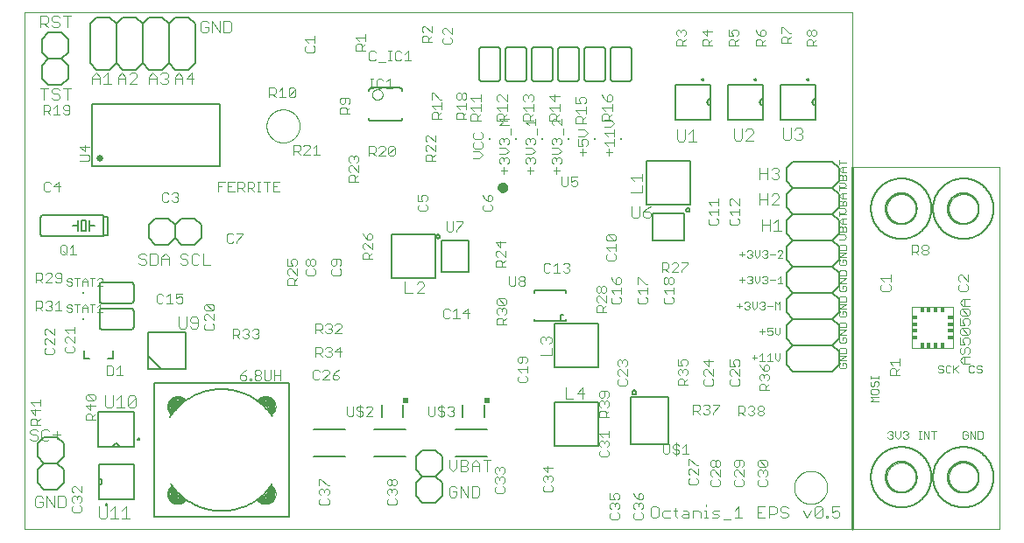
<source format=gto>
G75*
%MOIN*%
%OFA0B0*%
%FSLAX25Y25*%
%IPPOS*%
%LPD*%
%AMOC8*
5,1,8,0,0,1.08239X$1,22.5*
%
%ADD10C,0.00000*%
%ADD11C,0.00300*%
%ADD12C,0.00400*%
%ADD13C,0.01969*%
%ADD14C,0.01000*%
%ADD15C,0.00800*%
%ADD16C,0.02626*%
%ADD17C,0.00600*%
%ADD18C,0.00200*%
%ADD19C,0.00500*%
%ADD20R,0.00984X0.00984*%
%ADD21R,0.02000X0.02000*%
%ADD22C,0.00591*%
%ADD23C,0.00394*%
%ADD24R,0.01181X0.01969*%
%ADD25R,0.01969X0.01181*%
D10*
X0027103Y0012487D02*
X0027103Y0209337D01*
X0342063Y0209337D01*
X0342063Y0150282D01*
X0347969Y0150282D01*
X0346985Y0150282D01*
X0347969Y0150282D02*
X0398166Y0150282D01*
X0398166Y0012487D01*
X0342063Y0012487D01*
X0027103Y0012487D01*
X0119229Y0166030D02*
X0119231Y0166188D01*
X0119237Y0166346D01*
X0119247Y0166504D01*
X0119261Y0166662D01*
X0119279Y0166819D01*
X0119300Y0166976D01*
X0119326Y0167132D01*
X0119356Y0167288D01*
X0119389Y0167443D01*
X0119427Y0167596D01*
X0119468Y0167749D01*
X0119513Y0167901D01*
X0119562Y0168052D01*
X0119615Y0168201D01*
X0119671Y0168349D01*
X0119731Y0168495D01*
X0119795Y0168640D01*
X0119863Y0168783D01*
X0119934Y0168925D01*
X0120008Y0169065D01*
X0120086Y0169202D01*
X0120168Y0169338D01*
X0120252Y0169472D01*
X0120341Y0169603D01*
X0120432Y0169732D01*
X0120527Y0169859D01*
X0120624Y0169984D01*
X0120725Y0170106D01*
X0120829Y0170225D01*
X0120936Y0170342D01*
X0121046Y0170456D01*
X0121159Y0170567D01*
X0121274Y0170676D01*
X0121392Y0170781D01*
X0121513Y0170883D01*
X0121636Y0170983D01*
X0121762Y0171079D01*
X0121890Y0171172D01*
X0122020Y0171262D01*
X0122153Y0171348D01*
X0122288Y0171432D01*
X0122424Y0171511D01*
X0122563Y0171588D01*
X0122704Y0171660D01*
X0122846Y0171730D01*
X0122990Y0171795D01*
X0123136Y0171857D01*
X0123283Y0171915D01*
X0123432Y0171970D01*
X0123582Y0172021D01*
X0123733Y0172068D01*
X0123885Y0172111D01*
X0124038Y0172150D01*
X0124193Y0172186D01*
X0124348Y0172217D01*
X0124504Y0172245D01*
X0124660Y0172269D01*
X0124817Y0172289D01*
X0124975Y0172305D01*
X0125132Y0172317D01*
X0125291Y0172325D01*
X0125449Y0172329D01*
X0125607Y0172329D01*
X0125765Y0172325D01*
X0125924Y0172317D01*
X0126081Y0172305D01*
X0126239Y0172289D01*
X0126396Y0172269D01*
X0126552Y0172245D01*
X0126708Y0172217D01*
X0126863Y0172186D01*
X0127018Y0172150D01*
X0127171Y0172111D01*
X0127323Y0172068D01*
X0127474Y0172021D01*
X0127624Y0171970D01*
X0127773Y0171915D01*
X0127920Y0171857D01*
X0128066Y0171795D01*
X0128210Y0171730D01*
X0128352Y0171660D01*
X0128493Y0171588D01*
X0128632Y0171511D01*
X0128768Y0171432D01*
X0128903Y0171348D01*
X0129036Y0171262D01*
X0129166Y0171172D01*
X0129294Y0171079D01*
X0129420Y0170983D01*
X0129543Y0170883D01*
X0129664Y0170781D01*
X0129782Y0170676D01*
X0129897Y0170567D01*
X0130010Y0170456D01*
X0130120Y0170342D01*
X0130227Y0170225D01*
X0130331Y0170106D01*
X0130432Y0169984D01*
X0130529Y0169859D01*
X0130624Y0169732D01*
X0130715Y0169603D01*
X0130804Y0169472D01*
X0130888Y0169338D01*
X0130970Y0169202D01*
X0131048Y0169065D01*
X0131122Y0168925D01*
X0131193Y0168783D01*
X0131261Y0168640D01*
X0131325Y0168495D01*
X0131385Y0168349D01*
X0131441Y0168201D01*
X0131494Y0168052D01*
X0131543Y0167901D01*
X0131588Y0167749D01*
X0131629Y0167596D01*
X0131667Y0167443D01*
X0131700Y0167288D01*
X0131730Y0167132D01*
X0131756Y0166976D01*
X0131777Y0166819D01*
X0131795Y0166662D01*
X0131809Y0166504D01*
X0131819Y0166346D01*
X0131825Y0166188D01*
X0131827Y0166030D01*
X0131825Y0165872D01*
X0131819Y0165714D01*
X0131809Y0165556D01*
X0131795Y0165398D01*
X0131777Y0165241D01*
X0131756Y0165084D01*
X0131730Y0164928D01*
X0131700Y0164772D01*
X0131667Y0164617D01*
X0131629Y0164464D01*
X0131588Y0164311D01*
X0131543Y0164159D01*
X0131494Y0164008D01*
X0131441Y0163859D01*
X0131385Y0163711D01*
X0131325Y0163565D01*
X0131261Y0163420D01*
X0131193Y0163277D01*
X0131122Y0163135D01*
X0131048Y0162995D01*
X0130970Y0162858D01*
X0130888Y0162722D01*
X0130804Y0162588D01*
X0130715Y0162457D01*
X0130624Y0162328D01*
X0130529Y0162201D01*
X0130432Y0162076D01*
X0130331Y0161954D01*
X0130227Y0161835D01*
X0130120Y0161718D01*
X0130010Y0161604D01*
X0129897Y0161493D01*
X0129782Y0161384D01*
X0129664Y0161279D01*
X0129543Y0161177D01*
X0129420Y0161077D01*
X0129294Y0160981D01*
X0129166Y0160888D01*
X0129036Y0160798D01*
X0128903Y0160712D01*
X0128768Y0160628D01*
X0128632Y0160549D01*
X0128493Y0160472D01*
X0128352Y0160400D01*
X0128210Y0160330D01*
X0128066Y0160265D01*
X0127920Y0160203D01*
X0127773Y0160145D01*
X0127624Y0160090D01*
X0127474Y0160039D01*
X0127323Y0159992D01*
X0127171Y0159949D01*
X0127018Y0159910D01*
X0126863Y0159874D01*
X0126708Y0159843D01*
X0126552Y0159815D01*
X0126396Y0159791D01*
X0126239Y0159771D01*
X0126081Y0159755D01*
X0125924Y0159743D01*
X0125765Y0159735D01*
X0125607Y0159731D01*
X0125449Y0159731D01*
X0125291Y0159735D01*
X0125132Y0159743D01*
X0124975Y0159755D01*
X0124817Y0159771D01*
X0124660Y0159791D01*
X0124504Y0159815D01*
X0124348Y0159843D01*
X0124193Y0159874D01*
X0124038Y0159910D01*
X0123885Y0159949D01*
X0123733Y0159992D01*
X0123582Y0160039D01*
X0123432Y0160090D01*
X0123283Y0160145D01*
X0123136Y0160203D01*
X0122990Y0160265D01*
X0122846Y0160330D01*
X0122704Y0160400D01*
X0122563Y0160472D01*
X0122424Y0160549D01*
X0122288Y0160628D01*
X0122153Y0160712D01*
X0122020Y0160798D01*
X0121890Y0160888D01*
X0121762Y0160981D01*
X0121636Y0161077D01*
X0121513Y0161177D01*
X0121392Y0161279D01*
X0121274Y0161384D01*
X0121159Y0161493D01*
X0121046Y0161604D01*
X0120936Y0161718D01*
X0120829Y0161835D01*
X0120725Y0161954D01*
X0120624Y0162076D01*
X0120527Y0162201D01*
X0120432Y0162328D01*
X0120341Y0162457D01*
X0120252Y0162588D01*
X0120168Y0162722D01*
X0120086Y0162858D01*
X0120008Y0162995D01*
X0119934Y0163135D01*
X0119863Y0163277D01*
X0119795Y0163420D01*
X0119731Y0163565D01*
X0119671Y0163711D01*
X0119615Y0163859D01*
X0119562Y0164008D01*
X0119513Y0164159D01*
X0119468Y0164311D01*
X0119427Y0164464D01*
X0119389Y0164617D01*
X0119356Y0164772D01*
X0119326Y0164928D01*
X0119300Y0165084D01*
X0119279Y0165241D01*
X0119261Y0165398D01*
X0119247Y0165556D01*
X0119237Y0165714D01*
X0119231Y0165872D01*
X0119229Y0166030D01*
X0355252Y0134534D02*
X0355254Y0134682D01*
X0355260Y0134830D01*
X0355270Y0134978D01*
X0355284Y0135125D01*
X0355302Y0135272D01*
X0355323Y0135418D01*
X0355349Y0135564D01*
X0355379Y0135709D01*
X0355412Y0135853D01*
X0355450Y0135996D01*
X0355491Y0136138D01*
X0355536Y0136279D01*
X0355584Y0136419D01*
X0355637Y0136558D01*
X0355693Y0136695D01*
X0355753Y0136830D01*
X0355816Y0136964D01*
X0355883Y0137096D01*
X0355954Y0137226D01*
X0356028Y0137354D01*
X0356105Y0137480D01*
X0356186Y0137604D01*
X0356270Y0137726D01*
X0356357Y0137845D01*
X0356448Y0137962D01*
X0356542Y0138077D01*
X0356638Y0138189D01*
X0356738Y0138299D01*
X0356840Y0138405D01*
X0356946Y0138509D01*
X0357054Y0138610D01*
X0357165Y0138708D01*
X0357278Y0138804D01*
X0357394Y0138896D01*
X0357512Y0138985D01*
X0357633Y0139070D01*
X0357756Y0139153D01*
X0357881Y0139232D01*
X0358008Y0139308D01*
X0358137Y0139380D01*
X0358268Y0139449D01*
X0358401Y0139514D01*
X0358536Y0139575D01*
X0358672Y0139633D01*
X0358809Y0139688D01*
X0358948Y0139738D01*
X0359089Y0139785D01*
X0359230Y0139828D01*
X0359373Y0139868D01*
X0359517Y0139903D01*
X0359661Y0139935D01*
X0359807Y0139962D01*
X0359953Y0139986D01*
X0360100Y0140006D01*
X0360247Y0140022D01*
X0360394Y0140034D01*
X0360542Y0140042D01*
X0360690Y0140046D01*
X0360838Y0140046D01*
X0360986Y0140042D01*
X0361134Y0140034D01*
X0361281Y0140022D01*
X0361428Y0140006D01*
X0361575Y0139986D01*
X0361721Y0139962D01*
X0361867Y0139935D01*
X0362011Y0139903D01*
X0362155Y0139868D01*
X0362298Y0139828D01*
X0362439Y0139785D01*
X0362580Y0139738D01*
X0362719Y0139688D01*
X0362856Y0139633D01*
X0362992Y0139575D01*
X0363127Y0139514D01*
X0363260Y0139449D01*
X0363391Y0139380D01*
X0363520Y0139308D01*
X0363647Y0139232D01*
X0363772Y0139153D01*
X0363895Y0139070D01*
X0364016Y0138985D01*
X0364134Y0138896D01*
X0364250Y0138804D01*
X0364363Y0138708D01*
X0364474Y0138610D01*
X0364582Y0138509D01*
X0364688Y0138405D01*
X0364790Y0138299D01*
X0364890Y0138189D01*
X0364986Y0138077D01*
X0365080Y0137962D01*
X0365171Y0137845D01*
X0365258Y0137726D01*
X0365342Y0137604D01*
X0365423Y0137480D01*
X0365500Y0137354D01*
X0365574Y0137226D01*
X0365645Y0137096D01*
X0365712Y0136964D01*
X0365775Y0136830D01*
X0365835Y0136695D01*
X0365891Y0136558D01*
X0365944Y0136419D01*
X0365992Y0136279D01*
X0366037Y0136138D01*
X0366078Y0135996D01*
X0366116Y0135853D01*
X0366149Y0135709D01*
X0366179Y0135564D01*
X0366205Y0135418D01*
X0366226Y0135272D01*
X0366244Y0135125D01*
X0366258Y0134978D01*
X0366268Y0134830D01*
X0366274Y0134682D01*
X0366276Y0134534D01*
X0366274Y0134386D01*
X0366268Y0134238D01*
X0366258Y0134090D01*
X0366244Y0133943D01*
X0366226Y0133796D01*
X0366205Y0133650D01*
X0366179Y0133504D01*
X0366149Y0133359D01*
X0366116Y0133215D01*
X0366078Y0133072D01*
X0366037Y0132930D01*
X0365992Y0132789D01*
X0365944Y0132649D01*
X0365891Y0132510D01*
X0365835Y0132373D01*
X0365775Y0132238D01*
X0365712Y0132104D01*
X0365645Y0131972D01*
X0365574Y0131842D01*
X0365500Y0131714D01*
X0365423Y0131588D01*
X0365342Y0131464D01*
X0365258Y0131342D01*
X0365171Y0131223D01*
X0365080Y0131106D01*
X0364986Y0130991D01*
X0364890Y0130879D01*
X0364790Y0130769D01*
X0364688Y0130663D01*
X0364582Y0130559D01*
X0364474Y0130458D01*
X0364363Y0130360D01*
X0364250Y0130264D01*
X0364134Y0130172D01*
X0364016Y0130083D01*
X0363895Y0129998D01*
X0363772Y0129915D01*
X0363647Y0129836D01*
X0363520Y0129760D01*
X0363391Y0129688D01*
X0363260Y0129619D01*
X0363127Y0129554D01*
X0362992Y0129493D01*
X0362856Y0129435D01*
X0362719Y0129380D01*
X0362580Y0129330D01*
X0362439Y0129283D01*
X0362298Y0129240D01*
X0362155Y0129200D01*
X0362011Y0129165D01*
X0361867Y0129133D01*
X0361721Y0129106D01*
X0361575Y0129082D01*
X0361428Y0129062D01*
X0361281Y0129046D01*
X0361134Y0129034D01*
X0360986Y0129026D01*
X0360838Y0129022D01*
X0360690Y0129022D01*
X0360542Y0129026D01*
X0360394Y0129034D01*
X0360247Y0129046D01*
X0360100Y0129062D01*
X0359953Y0129082D01*
X0359807Y0129106D01*
X0359661Y0129133D01*
X0359517Y0129165D01*
X0359373Y0129200D01*
X0359230Y0129240D01*
X0359089Y0129283D01*
X0358948Y0129330D01*
X0358809Y0129380D01*
X0358672Y0129435D01*
X0358536Y0129493D01*
X0358401Y0129554D01*
X0358268Y0129619D01*
X0358137Y0129688D01*
X0358008Y0129760D01*
X0357881Y0129836D01*
X0357756Y0129915D01*
X0357633Y0129998D01*
X0357512Y0130083D01*
X0357394Y0130172D01*
X0357278Y0130264D01*
X0357165Y0130360D01*
X0357054Y0130458D01*
X0356946Y0130559D01*
X0356840Y0130663D01*
X0356738Y0130769D01*
X0356638Y0130879D01*
X0356542Y0130991D01*
X0356448Y0131106D01*
X0356357Y0131223D01*
X0356270Y0131342D01*
X0356186Y0131464D01*
X0356105Y0131588D01*
X0356028Y0131714D01*
X0355954Y0131842D01*
X0355883Y0131972D01*
X0355816Y0132104D01*
X0355753Y0132238D01*
X0355693Y0132373D01*
X0355637Y0132510D01*
X0355584Y0132649D01*
X0355536Y0132789D01*
X0355491Y0132930D01*
X0355450Y0133072D01*
X0355412Y0133215D01*
X0355379Y0133359D01*
X0355349Y0133504D01*
X0355323Y0133650D01*
X0355302Y0133796D01*
X0355284Y0133943D01*
X0355270Y0134090D01*
X0355260Y0134238D01*
X0355254Y0134386D01*
X0355252Y0134534D01*
X0378874Y0134534D02*
X0378876Y0134682D01*
X0378882Y0134830D01*
X0378892Y0134978D01*
X0378906Y0135125D01*
X0378924Y0135272D01*
X0378945Y0135418D01*
X0378971Y0135564D01*
X0379001Y0135709D01*
X0379034Y0135853D01*
X0379072Y0135996D01*
X0379113Y0136138D01*
X0379158Y0136279D01*
X0379206Y0136419D01*
X0379259Y0136558D01*
X0379315Y0136695D01*
X0379375Y0136830D01*
X0379438Y0136964D01*
X0379505Y0137096D01*
X0379576Y0137226D01*
X0379650Y0137354D01*
X0379727Y0137480D01*
X0379808Y0137604D01*
X0379892Y0137726D01*
X0379979Y0137845D01*
X0380070Y0137962D01*
X0380164Y0138077D01*
X0380260Y0138189D01*
X0380360Y0138299D01*
X0380462Y0138405D01*
X0380568Y0138509D01*
X0380676Y0138610D01*
X0380787Y0138708D01*
X0380900Y0138804D01*
X0381016Y0138896D01*
X0381134Y0138985D01*
X0381255Y0139070D01*
X0381378Y0139153D01*
X0381503Y0139232D01*
X0381630Y0139308D01*
X0381759Y0139380D01*
X0381890Y0139449D01*
X0382023Y0139514D01*
X0382158Y0139575D01*
X0382294Y0139633D01*
X0382431Y0139688D01*
X0382570Y0139738D01*
X0382711Y0139785D01*
X0382852Y0139828D01*
X0382995Y0139868D01*
X0383139Y0139903D01*
X0383283Y0139935D01*
X0383429Y0139962D01*
X0383575Y0139986D01*
X0383722Y0140006D01*
X0383869Y0140022D01*
X0384016Y0140034D01*
X0384164Y0140042D01*
X0384312Y0140046D01*
X0384460Y0140046D01*
X0384608Y0140042D01*
X0384756Y0140034D01*
X0384903Y0140022D01*
X0385050Y0140006D01*
X0385197Y0139986D01*
X0385343Y0139962D01*
X0385489Y0139935D01*
X0385633Y0139903D01*
X0385777Y0139868D01*
X0385920Y0139828D01*
X0386061Y0139785D01*
X0386202Y0139738D01*
X0386341Y0139688D01*
X0386478Y0139633D01*
X0386614Y0139575D01*
X0386749Y0139514D01*
X0386882Y0139449D01*
X0387013Y0139380D01*
X0387142Y0139308D01*
X0387269Y0139232D01*
X0387394Y0139153D01*
X0387517Y0139070D01*
X0387638Y0138985D01*
X0387756Y0138896D01*
X0387872Y0138804D01*
X0387985Y0138708D01*
X0388096Y0138610D01*
X0388204Y0138509D01*
X0388310Y0138405D01*
X0388412Y0138299D01*
X0388512Y0138189D01*
X0388608Y0138077D01*
X0388702Y0137962D01*
X0388793Y0137845D01*
X0388880Y0137726D01*
X0388964Y0137604D01*
X0389045Y0137480D01*
X0389122Y0137354D01*
X0389196Y0137226D01*
X0389267Y0137096D01*
X0389334Y0136964D01*
X0389397Y0136830D01*
X0389457Y0136695D01*
X0389513Y0136558D01*
X0389566Y0136419D01*
X0389614Y0136279D01*
X0389659Y0136138D01*
X0389700Y0135996D01*
X0389738Y0135853D01*
X0389771Y0135709D01*
X0389801Y0135564D01*
X0389827Y0135418D01*
X0389848Y0135272D01*
X0389866Y0135125D01*
X0389880Y0134978D01*
X0389890Y0134830D01*
X0389896Y0134682D01*
X0389898Y0134534D01*
X0389896Y0134386D01*
X0389890Y0134238D01*
X0389880Y0134090D01*
X0389866Y0133943D01*
X0389848Y0133796D01*
X0389827Y0133650D01*
X0389801Y0133504D01*
X0389771Y0133359D01*
X0389738Y0133215D01*
X0389700Y0133072D01*
X0389659Y0132930D01*
X0389614Y0132789D01*
X0389566Y0132649D01*
X0389513Y0132510D01*
X0389457Y0132373D01*
X0389397Y0132238D01*
X0389334Y0132104D01*
X0389267Y0131972D01*
X0389196Y0131842D01*
X0389122Y0131714D01*
X0389045Y0131588D01*
X0388964Y0131464D01*
X0388880Y0131342D01*
X0388793Y0131223D01*
X0388702Y0131106D01*
X0388608Y0130991D01*
X0388512Y0130879D01*
X0388412Y0130769D01*
X0388310Y0130663D01*
X0388204Y0130559D01*
X0388096Y0130458D01*
X0387985Y0130360D01*
X0387872Y0130264D01*
X0387756Y0130172D01*
X0387638Y0130083D01*
X0387517Y0129998D01*
X0387394Y0129915D01*
X0387269Y0129836D01*
X0387142Y0129760D01*
X0387013Y0129688D01*
X0386882Y0129619D01*
X0386749Y0129554D01*
X0386614Y0129493D01*
X0386478Y0129435D01*
X0386341Y0129380D01*
X0386202Y0129330D01*
X0386061Y0129283D01*
X0385920Y0129240D01*
X0385777Y0129200D01*
X0385633Y0129165D01*
X0385489Y0129133D01*
X0385343Y0129106D01*
X0385197Y0129082D01*
X0385050Y0129062D01*
X0384903Y0129046D01*
X0384756Y0129034D01*
X0384608Y0129026D01*
X0384460Y0129022D01*
X0384312Y0129022D01*
X0384164Y0129026D01*
X0384016Y0129034D01*
X0383869Y0129046D01*
X0383722Y0129062D01*
X0383575Y0129082D01*
X0383429Y0129106D01*
X0383283Y0129133D01*
X0383139Y0129165D01*
X0382995Y0129200D01*
X0382852Y0129240D01*
X0382711Y0129283D01*
X0382570Y0129330D01*
X0382431Y0129380D01*
X0382294Y0129435D01*
X0382158Y0129493D01*
X0382023Y0129554D01*
X0381890Y0129619D01*
X0381759Y0129688D01*
X0381630Y0129760D01*
X0381503Y0129836D01*
X0381378Y0129915D01*
X0381255Y0129998D01*
X0381134Y0130083D01*
X0381016Y0130172D01*
X0380900Y0130264D01*
X0380787Y0130360D01*
X0380676Y0130458D01*
X0380568Y0130559D01*
X0380462Y0130663D01*
X0380360Y0130769D01*
X0380260Y0130879D01*
X0380164Y0130991D01*
X0380070Y0131106D01*
X0379979Y0131223D01*
X0379892Y0131342D01*
X0379808Y0131464D01*
X0379727Y0131588D01*
X0379650Y0131714D01*
X0379576Y0131842D01*
X0379505Y0131972D01*
X0379438Y0132104D01*
X0379375Y0132238D01*
X0379315Y0132373D01*
X0379259Y0132510D01*
X0379206Y0132649D01*
X0379158Y0132789D01*
X0379113Y0132930D01*
X0379072Y0133072D01*
X0379034Y0133215D01*
X0379001Y0133359D01*
X0378971Y0133504D01*
X0378945Y0133650D01*
X0378924Y0133796D01*
X0378906Y0133943D01*
X0378892Y0134090D01*
X0378882Y0134238D01*
X0378876Y0134386D01*
X0378874Y0134534D01*
X0378874Y0032172D02*
X0378876Y0032320D01*
X0378882Y0032468D01*
X0378892Y0032616D01*
X0378906Y0032763D01*
X0378924Y0032910D01*
X0378945Y0033056D01*
X0378971Y0033202D01*
X0379001Y0033347D01*
X0379034Y0033491D01*
X0379072Y0033634D01*
X0379113Y0033776D01*
X0379158Y0033917D01*
X0379206Y0034057D01*
X0379259Y0034196D01*
X0379315Y0034333D01*
X0379375Y0034468D01*
X0379438Y0034602D01*
X0379505Y0034734D01*
X0379576Y0034864D01*
X0379650Y0034992D01*
X0379727Y0035118D01*
X0379808Y0035242D01*
X0379892Y0035364D01*
X0379979Y0035483D01*
X0380070Y0035600D01*
X0380164Y0035715D01*
X0380260Y0035827D01*
X0380360Y0035937D01*
X0380462Y0036043D01*
X0380568Y0036147D01*
X0380676Y0036248D01*
X0380787Y0036346D01*
X0380900Y0036442D01*
X0381016Y0036534D01*
X0381134Y0036623D01*
X0381255Y0036708D01*
X0381378Y0036791D01*
X0381503Y0036870D01*
X0381630Y0036946D01*
X0381759Y0037018D01*
X0381890Y0037087D01*
X0382023Y0037152D01*
X0382158Y0037213D01*
X0382294Y0037271D01*
X0382431Y0037326D01*
X0382570Y0037376D01*
X0382711Y0037423D01*
X0382852Y0037466D01*
X0382995Y0037506D01*
X0383139Y0037541D01*
X0383283Y0037573D01*
X0383429Y0037600D01*
X0383575Y0037624D01*
X0383722Y0037644D01*
X0383869Y0037660D01*
X0384016Y0037672D01*
X0384164Y0037680D01*
X0384312Y0037684D01*
X0384460Y0037684D01*
X0384608Y0037680D01*
X0384756Y0037672D01*
X0384903Y0037660D01*
X0385050Y0037644D01*
X0385197Y0037624D01*
X0385343Y0037600D01*
X0385489Y0037573D01*
X0385633Y0037541D01*
X0385777Y0037506D01*
X0385920Y0037466D01*
X0386061Y0037423D01*
X0386202Y0037376D01*
X0386341Y0037326D01*
X0386478Y0037271D01*
X0386614Y0037213D01*
X0386749Y0037152D01*
X0386882Y0037087D01*
X0387013Y0037018D01*
X0387142Y0036946D01*
X0387269Y0036870D01*
X0387394Y0036791D01*
X0387517Y0036708D01*
X0387638Y0036623D01*
X0387756Y0036534D01*
X0387872Y0036442D01*
X0387985Y0036346D01*
X0388096Y0036248D01*
X0388204Y0036147D01*
X0388310Y0036043D01*
X0388412Y0035937D01*
X0388512Y0035827D01*
X0388608Y0035715D01*
X0388702Y0035600D01*
X0388793Y0035483D01*
X0388880Y0035364D01*
X0388964Y0035242D01*
X0389045Y0035118D01*
X0389122Y0034992D01*
X0389196Y0034864D01*
X0389267Y0034734D01*
X0389334Y0034602D01*
X0389397Y0034468D01*
X0389457Y0034333D01*
X0389513Y0034196D01*
X0389566Y0034057D01*
X0389614Y0033917D01*
X0389659Y0033776D01*
X0389700Y0033634D01*
X0389738Y0033491D01*
X0389771Y0033347D01*
X0389801Y0033202D01*
X0389827Y0033056D01*
X0389848Y0032910D01*
X0389866Y0032763D01*
X0389880Y0032616D01*
X0389890Y0032468D01*
X0389896Y0032320D01*
X0389898Y0032172D01*
X0389896Y0032024D01*
X0389890Y0031876D01*
X0389880Y0031728D01*
X0389866Y0031581D01*
X0389848Y0031434D01*
X0389827Y0031288D01*
X0389801Y0031142D01*
X0389771Y0030997D01*
X0389738Y0030853D01*
X0389700Y0030710D01*
X0389659Y0030568D01*
X0389614Y0030427D01*
X0389566Y0030287D01*
X0389513Y0030148D01*
X0389457Y0030011D01*
X0389397Y0029876D01*
X0389334Y0029742D01*
X0389267Y0029610D01*
X0389196Y0029480D01*
X0389122Y0029352D01*
X0389045Y0029226D01*
X0388964Y0029102D01*
X0388880Y0028980D01*
X0388793Y0028861D01*
X0388702Y0028744D01*
X0388608Y0028629D01*
X0388512Y0028517D01*
X0388412Y0028407D01*
X0388310Y0028301D01*
X0388204Y0028197D01*
X0388096Y0028096D01*
X0387985Y0027998D01*
X0387872Y0027902D01*
X0387756Y0027810D01*
X0387638Y0027721D01*
X0387517Y0027636D01*
X0387394Y0027553D01*
X0387269Y0027474D01*
X0387142Y0027398D01*
X0387013Y0027326D01*
X0386882Y0027257D01*
X0386749Y0027192D01*
X0386614Y0027131D01*
X0386478Y0027073D01*
X0386341Y0027018D01*
X0386202Y0026968D01*
X0386061Y0026921D01*
X0385920Y0026878D01*
X0385777Y0026838D01*
X0385633Y0026803D01*
X0385489Y0026771D01*
X0385343Y0026744D01*
X0385197Y0026720D01*
X0385050Y0026700D01*
X0384903Y0026684D01*
X0384756Y0026672D01*
X0384608Y0026664D01*
X0384460Y0026660D01*
X0384312Y0026660D01*
X0384164Y0026664D01*
X0384016Y0026672D01*
X0383869Y0026684D01*
X0383722Y0026700D01*
X0383575Y0026720D01*
X0383429Y0026744D01*
X0383283Y0026771D01*
X0383139Y0026803D01*
X0382995Y0026838D01*
X0382852Y0026878D01*
X0382711Y0026921D01*
X0382570Y0026968D01*
X0382431Y0027018D01*
X0382294Y0027073D01*
X0382158Y0027131D01*
X0382023Y0027192D01*
X0381890Y0027257D01*
X0381759Y0027326D01*
X0381630Y0027398D01*
X0381503Y0027474D01*
X0381378Y0027553D01*
X0381255Y0027636D01*
X0381134Y0027721D01*
X0381016Y0027810D01*
X0380900Y0027902D01*
X0380787Y0027998D01*
X0380676Y0028096D01*
X0380568Y0028197D01*
X0380462Y0028301D01*
X0380360Y0028407D01*
X0380260Y0028517D01*
X0380164Y0028629D01*
X0380070Y0028744D01*
X0379979Y0028861D01*
X0379892Y0028980D01*
X0379808Y0029102D01*
X0379727Y0029226D01*
X0379650Y0029352D01*
X0379576Y0029480D01*
X0379505Y0029610D01*
X0379438Y0029742D01*
X0379375Y0029876D01*
X0379315Y0030011D01*
X0379259Y0030148D01*
X0379206Y0030287D01*
X0379158Y0030427D01*
X0379113Y0030568D01*
X0379072Y0030710D01*
X0379034Y0030853D01*
X0379001Y0030997D01*
X0378971Y0031142D01*
X0378945Y0031288D01*
X0378924Y0031434D01*
X0378906Y0031581D01*
X0378892Y0031728D01*
X0378882Y0031876D01*
X0378876Y0032024D01*
X0378874Y0032172D01*
X0355252Y0032172D02*
X0355254Y0032320D01*
X0355260Y0032468D01*
X0355270Y0032616D01*
X0355284Y0032763D01*
X0355302Y0032910D01*
X0355323Y0033056D01*
X0355349Y0033202D01*
X0355379Y0033347D01*
X0355412Y0033491D01*
X0355450Y0033634D01*
X0355491Y0033776D01*
X0355536Y0033917D01*
X0355584Y0034057D01*
X0355637Y0034196D01*
X0355693Y0034333D01*
X0355753Y0034468D01*
X0355816Y0034602D01*
X0355883Y0034734D01*
X0355954Y0034864D01*
X0356028Y0034992D01*
X0356105Y0035118D01*
X0356186Y0035242D01*
X0356270Y0035364D01*
X0356357Y0035483D01*
X0356448Y0035600D01*
X0356542Y0035715D01*
X0356638Y0035827D01*
X0356738Y0035937D01*
X0356840Y0036043D01*
X0356946Y0036147D01*
X0357054Y0036248D01*
X0357165Y0036346D01*
X0357278Y0036442D01*
X0357394Y0036534D01*
X0357512Y0036623D01*
X0357633Y0036708D01*
X0357756Y0036791D01*
X0357881Y0036870D01*
X0358008Y0036946D01*
X0358137Y0037018D01*
X0358268Y0037087D01*
X0358401Y0037152D01*
X0358536Y0037213D01*
X0358672Y0037271D01*
X0358809Y0037326D01*
X0358948Y0037376D01*
X0359089Y0037423D01*
X0359230Y0037466D01*
X0359373Y0037506D01*
X0359517Y0037541D01*
X0359661Y0037573D01*
X0359807Y0037600D01*
X0359953Y0037624D01*
X0360100Y0037644D01*
X0360247Y0037660D01*
X0360394Y0037672D01*
X0360542Y0037680D01*
X0360690Y0037684D01*
X0360838Y0037684D01*
X0360986Y0037680D01*
X0361134Y0037672D01*
X0361281Y0037660D01*
X0361428Y0037644D01*
X0361575Y0037624D01*
X0361721Y0037600D01*
X0361867Y0037573D01*
X0362011Y0037541D01*
X0362155Y0037506D01*
X0362298Y0037466D01*
X0362439Y0037423D01*
X0362580Y0037376D01*
X0362719Y0037326D01*
X0362856Y0037271D01*
X0362992Y0037213D01*
X0363127Y0037152D01*
X0363260Y0037087D01*
X0363391Y0037018D01*
X0363520Y0036946D01*
X0363647Y0036870D01*
X0363772Y0036791D01*
X0363895Y0036708D01*
X0364016Y0036623D01*
X0364134Y0036534D01*
X0364250Y0036442D01*
X0364363Y0036346D01*
X0364474Y0036248D01*
X0364582Y0036147D01*
X0364688Y0036043D01*
X0364790Y0035937D01*
X0364890Y0035827D01*
X0364986Y0035715D01*
X0365080Y0035600D01*
X0365171Y0035483D01*
X0365258Y0035364D01*
X0365342Y0035242D01*
X0365423Y0035118D01*
X0365500Y0034992D01*
X0365574Y0034864D01*
X0365645Y0034734D01*
X0365712Y0034602D01*
X0365775Y0034468D01*
X0365835Y0034333D01*
X0365891Y0034196D01*
X0365944Y0034057D01*
X0365992Y0033917D01*
X0366037Y0033776D01*
X0366078Y0033634D01*
X0366116Y0033491D01*
X0366149Y0033347D01*
X0366179Y0033202D01*
X0366205Y0033056D01*
X0366226Y0032910D01*
X0366244Y0032763D01*
X0366258Y0032616D01*
X0366268Y0032468D01*
X0366274Y0032320D01*
X0366276Y0032172D01*
X0366274Y0032024D01*
X0366268Y0031876D01*
X0366258Y0031728D01*
X0366244Y0031581D01*
X0366226Y0031434D01*
X0366205Y0031288D01*
X0366179Y0031142D01*
X0366149Y0030997D01*
X0366116Y0030853D01*
X0366078Y0030710D01*
X0366037Y0030568D01*
X0365992Y0030427D01*
X0365944Y0030287D01*
X0365891Y0030148D01*
X0365835Y0030011D01*
X0365775Y0029876D01*
X0365712Y0029742D01*
X0365645Y0029610D01*
X0365574Y0029480D01*
X0365500Y0029352D01*
X0365423Y0029226D01*
X0365342Y0029102D01*
X0365258Y0028980D01*
X0365171Y0028861D01*
X0365080Y0028744D01*
X0364986Y0028629D01*
X0364890Y0028517D01*
X0364790Y0028407D01*
X0364688Y0028301D01*
X0364582Y0028197D01*
X0364474Y0028096D01*
X0364363Y0027998D01*
X0364250Y0027902D01*
X0364134Y0027810D01*
X0364016Y0027721D01*
X0363895Y0027636D01*
X0363772Y0027553D01*
X0363647Y0027474D01*
X0363520Y0027398D01*
X0363391Y0027326D01*
X0363260Y0027257D01*
X0363127Y0027192D01*
X0362992Y0027131D01*
X0362856Y0027073D01*
X0362719Y0027018D01*
X0362580Y0026968D01*
X0362439Y0026921D01*
X0362298Y0026878D01*
X0362155Y0026838D01*
X0362011Y0026803D01*
X0361867Y0026771D01*
X0361721Y0026744D01*
X0361575Y0026720D01*
X0361428Y0026700D01*
X0361281Y0026684D01*
X0361134Y0026672D01*
X0360986Y0026664D01*
X0360838Y0026660D01*
X0360690Y0026660D01*
X0360542Y0026664D01*
X0360394Y0026672D01*
X0360247Y0026684D01*
X0360100Y0026700D01*
X0359953Y0026720D01*
X0359807Y0026744D01*
X0359661Y0026771D01*
X0359517Y0026803D01*
X0359373Y0026838D01*
X0359230Y0026878D01*
X0359089Y0026921D01*
X0358948Y0026968D01*
X0358809Y0027018D01*
X0358672Y0027073D01*
X0358536Y0027131D01*
X0358401Y0027192D01*
X0358268Y0027257D01*
X0358137Y0027326D01*
X0358008Y0027398D01*
X0357881Y0027474D01*
X0357756Y0027553D01*
X0357633Y0027636D01*
X0357512Y0027721D01*
X0357394Y0027810D01*
X0357278Y0027902D01*
X0357165Y0027998D01*
X0357054Y0028096D01*
X0356946Y0028197D01*
X0356840Y0028301D01*
X0356738Y0028407D01*
X0356638Y0028517D01*
X0356542Y0028629D01*
X0356448Y0028744D01*
X0356357Y0028861D01*
X0356270Y0028980D01*
X0356186Y0029102D01*
X0356105Y0029226D01*
X0356028Y0029352D01*
X0355954Y0029480D01*
X0355883Y0029610D01*
X0355816Y0029742D01*
X0355753Y0029876D01*
X0355693Y0030011D01*
X0355637Y0030148D01*
X0355584Y0030287D01*
X0355536Y0030427D01*
X0355491Y0030568D01*
X0355450Y0030710D01*
X0355412Y0030853D01*
X0355379Y0030997D01*
X0355349Y0031142D01*
X0355323Y0031288D01*
X0355302Y0031434D01*
X0355284Y0031581D01*
X0355270Y0031728D01*
X0355260Y0031876D01*
X0355254Y0032024D01*
X0355252Y0032172D01*
X0320016Y0028235D02*
X0320018Y0028393D01*
X0320024Y0028551D01*
X0320034Y0028709D01*
X0320048Y0028867D01*
X0320066Y0029024D01*
X0320087Y0029181D01*
X0320113Y0029337D01*
X0320143Y0029493D01*
X0320176Y0029648D01*
X0320214Y0029801D01*
X0320255Y0029954D01*
X0320300Y0030106D01*
X0320349Y0030257D01*
X0320402Y0030406D01*
X0320458Y0030554D01*
X0320518Y0030700D01*
X0320582Y0030845D01*
X0320650Y0030988D01*
X0320721Y0031130D01*
X0320795Y0031270D01*
X0320873Y0031407D01*
X0320955Y0031543D01*
X0321039Y0031677D01*
X0321128Y0031808D01*
X0321219Y0031937D01*
X0321314Y0032064D01*
X0321411Y0032189D01*
X0321512Y0032311D01*
X0321616Y0032430D01*
X0321723Y0032547D01*
X0321833Y0032661D01*
X0321946Y0032772D01*
X0322061Y0032881D01*
X0322179Y0032986D01*
X0322300Y0033088D01*
X0322423Y0033188D01*
X0322549Y0033284D01*
X0322677Y0033377D01*
X0322807Y0033467D01*
X0322940Y0033553D01*
X0323075Y0033637D01*
X0323211Y0033716D01*
X0323350Y0033793D01*
X0323491Y0033865D01*
X0323633Y0033935D01*
X0323777Y0034000D01*
X0323923Y0034062D01*
X0324070Y0034120D01*
X0324219Y0034175D01*
X0324369Y0034226D01*
X0324520Y0034273D01*
X0324672Y0034316D01*
X0324825Y0034355D01*
X0324980Y0034391D01*
X0325135Y0034422D01*
X0325291Y0034450D01*
X0325447Y0034474D01*
X0325604Y0034494D01*
X0325762Y0034510D01*
X0325919Y0034522D01*
X0326078Y0034530D01*
X0326236Y0034534D01*
X0326394Y0034534D01*
X0326552Y0034530D01*
X0326711Y0034522D01*
X0326868Y0034510D01*
X0327026Y0034494D01*
X0327183Y0034474D01*
X0327339Y0034450D01*
X0327495Y0034422D01*
X0327650Y0034391D01*
X0327805Y0034355D01*
X0327958Y0034316D01*
X0328110Y0034273D01*
X0328261Y0034226D01*
X0328411Y0034175D01*
X0328560Y0034120D01*
X0328707Y0034062D01*
X0328853Y0034000D01*
X0328997Y0033935D01*
X0329139Y0033865D01*
X0329280Y0033793D01*
X0329419Y0033716D01*
X0329555Y0033637D01*
X0329690Y0033553D01*
X0329823Y0033467D01*
X0329953Y0033377D01*
X0330081Y0033284D01*
X0330207Y0033188D01*
X0330330Y0033088D01*
X0330451Y0032986D01*
X0330569Y0032881D01*
X0330684Y0032772D01*
X0330797Y0032661D01*
X0330907Y0032547D01*
X0331014Y0032430D01*
X0331118Y0032311D01*
X0331219Y0032189D01*
X0331316Y0032064D01*
X0331411Y0031937D01*
X0331502Y0031808D01*
X0331591Y0031677D01*
X0331675Y0031543D01*
X0331757Y0031407D01*
X0331835Y0031270D01*
X0331909Y0031130D01*
X0331980Y0030988D01*
X0332048Y0030845D01*
X0332112Y0030700D01*
X0332172Y0030554D01*
X0332228Y0030406D01*
X0332281Y0030257D01*
X0332330Y0030106D01*
X0332375Y0029954D01*
X0332416Y0029801D01*
X0332454Y0029648D01*
X0332487Y0029493D01*
X0332517Y0029337D01*
X0332543Y0029181D01*
X0332564Y0029024D01*
X0332582Y0028867D01*
X0332596Y0028709D01*
X0332606Y0028551D01*
X0332612Y0028393D01*
X0332614Y0028235D01*
X0332612Y0028077D01*
X0332606Y0027919D01*
X0332596Y0027761D01*
X0332582Y0027603D01*
X0332564Y0027446D01*
X0332543Y0027289D01*
X0332517Y0027133D01*
X0332487Y0026977D01*
X0332454Y0026822D01*
X0332416Y0026669D01*
X0332375Y0026516D01*
X0332330Y0026364D01*
X0332281Y0026213D01*
X0332228Y0026064D01*
X0332172Y0025916D01*
X0332112Y0025770D01*
X0332048Y0025625D01*
X0331980Y0025482D01*
X0331909Y0025340D01*
X0331835Y0025200D01*
X0331757Y0025063D01*
X0331675Y0024927D01*
X0331591Y0024793D01*
X0331502Y0024662D01*
X0331411Y0024533D01*
X0331316Y0024406D01*
X0331219Y0024281D01*
X0331118Y0024159D01*
X0331014Y0024040D01*
X0330907Y0023923D01*
X0330797Y0023809D01*
X0330684Y0023698D01*
X0330569Y0023589D01*
X0330451Y0023484D01*
X0330330Y0023382D01*
X0330207Y0023282D01*
X0330081Y0023186D01*
X0329953Y0023093D01*
X0329823Y0023003D01*
X0329690Y0022917D01*
X0329555Y0022833D01*
X0329419Y0022754D01*
X0329280Y0022677D01*
X0329139Y0022605D01*
X0328997Y0022535D01*
X0328853Y0022470D01*
X0328707Y0022408D01*
X0328560Y0022350D01*
X0328411Y0022295D01*
X0328261Y0022244D01*
X0328110Y0022197D01*
X0327958Y0022154D01*
X0327805Y0022115D01*
X0327650Y0022079D01*
X0327495Y0022048D01*
X0327339Y0022020D01*
X0327183Y0021996D01*
X0327026Y0021976D01*
X0326868Y0021960D01*
X0326711Y0021948D01*
X0326552Y0021940D01*
X0326394Y0021936D01*
X0326236Y0021936D01*
X0326078Y0021940D01*
X0325919Y0021948D01*
X0325762Y0021960D01*
X0325604Y0021976D01*
X0325447Y0021996D01*
X0325291Y0022020D01*
X0325135Y0022048D01*
X0324980Y0022079D01*
X0324825Y0022115D01*
X0324672Y0022154D01*
X0324520Y0022197D01*
X0324369Y0022244D01*
X0324219Y0022295D01*
X0324070Y0022350D01*
X0323923Y0022408D01*
X0323777Y0022470D01*
X0323633Y0022535D01*
X0323491Y0022605D01*
X0323350Y0022677D01*
X0323211Y0022754D01*
X0323075Y0022833D01*
X0322940Y0022917D01*
X0322807Y0023003D01*
X0322677Y0023093D01*
X0322549Y0023186D01*
X0322423Y0023282D01*
X0322300Y0023382D01*
X0322179Y0023484D01*
X0322061Y0023589D01*
X0321946Y0023698D01*
X0321833Y0023809D01*
X0321723Y0023923D01*
X0321616Y0024040D01*
X0321512Y0024159D01*
X0321411Y0024281D01*
X0321314Y0024406D01*
X0321219Y0024533D01*
X0321128Y0024662D01*
X0321039Y0024793D01*
X0320955Y0024927D01*
X0320873Y0025063D01*
X0320795Y0025200D01*
X0320721Y0025340D01*
X0320650Y0025482D01*
X0320582Y0025625D01*
X0320518Y0025770D01*
X0320458Y0025916D01*
X0320402Y0026064D01*
X0320349Y0026213D01*
X0320300Y0026364D01*
X0320255Y0026516D01*
X0320214Y0026669D01*
X0320176Y0026822D01*
X0320143Y0026977D01*
X0320113Y0027133D01*
X0320087Y0027289D01*
X0320066Y0027446D01*
X0320048Y0027603D01*
X0320034Y0027761D01*
X0320024Y0027919D01*
X0320018Y0028077D01*
X0320016Y0028235D01*
D11*
X0309906Y0029396D02*
X0309906Y0030630D01*
X0309288Y0031247D01*
X0309288Y0032462D02*
X0309906Y0033079D01*
X0309906Y0034313D01*
X0309288Y0034930D01*
X0308671Y0034930D01*
X0308054Y0034313D01*
X0308054Y0033696D01*
X0308054Y0034313D02*
X0307437Y0034930D01*
X0306820Y0034930D01*
X0306202Y0034313D01*
X0306202Y0033079D01*
X0306820Y0032462D01*
X0306820Y0031247D02*
X0306202Y0030630D01*
X0306202Y0029396D01*
X0306820Y0028778D01*
X0309288Y0028778D01*
X0309906Y0029396D01*
X0300890Y0029396D02*
X0300890Y0030630D01*
X0300273Y0031247D01*
X0300890Y0032462D02*
X0298421Y0034930D01*
X0297804Y0034930D01*
X0297187Y0034313D01*
X0297187Y0033079D01*
X0297804Y0032462D01*
X0297804Y0031247D02*
X0297187Y0030630D01*
X0297187Y0029396D01*
X0297804Y0028778D01*
X0300273Y0028778D01*
X0300890Y0029396D01*
X0300890Y0032462D02*
X0300890Y0034930D01*
X0300273Y0036145D02*
X0300890Y0036762D01*
X0300890Y0037996D01*
X0300273Y0038613D01*
X0297804Y0038613D01*
X0297187Y0037996D01*
X0297187Y0036762D01*
X0297804Y0036145D01*
X0298421Y0036145D01*
X0299038Y0036762D01*
X0299038Y0038613D01*
X0291874Y0037996D02*
X0291874Y0036762D01*
X0291257Y0036145D01*
X0290640Y0036145D01*
X0290023Y0036762D01*
X0290023Y0037996D01*
X0290640Y0038613D01*
X0291257Y0038613D01*
X0291874Y0037996D01*
X0290023Y0037996D02*
X0289405Y0038613D01*
X0288788Y0038613D01*
X0288171Y0037996D01*
X0288171Y0036762D01*
X0288788Y0036145D01*
X0289405Y0036145D01*
X0290023Y0036762D01*
X0289405Y0034930D02*
X0288788Y0034930D01*
X0288171Y0034313D01*
X0288171Y0033079D01*
X0288788Y0032462D01*
X0288788Y0031247D02*
X0288171Y0030630D01*
X0288171Y0029396D01*
X0288788Y0028778D01*
X0291257Y0028778D01*
X0291874Y0029396D01*
X0291874Y0030630D01*
X0291257Y0031247D01*
X0291874Y0032462D02*
X0289405Y0034930D01*
X0291874Y0034930D02*
X0291874Y0032462D01*
X0283390Y0032993D02*
X0280921Y0035462D01*
X0280304Y0035462D01*
X0279687Y0034845D01*
X0279687Y0033610D01*
X0280304Y0032993D01*
X0280304Y0031779D02*
X0279687Y0031161D01*
X0279687Y0029927D01*
X0280304Y0029310D01*
X0282773Y0029310D01*
X0283390Y0029927D01*
X0283390Y0031161D01*
X0282773Y0031779D01*
X0283390Y0032993D02*
X0283390Y0035462D01*
X0283390Y0036676D02*
X0282773Y0036676D01*
X0280304Y0039145D01*
X0279687Y0039145D01*
X0279687Y0036676D01*
X0279962Y0040983D02*
X0277493Y0040983D01*
X0278728Y0040983D02*
X0278728Y0044686D01*
X0277493Y0043452D01*
X0276279Y0044069D02*
X0275662Y0044686D01*
X0274427Y0044686D01*
X0273810Y0044069D01*
X0273810Y0043452D01*
X0274427Y0042835D01*
X0275662Y0042835D01*
X0276279Y0042217D01*
X0276279Y0041600D01*
X0275662Y0040983D01*
X0274427Y0040983D01*
X0273810Y0041600D01*
X0272596Y0041600D02*
X0272596Y0044686D01*
X0270127Y0044686D02*
X0270127Y0041600D01*
X0270744Y0040983D01*
X0271978Y0040983D01*
X0272596Y0041600D01*
X0275044Y0040366D02*
X0275044Y0045303D01*
X0281656Y0056137D02*
X0281656Y0059840D01*
X0283508Y0059840D01*
X0284125Y0059223D01*
X0284125Y0057988D01*
X0283508Y0057371D01*
X0281656Y0057371D01*
X0282891Y0057371D02*
X0284125Y0056137D01*
X0285339Y0056754D02*
X0285956Y0056137D01*
X0287191Y0056137D01*
X0287808Y0056754D01*
X0287808Y0057371D01*
X0287191Y0057988D01*
X0286574Y0057988D01*
X0287191Y0057988D02*
X0287808Y0058605D01*
X0287808Y0059223D01*
X0287191Y0059840D01*
X0285956Y0059840D01*
X0285339Y0059223D01*
X0289022Y0059840D02*
X0291491Y0059840D01*
X0291491Y0059223D01*
X0289022Y0056754D01*
X0289022Y0056137D01*
X0298743Y0055625D02*
X0298743Y0059328D01*
X0300594Y0059328D01*
X0301212Y0058711D01*
X0301212Y0057476D01*
X0300594Y0056859D01*
X0298743Y0056859D01*
X0299977Y0056859D02*
X0301212Y0055625D01*
X0302426Y0056242D02*
X0303043Y0055625D01*
X0304277Y0055625D01*
X0304895Y0056242D01*
X0304895Y0056859D01*
X0304277Y0057476D01*
X0303660Y0057476D01*
X0304277Y0057476D02*
X0304895Y0058094D01*
X0304895Y0058711D01*
X0304277Y0059328D01*
X0303043Y0059328D01*
X0302426Y0058711D01*
X0306109Y0058711D02*
X0306109Y0058094D01*
X0306726Y0057476D01*
X0307961Y0057476D01*
X0308578Y0056859D01*
X0308578Y0056242D01*
X0307961Y0055625D01*
X0306726Y0055625D01*
X0306109Y0056242D01*
X0306109Y0056859D01*
X0306726Y0057476D01*
X0307961Y0057476D02*
X0308578Y0058094D01*
X0308578Y0058711D01*
X0307961Y0059328D01*
X0306726Y0059328D01*
X0306109Y0058711D01*
X0306773Y0065294D02*
X0306773Y0067146D01*
X0307391Y0067763D01*
X0308625Y0067763D01*
X0309242Y0067146D01*
X0309242Y0065294D01*
X0310476Y0065294D02*
X0306773Y0065294D01*
X0309242Y0066529D02*
X0310476Y0067763D01*
X0309859Y0068977D02*
X0310476Y0069594D01*
X0310476Y0070829D01*
X0309859Y0071446D01*
X0309242Y0071446D01*
X0308625Y0070829D01*
X0308625Y0070212D01*
X0308625Y0070829D02*
X0308008Y0071446D01*
X0307391Y0071446D01*
X0306773Y0070829D01*
X0306773Y0069594D01*
X0307391Y0068977D01*
X0308625Y0072660D02*
X0308625Y0074512D01*
X0309242Y0075129D01*
X0309859Y0075129D01*
X0310476Y0074512D01*
X0310476Y0073278D01*
X0309859Y0072660D01*
X0308625Y0072660D01*
X0307391Y0073895D01*
X0306773Y0075129D01*
X0306938Y0076416D02*
X0308840Y0076416D01*
X0307889Y0076416D02*
X0307889Y0079268D01*
X0306938Y0078318D01*
X0305940Y0077842D02*
X0304038Y0077842D01*
X0304989Y0078793D02*
X0304989Y0076892D01*
X0309838Y0076416D02*
X0311740Y0076416D01*
X0310789Y0076416D02*
X0310789Y0079268D01*
X0309838Y0078318D01*
X0312739Y0079268D02*
X0312739Y0077367D01*
X0313689Y0076416D01*
X0314640Y0077367D01*
X0314640Y0079268D01*
X0313689Y0086259D02*
X0314640Y0087209D01*
X0314640Y0089111D01*
X0312739Y0089111D02*
X0312739Y0087209D01*
X0313689Y0086259D01*
X0311740Y0086734D02*
X0311264Y0086259D01*
X0310314Y0086259D01*
X0309838Y0086734D01*
X0309838Y0087685D02*
X0310789Y0088160D01*
X0311264Y0088160D01*
X0311740Y0087685D01*
X0311740Y0086734D01*
X0309838Y0087685D02*
X0309838Y0089111D01*
X0311740Y0089111D01*
X0308840Y0087685D02*
X0306938Y0087685D01*
X0307889Y0088635D02*
X0307889Y0086734D01*
X0307414Y0096101D02*
X0306938Y0096577D01*
X0307414Y0096101D02*
X0308364Y0096101D01*
X0308840Y0096577D01*
X0308840Y0097052D01*
X0308364Y0097527D01*
X0307889Y0097527D01*
X0308364Y0097527D02*
X0308840Y0098003D01*
X0308840Y0098478D01*
X0308364Y0098953D01*
X0307414Y0098953D01*
X0306938Y0098478D01*
X0305940Y0098953D02*
X0305940Y0097052D01*
X0304989Y0096101D01*
X0304038Y0097052D01*
X0304038Y0098953D01*
X0303039Y0098478D02*
X0303039Y0098003D01*
X0302564Y0097527D01*
X0303039Y0097052D01*
X0303039Y0096577D01*
X0302564Y0096101D01*
X0301613Y0096101D01*
X0301138Y0096577D01*
X0302089Y0097527D02*
X0302564Y0097527D01*
X0303039Y0098478D02*
X0302564Y0098953D01*
X0301613Y0098953D01*
X0301138Y0098478D01*
X0300139Y0097527D02*
X0298238Y0097527D01*
X0299189Y0098478D02*
X0299189Y0096577D01*
X0309838Y0097527D02*
X0311740Y0097527D01*
X0312739Y0096101D02*
X0312739Y0098953D01*
X0313689Y0098003D01*
X0314640Y0098953D01*
X0314640Y0096101D01*
X0314673Y0105944D02*
X0314673Y0108796D01*
X0313723Y0107845D01*
X0312724Y0107370D02*
X0310823Y0107370D01*
X0309824Y0107845D02*
X0309349Y0107370D01*
X0309824Y0106894D01*
X0309824Y0106419D01*
X0309349Y0105944D01*
X0308398Y0105944D01*
X0307923Y0106419D01*
X0306924Y0106894D02*
X0306924Y0108796D01*
X0307923Y0108320D02*
X0308398Y0108796D01*
X0309349Y0108796D01*
X0309824Y0108320D01*
X0309824Y0107845D01*
X0309349Y0107370D02*
X0308873Y0107370D01*
X0306924Y0106894D02*
X0305973Y0105944D01*
X0305022Y0106894D01*
X0305022Y0108796D01*
X0304024Y0108320D02*
X0304024Y0107845D01*
X0303548Y0107370D01*
X0304024Y0106894D01*
X0304024Y0106419D01*
X0303548Y0105944D01*
X0302598Y0105944D01*
X0302122Y0106419D01*
X0303073Y0107370D02*
X0303548Y0107370D01*
X0304024Y0108320D02*
X0303548Y0108796D01*
X0302598Y0108796D01*
X0302122Y0108320D01*
X0301124Y0107370D02*
X0299222Y0107370D01*
X0300173Y0108320D02*
X0300173Y0106419D01*
X0302598Y0115786D02*
X0302122Y0116262D01*
X0302598Y0115786D02*
X0303548Y0115786D01*
X0304024Y0116262D01*
X0304024Y0116737D01*
X0303548Y0117212D01*
X0303073Y0117212D01*
X0303548Y0117212D02*
X0304024Y0117688D01*
X0304024Y0118163D01*
X0303548Y0118638D01*
X0302598Y0118638D01*
X0302122Y0118163D01*
X0301124Y0117212D02*
X0299222Y0117212D01*
X0300173Y0118163D02*
X0300173Y0116262D01*
X0305022Y0116737D02*
X0305973Y0115786D01*
X0306924Y0116737D01*
X0306924Y0118638D01*
X0307923Y0118163D02*
X0308398Y0118638D01*
X0309349Y0118638D01*
X0309824Y0118163D01*
X0309824Y0117688D01*
X0309349Y0117212D01*
X0309824Y0116737D01*
X0309824Y0116262D01*
X0309349Y0115786D01*
X0308398Y0115786D01*
X0307923Y0116262D01*
X0308873Y0117212D02*
X0309349Y0117212D01*
X0310823Y0117212D02*
X0312724Y0117212D01*
X0313723Y0118163D02*
X0314198Y0118638D01*
X0315149Y0118638D01*
X0315624Y0118163D01*
X0315624Y0117688D01*
X0313723Y0115786D01*
X0315624Y0115786D01*
X0305022Y0116737D02*
X0305022Y0118638D01*
X0298446Y0128398D02*
X0295977Y0128398D01*
X0295360Y0129015D01*
X0295360Y0130250D01*
X0295977Y0130867D01*
X0296594Y0132081D02*
X0295360Y0133316D01*
X0299063Y0133316D01*
X0299063Y0134550D02*
X0299063Y0132081D01*
X0298446Y0130867D02*
X0299063Y0130250D01*
X0299063Y0129015D01*
X0298446Y0128398D01*
X0291032Y0129015D02*
X0291032Y0130250D01*
X0290414Y0130867D01*
X0291032Y0132081D02*
X0291032Y0134550D01*
X0291032Y0135765D02*
X0291032Y0138233D01*
X0291032Y0136999D02*
X0287328Y0136999D01*
X0288563Y0135765D01*
X0287328Y0133316D02*
X0291032Y0133316D01*
X0288563Y0132081D02*
X0287328Y0133316D01*
X0287946Y0130867D02*
X0287328Y0130250D01*
X0287328Y0129015D01*
X0287946Y0128398D01*
X0290414Y0128398D01*
X0291032Y0129015D01*
X0295977Y0135765D02*
X0295360Y0136382D01*
X0295360Y0137616D01*
X0295977Y0138233D01*
X0296594Y0138233D01*
X0299063Y0135765D01*
X0299063Y0138233D01*
X0265539Y0135549D02*
X0264063Y0134811D01*
X0262586Y0133335D01*
X0264801Y0133335D01*
X0265539Y0132597D01*
X0265539Y0131859D01*
X0264801Y0131121D01*
X0263325Y0131121D01*
X0262586Y0131859D01*
X0262586Y0133335D01*
X0261188Y0131859D02*
X0261188Y0135549D01*
X0258236Y0135549D02*
X0258236Y0131859D01*
X0258974Y0131121D01*
X0260450Y0131121D01*
X0261188Y0131859D01*
X0252173Y0124073D02*
X0252173Y0122838D01*
X0251556Y0122221D01*
X0249087Y0124690D01*
X0251556Y0124690D01*
X0252173Y0124073D01*
X0251556Y0122221D02*
X0249087Y0122221D01*
X0248470Y0122838D01*
X0248470Y0124073D01*
X0249087Y0124690D01*
X0252173Y0121007D02*
X0252173Y0118538D01*
X0252173Y0119772D02*
X0248470Y0119772D01*
X0249705Y0118538D01*
X0249087Y0117324D02*
X0248470Y0116707D01*
X0248470Y0115472D01*
X0249087Y0114855D01*
X0251556Y0114855D01*
X0252173Y0115472D01*
X0252173Y0116707D01*
X0251556Y0117324D01*
X0250360Y0108233D02*
X0250977Y0106999D01*
X0252212Y0105765D01*
X0252212Y0107616D01*
X0252829Y0108233D01*
X0253446Y0108233D01*
X0254063Y0107616D01*
X0254063Y0106382D01*
X0253446Y0105765D01*
X0252212Y0105765D01*
X0254063Y0104550D02*
X0254063Y0102081D01*
X0254063Y0103316D02*
X0250360Y0103316D01*
X0251594Y0102081D01*
X0250977Y0100867D02*
X0250360Y0100250D01*
X0250360Y0099015D01*
X0250977Y0098398D01*
X0253446Y0098398D01*
X0254063Y0099015D01*
X0254063Y0100250D01*
X0253446Y0100867D01*
X0248453Y0101302D02*
X0248453Y0098833D01*
X0245984Y0101302D01*
X0245367Y0101302D01*
X0244750Y0100685D01*
X0244750Y0099451D01*
X0245367Y0098833D01*
X0245367Y0097619D02*
X0246601Y0097619D01*
X0247218Y0097002D01*
X0247218Y0095150D01*
X0247218Y0096385D02*
X0248453Y0097619D01*
X0248453Y0095150D02*
X0244750Y0095150D01*
X0244750Y0097002D01*
X0245367Y0097619D01*
X0245367Y0102516D02*
X0245984Y0102516D01*
X0246601Y0103134D01*
X0246601Y0104368D01*
X0247218Y0104985D01*
X0247836Y0104985D01*
X0248453Y0104368D01*
X0248453Y0103134D01*
X0247836Y0102516D01*
X0247218Y0102516D01*
X0246601Y0103134D01*
X0246601Y0104368D02*
X0245984Y0104985D01*
X0245367Y0104985D01*
X0244750Y0104368D01*
X0244750Y0103134D01*
X0245367Y0102516D01*
X0234588Y0110754D02*
X0233971Y0110137D01*
X0232736Y0110137D01*
X0232119Y0110754D01*
X0230905Y0110137D02*
X0228436Y0110137D01*
X0229670Y0110137D02*
X0229670Y0113840D01*
X0228436Y0112605D01*
X0227222Y0113223D02*
X0226604Y0113840D01*
X0225370Y0113840D01*
X0224753Y0113223D01*
X0224753Y0110754D01*
X0225370Y0110137D01*
X0226604Y0110137D01*
X0227222Y0110754D01*
X0232119Y0113223D02*
X0232736Y0113840D01*
X0233971Y0113840D01*
X0234588Y0113223D01*
X0234588Y0112605D01*
X0233971Y0111988D01*
X0234588Y0111371D01*
X0234588Y0110754D01*
X0233971Y0111988D02*
X0233354Y0111988D01*
X0217657Y0108203D02*
X0217657Y0107586D01*
X0217040Y0106969D01*
X0215805Y0106969D01*
X0215188Y0107586D01*
X0215188Y0108203D01*
X0215805Y0108820D01*
X0217040Y0108820D01*
X0217657Y0108203D01*
X0217040Y0106969D02*
X0217657Y0106351D01*
X0217657Y0105734D01*
X0217040Y0105117D01*
X0215805Y0105117D01*
X0215188Y0105734D01*
X0215188Y0106351D01*
X0215805Y0106969D01*
X0213974Y0105734D02*
X0213974Y0108820D01*
X0211505Y0108820D02*
X0211505Y0105734D01*
X0212122Y0105117D01*
X0213356Y0105117D01*
X0213974Y0105734D01*
X0209899Y0100247D02*
X0207430Y0100247D01*
X0209899Y0097779D01*
X0210516Y0098396D01*
X0210516Y0099630D01*
X0209899Y0100247D01*
X0209899Y0097779D02*
X0207430Y0097779D01*
X0206813Y0098396D01*
X0206813Y0099630D01*
X0207430Y0100247D01*
X0207430Y0096564D02*
X0208047Y0096564D01*
X0208664Y0095947D01*
X0209281Y0096564D01*
X0209899Y0096564D01*
X0210516Y0095947D01*
X0210516Y0094713D01*
X0209899Y0094095D01*
X0210516Y0092881D02*
X0209281Y0091647D01*
X0209281Y0092264D02*
X0209281Y0090412D01*
X0210516Y0090412D02*
X0206813Y0090412D01*
X0206813Y0092264D01*
X0207430Y0092881D01*
X0208664Y0092881D01*
X0209281Y0092264D01*
X0207430Y0094095D02*
X0206813Y0094713D01*
X0206813Y0095947D01*
X0207430Y0096564D01*
X0208664Y0095947D02*
X0208664Y0095330D01*
X0196458Y0094646D02*
X0193989Y0094646D01*
X0195841Y0096497D01*
X0195841Y0092794D01*
X0192775Y0092794D02*
X0190306Y0092794D01*
X0191540Y0092794D02*
X0191540Y0096497D01*
X0190306Y0095263D01*
X0189092Y0095880D02*
X0188474Y0096497D01*
X0187240Y0096497D01*
X0186623Y0095880D01*
X0186623Y0093411D01*
X0187240Y0092794D01*
X0188474Y0092794D01*
X0189092Y0093411D01*
X0214765Y0077543D02*
X0215383Y0078161D01*
X0217851Y0078161D01*
X0218469Y0077543D01*
X0218469Y0076309D01*
X0217851Y0075692D01*
X0218469Y0074478D02*
X0218469Y0072009D01*
X0218469Y0073243D02*
X0214765Y0073243D01*
X0216000Y0072009D01*
X0215383Y0070794D02*
X0214765Y0070177D01*
X0214765Y0068943D01*
X0215383Y0068326D01*
X0217851Y0068326D01*
X0218469Y0068943D01*
X0218469Y0070177D01*
X0217851Y0070794D01*
X0216000Y0075692D02*
X0216617Y0076309D01*
X0216617Y0078161D01*
X0214765Y0077543D02*
X0214765Y0076309D01*
X0215383Y0075692D01*
X0216000Y0075692D01*
X0190633Y0058597D02*
X0190633Y0057979D01*
X0190016Y0057362D01*
X0190633Y0056745D01*
X0190633Y0056128D01*
X0190016Y0055511D01*
X0188781Y0055511D01*
X0188164Y0056128D01*
X0186950Y0056128D02*
X0186950Y0056745D01*
X0186333Y0057362D01*
X0185098Y0057362D01*
X0184481Y0057979D01*
X0184481Y0058597D01*
X0185098Y0059214D01*
X0186333Y0059214D01*
X0186950Y0058597D01*
X0188164Y0058597D02*
X0188781Y0059214D01*
X0190016Y0059214D01*
X0190633Y0058597D01*
X0190016Y0057362D02*
X0189399Y0057362D01*
X0186950Y0056128D02*
X0186333Y0055511D01*
X0185098Y0055511D01*
X0184481Y0056128D01*
X0183267Y0056128D02*
X0183267Y0059214D01*
X0180798Y0059214D02*
X0180798Y0056128D01*
X0181415Y0055511D01*
X0182649Y0055511D01*
X0183267Y0056128D01*
X0185715Y0054893D02*
X0185715Y0059831D01*
X0159649Y0058597D02*
X0159649Y0057979D01*
X0157180Y0055511D01*
X0159649Y0055511D01*
X0155966Y0056128D02*
X0155966Y0056745D01*
X0155348Y0057362D01*
X0154114Y0057362D01*
X0153497Y0057979D01*
X0153497Y0058597D01*
X0154114Y0059214D01*
X0155348Y0059214D01*
X0155966Y0058597D01*
X0157180Y0058597D02*
X0157797Y0059214D01*
X0159032Y0059214D01*
X0159649Y0058597D01*
X0154731Y0059831D02*
X0154731Y0054893D01*
X0154114Y0055511D02*
X0155348Y0055511D01*
X0155966Y0056128D01*
X0154114Y0055511D02*
X0153497Y0056128D01*
X0152282Y0056128D02*
X0152282Y0059214D01*
X0149814Y0059214D02*
X0149814Y0056128D01*
X0150431Y0055511D01*
X0151665Y0055511D01*
X0152282Y0056128D01*
X0146175Y0069271D02*
X0146793Y0069888D01*
X0146793Y0070505D01*
X0146175Y0071122D01*
X0144324Y0071122D01*
X0144324Y0069888D01*
X0144941Y0069271D01*
X0146175Y0069271D01*
X0144324Y0071122D02*
X0145558Y0072356D01*
X0146793Y0072974D01*
X0143109Y0072356D02*
X0142492Y0072974D01*
X0141258Y0072974D01*
X0140641Y0072356D01*
X0139426Y0072356D02*
X0138809Y0072974D01*
X0137575Y0072974D01*
X0136958Y0072356D01*
X0136958Y0069888D01*
X0137575Y0069271D01*
X0138809Y0069271D01*
X0139426Y0069888D01*
X0140641Y0069271D02*
X0143109Y0071739D01*
X0143109Y0072356D01*
X0143109Y0069271D02*
X0140641Y0069271D01*
X0140411Y0078129D02*
X0139176Y0079363D01*
X0139793Y0079363D02*
X0137942Y0079363D01*
X0137942Y0078129D02*
X0137942Y0081832D01*
X0139793Y0081832D01*
X0140411Y0081215D01*
X0140411Y0079980D01*
X0139793Y0079363D01*
X0141625Y0078746D02*
X0142242Y0078129D01*
X0143477Y0078129D01*
X0144094Y0078746D01*
X0144094Y0079363D01*
X0143477Y0079980D01*
X0142859Y0079980D01*
X0143477Y0079980D02*
X0144094Y0080598D01*
X0144094Y0081215D01*
X0143477Y0081832D01*
X0142242Y0081832D01*
X0141625Y0081215D01*
X0145308Y0079980D02*
X0147777Y0079980D01*
X0147160Y0078129D02*
X0147160Y0081832D01*
X0145308Y0079980D01*
X0145308Y0086987D02*
X0147777Y0089456D01*
X0147777Y0090073D01*
X0147160Y0090690D01*
X0145925Y0090690D01*
X0145308Y0090073D01*
X0144094Y0090073D02*
X0144094Y0089456D01*
X0143477Y0088839D01*
X0144094Y0088221D01*
X0144094Y0087604D01*
X0143477Y0086987D01*
X0142242Y0086987D01*
X0141625Y0087604D01*
X0140411Y0086987D02*
X0139176Y0088221D01*
X0139793Y0088221D02*
X0137942Y0088221D01*
X0137942Y0086987D02*
X0137942Y0090690D01*
X0139793Y0090690D01*
X0140411Y0090073D01*
X0140411Y0088839D01*
X0139793Y0088221D01*
X0141625Y0090073D02*
X0142242Y0090690D01*
X0143477Y0090690D01*
X0144094Y0090073D01*
X0143477Y0088839D02*
X0142859Y0088839D01*
X0145308Y0086987D02*
X0147777Y0086987D01*
X0124502Y0072915D02*
X0124502Y0069211D01*
X0124502Y0071063D02*
X0122034Y0071063D01*
X0120819Y0069829D02*
X0120819Y0072915D01*
X0122034Y0072915D02*
X0122034Y0069211D01*
X0120819Y0069829D02*
X0120202Y0069211D01*
X0118968Y0069211D01*
X0118350Y0069829D01*
X0118350Y0072915D01*
X0117136Y0072297D02*
X0117136Y0071680D01*
X0116519Y0071063D01*
X0115285Y0071063D01*
X0114667Y0071680D01*
X0114667Y0072297D01*
X0115285Y0072915D01*
X0116519Y0072915D01*
X0117136Y0072297D01*
X0116519Y0071063D02*
X0117136Y0070446D01*
X0117136Y0069829D01*
X0116519Y0069211D01*
X0115285Y0069211D01*
X0114667Y0069829D01*
X0114667Y0070446D01*
X0115285Y0071063D01*
X0113443Y0069829D02*
X0113443Y0069211D01*
X0112826Y0069211D01*
X0112826Y0069829D01*
X0113443Y0069829D01*
X0111611Y0069829D02*
X0111611Y0070446D01*
X0110994Y0071063D01*
X0109143Y0071063D01*
X0109143Y0069829D01*
X0109760Y0069211D01*
X0110994Y0069211D01*
X0111611Y0069829D01*
X0110377Y0072297D02*
X0109143Y0071063D01*
X0110377Y0072297D02*
X0111611Y0072915D01*
X0111980Y0085019D02*
X0110746Y0085019D01*
X0110129Y0085636D01*
X0108915Y0085019D02*
X0107680Y0086253D01*
X0108297Y0086253D02*
X0106446Y0086253D01*
X0106446Y0085019D02*
X0106446Y0088722D01*
X0108297Y0088722D01*
X0108915Y0088105D01*
X0108915Y0086870D01*
X0108297Y0086253D01*
X0110129Y0088105D02*
X0110746Y0088722D01*
X0111980Y0088722D01*
X0112598Y0088105D01*
X0112598Y0087487D01*
X0111980Y0086870D01*
X0112598Y0086253D01*
X0112598Y0085636D01*
X0111980Y0085019D01*
X0111980Y0086870D02*
X0111363Y0086870D01*
X0113812Y0085636D02*
X0114429Y0085019D01*
X0115664Y0085019D01*
X0116281Y0085636D01*
X0116281Y0086253D01*
X0115664Y0086870D01*
X0115046Y0086870D01*
X0115664Y0086870D02*
X0116281Y0087487D01*
X0116281Y0088105D01*
X0115664Y0088722D01*
X0114429Y0088722D01*
X0113812Y0088105D01*
X0099295Y0088864D02*
X0098678Y0088247D01*
X0096209Y0088247D01*
X0095592Y0088864D01*
X0095592Y0090098D01*
X0096209Y0090716D01*
X0096209Y0091930D02*
X0095592Y0092547D01*
X0095592Y0093782D01*
X0096209Y0094399D01*
X0096827Y0094399D01*
X0099295Y0091930D01*
X0099295Y0094399D01*
X0098678Y0095613D02*
X0096209Y0098082D01*
X0098678Y0098082D01*
X0099295Y0097465D01*
X0099295Y0096230D01*
X0098678Y0095613D01*
X0096209Y0095613D01*
X0095592Y0096230D01*
X0095592Y0097465D01*
X0096209Y0098082D01*
X0092438Y0093266D02*
X0090962Y0093266D01*
X0090224Y0092528D01*
X0090224Y0091790D01*
X0090962Y0091052D01*
X0093176Y0091052D01*
X0093176Y0092528D02*
X0092438Y0093266D01*
X0093176Y0092528D02*
X0093176Y0089575D01*
X0092438Y0088837D01*
X0090962Y0088837D01*
X0090224Y0089575D01*
X0088826Y0089575D02*
X0088826Y0093266D01*
X0085874Y0093266D02*
X0085874Y0089575D01*
X0086612Y0088837D01*
X0088088Y0088837D01*
X0088826Y0089575D01*
X0098678Y0090716D02*
X0099295Y0090098D01*
X0099295Y0088864D01*
X0087304Y0099061D02*
X0086687Y0098444D01*
X0085453Y0098444D01*
X0084836Y0099061D01*
X0084836Y0100295D02*
X0086070Y0100913D01*
X0086687Y0100913D01*
X0087304Y0100295D01*
X0087304Y0099061D01*
X0084836Y0100295D02*
X0084836Y0102147D01*
X0087304Y0102147D01*
X0082387Y0102147D02*
X0081153Y0100913D01*
X0079938Y0101530D02*
X0079321Y0102147D01*
X0078087Y0102147D01*
X0077469Y0101530D01*
X0077469Y0099061D01*
X0078087Y0098444D01*
X0079321Y0098444D01*
X0079938Y0099061D01*
X0081153Y0098444D02*
X0083621Y0098444D01*
X0082387Y0098444D02*
X0082387Y0102147D01*
X0056818Y0105137D02*
X0054916Y0105137D01*
X0056818Y0107038D01*
X0056818Y0107513D01*
X0056342Y0107989D01*
X0055392Y0107989D01*
X0054916Y0107513D01*
X0053918Y0107989D02*
X0052016Y0107989D01*
X0052967Y0107989D02*
X0052967Y0105137D01*
X0051017Y0105137D02*
X0051017Y0107038D01*
X0050067Y0107989D01*
X0049116Y0107038D01*
X0049116Y0105137D01*
X0049116Y0106563D02*
X0051017Y0106563D01*
X0048117Y0107989D02*
X0046216Y0107989D01*
X0047167Y0107989D02*
X0047167Y0105137D01*
X0045217Y0105612D02*
X0044742Y0105137D01*
X0043791Y0105137D01*
X0043316Y0105612D01*
X0043791Y0106563D02*
X0044742Y0106563D01*
X0045217Y0106087D01*
X0045217Y0105612D01*
X0043791Y0106563D02*
X0043316Y0107038D01*
X0043316Y0107513D01*
X0043791Y0107989D01*
X0044742Y0107989D01*
X0045217Y0107513D01*
X0041320Y0108091D02*
X0039469Y0108091D01*
X0038851Y0108708D01*
X0038851Y0109325D01*
X0039469Y0109942D01*
X0040703Y0109942D01*
X0041320Y0109325D01*
X0041320Y0106856D01*
X0040703Y0106239D01*
X0039469Y0106239D01*
X0038851Y0106856D01*
X0037637Y0106239D02*
X0035168Y0106239D01*
X0037637Y0108708D01*
X0037637Y0109325D01*
X0037020Y0109942D01*
X0035785Y0109942D01*
X0035168Y0109325D01*
X0033954Y0109325D02*
X0033954Y0108091D01*
X0033337Y0107473D01*
X0031485Y0107473D01*
X0031485Y0106239D02*
X0031485Y0109942D01*
X0033337Y0109942D01*
X0033954Y0109325D01*
X0032720Y0107473D02*
X0033954Y0106239D01*
X0033337Y0099273D02*
X0031485Y0099273D01*
X0031485Y0095570D01*
X0031485Y0096804D02*
X0033337Y0096804D01*
X0033954Y0097421D01*
X0033954Y0098656D01*
X0033337Y0099273D01*
X0035168Y0098656D02*
X0035785Y0099273D01*
X0037020Y0099273D01*
X0037637Y0098656D01*
X0037637Y0098038D01*
X0037020Y0097421D01*
X0037637Y0096804D01*
X0037637Y0096187D01*
X0037020Y0095570D01*
X0035785Y0095570D01*
X0035168Y0096187D01*
X0033954Y0095570D02*
X0032720Y0096804D01*
X0036403Y0097421D02*
X0037020Y0097421D01*
X0038851Y0098038D02*
X0040086Y0099273D01*
X0040086Y0095570D01*
X0041320Y0095570D02*
X0038851Y0095570D01*
X0043316Y0095612D02*
X0043791Y0095137D01*
X0044742Y0095137D01*
X0045217Y0095612D01*
X0045217Y0096087D01*
X0044742Y0096563D01*
X0043791Y0096563D01*
X0043316Y0097038D01*
X0043316Y0097513D01*
X0043791Y0097989D01*
X0044742Y0097989D01*
X0045217Y0097513D01*
X0046216Y0097989D02*
X0048117Y0097989D01*
X0047167Y0097989D02*
X0047167Y0095137D01*
X0049116Y0095137D02*
X0049116Y0097038D01*
X0050067Y0097989D01*
X0051017Y0097038D01*
X0051017Y0095137D01*
X0051017Y0096563D02*
X0049116Y0096563D01*
X0052016Y0097989D02*
X0053918Y0097989D01*
X0052967Y0097989D02*
X0052967Y0095137D01*
X0054916Y0095137D02*
X0056818Y0095137D01*
X0055867Y0095137D02*
X0055867Y0097989D01*
X0054916Y0097038D01*
X0046224Y0089460D02*
X0046224Y0086991D01*
X0046224Y0085777D02*
X0046224Y0083308D01*
X0043756Y0085777D01*
X0043139Y0085777D01*
X0042521Y0085160D01*
X0042521Y0083925D01*
X0043139Y0083308D01*
X0043139Y0082094D02*
X0042521Y0081476D01*
X0042521Y0080242D01*
X0043139Y0079625D01*
X0045607Y0079625D01*
X0046224Y0080242D01*
X0046224Y0081476D01*
X0045607Y0082094D01*
X0043756Y0086991D02*
X0042521Y0088226D01*
X0046224Y0088226D01*
X0038390Y0088830D02*
X0038390Y0086361D01*
X0035921Y0088830D01*
X0035304Y0088830D01*
X0034687Y0088213D01*
X0034687Y0086978D01*
X0035304Y0086361D01*
X0035304Y0085147D02*
X0034687Y0084530D01*
X0034687Y0083295D01*
X0035304Y0082678D01*
X0035304Y0081464D02*
X0034687Y0080846D01*
X0034687Y0079612D01*
X0035304Y0078995D01*
X0037773Y0078995D01*
X0038390Y0079612D01*
X0038390Y0080846D01*
X0037773Y0081464D01*
X0038390Y0082678D02*
X0035921Y0085147D01*
X0035304Y0085147D01*
X0038390Y0085147D02*
X0038390Y0082678D01*
X0058414Y0074588D02*
X0060266Y0074588D01*
X0060883Y0073971D01*
X0060883Y0071502D01*
X0060266Y0070885D01*
X0058414Y0070885D01*
X0058414Y0074588D01*
X0062097Y0073353D02*
X0063332Y0074588D01*
X0063332Y0070885D01*
X0064566Y0070885D02*
X0062097Y0070885D01*
X0060795Y0063226D02*
X0060795Y0059536D01*
X0060057Y0058798D01*
X0058581Y0058798D01*
X0057843Y0059536D01*
X0057843Y0063226D01*
X0054079Y0063154D02*
X0054079Y0061919D01*
X0053462Y0061302D01*
X0050993Y0063771D01*
X0053462Y0063771D01*
X0054079Y0063154D01*
X0053462Y0061302D02*
X0050993Y0061302D01*
X0050376Y0061919D01*
X0050376Y0063154D01*
X0050993Y0063771D01*
X0052227Y0060088D02*
X0052227Y0057619D01*
X0050376Y0059471D01*
X0054079Y0059471D01*
X0054079Y0056405D02*
X0052844Y0055170D01*
X0052844Y0055787D02*
X0052844Y0053936D01*
X0054079Y0053936D02*
X0050376Y0053936D01*
X0050376Y0055787D01*
X0050993Y0056405D01*
X0052227Y0056405D01*
X0052844Y0055787D01*
X0062193Y0058798D02*
X0065145Y0058798D01*
X0063669Y0058798D02*
X0063669Y0063226D01*
X0062193Y0061750D01*
X0066543Y0062488D02*
X0066543Y0059536D01*
X0069495Y0062488D01*
X0069495Y0059536D01*
X0068757Y0058798D01*
X0067281Y0058798D01*
X0066543Y0059536D01*
X0066543Y0062488D02*
X0067281Y0063226D01*
X0068757Y0063226D01*
X0069495Y0062488D01*
X0033158Y0061875D02*
X0033158Y0059406D01*
X0033158Y0060641D02*
X0029454Y0060641D01*
X0030689Y0059406D01*
X0031306Y0058192D02*
X0031306Y0055723D01*
X0029454Y0057575D01*
X0033158Y0057575D01*
X0033158Y0054509D02*
X0031923Y0053274D01*
X0031923Y0053892D02*
X0031923Y0052040D01*
X0033158Y0052040D02*
X0029454Y0052040D01*
X0029454Y0053892D01*
X0030072Y0054509D01*
X0031306Y0054509D01*
X0031923Y0053892D01*
X0045757Y0028692D02*
X0045139Y0028075D01*
X0045139Y0026841D01*
X0045757Y0026223D01*
X0045757Y0025009D02*
X0046374Y0025009D01*
X0046991Y0024392D01*
X0047608Y0025009D01*
X0048225Y0025009D01*
X0048843Y0024392D01*
X0048843Y0023157D01*
X0048225Y0022540D01*
X0048225Y0021326D02*
X0048843Y0020709D01*
X0048843Y0019474D01*
X0048225Y0018857D01*
X0045757Y0018857D01*
X0045139Y0019474D01*
X0045139Y0020709D01*
X0045757Y0021326D01*
X0045757Y0022540D02*
X0045139Y0023157D01*
X0045139Y0024392D01*
X0045757Y0025009D01*
X0046991Y0024392D02*
X0046991Y0023775D01*
X0048843Y0026223D02*
X0046374Y0028692D01*
X0045757Y0028692D01*
X0048843Y0028692D02*
X0048843Y0026223D01*
X0055559Y0020903D02*
X0055559Y0017213D01*
X0056297Y0016475D01*
X0057773Y0016475D01*
X0058511Y0017213D01*
X0058511Y0020903D01*
X0059909Y0019427D02*
X0061385Y0020903D01*
X0061385Y0016475D01*
X0059909Y0016475D02*
X0062861Y0016475D01*
X0064259Y0016475D02*
X0067212Y0016475D01*
X0065736Y0016475D02*
X0065736Y0020903D01*
X0064259Y0019427D01*
X0139297Y0022204D02*
X0139914Y0021587D01*
X0142383Y0021587D01*
X0143000Y0022204D01*
X0143000Y0023439D01*
X0142383Y0024056D01*
X0142383Y0025270D02*
X0143000Y0025888D01*
X0143000Y0027122D01*
X0142383Y0027739D01*
X0141766Y0027739D01*
X0141149Y0027122D01*
X0141149Y0026505D01*
X0141149Y0027122D02*
X0140531Y0027739D01*
X0139914Y0027739D01*
X0139297Y0027122D01*
X0139297Y0025888D01*
X0139914Y0025270D01*
X0139914Y0024056D02*
X0139297Y0023439D01*
X0139297Y0022204D01*
X0139297Y0028954D02*
X0139297Y0031422D01*
X0139914Y0031422D01*
X0142383Y0028954D01*
X0143000Y0028954D01*
X0165124Y0029571D02*
X0165124Y0030805D01*
X0165741Y0031422D01*
X0166358Y0031422D01*
X0166975Y0030805D01*
X0166975Y0029571D01*
X0166358Y0028954D01*
X0165741Y0028954D01*
X0165124Y0029571D01*
X0166975Y0029571D02*
X0167592Y0028954D01*
X0168210Y0028954D01*
X0168827Y0029571D01*
X0168827Y0030805D01*
X0168210Y0031422D01*
X0167592Y0031422D01*
X0166975Y0030805D01*
X0166358Y0027739D02*
X0166975Y0027122D01*
X0167592Y0027739D01*
X0168210Y0027739D01*
X0168827Y0027122D01*
X0168827Y0025888D01*
X0168210Y0025270D01*
X0168210Y0024056D02*
X0168827Y0023439D01*
X0168827Y0022204D01*
X0168210Y0021587D01*
X0165741Y0021587D01*
X0165124Y0022204D01*
X0165124Y0023439D01*
X0165741Y0024056D01*
X0165741Y0025270D02*
X0165124Y0025888D01*
X0165124Y0027122D01*
X0165741Y0027739D01*
X0166358Y0027739D01*
X0166975Y0027122D02*
X0166975Y0026505D01*
X0206049Y0026752D02*
X0206666Y0026134D01*
X0209135Y0026134D01*
X0209752Y0026752D01*
X0209752Y0027986D01*
X0209135Y0028603D01*
X0209135Y0029818D02*
X0209752Y0030435D01*
X0209752Y0031669D01*
X0209135Y0032286D01*
X0208518Y0032286D01*
X0207900Y0031669D01*
X0207900Y0031052D01*
X0207900Y0031669D02*
X0207283Y0032286D01*
X0206666Y0032286D01*
X0206049Y0031669D01*
X0206049Y0030435D01*
X0206666Y0029818D01*
X0206666Y0028603D02*
X0206049Y0027986D01*
X0206049Y0026752D01*
X0206666Y0033501D02*
X0206049Y0034118D01*
X0206049Y0035352D01*
X0206666Y0035970D01*
X0207283Y0035970D01*
X0207900Y0035352D01*
X0208518Y0035970D01*
X0209135Y0035970D01*
X0209752Y0035352D01*
X0209752Y0034118D01*
X0209135Y0033501D01*
X0207900Y0034735D02*
X0207900Y0035352D01*
X0224454Y0035805D02*
X0226306Y0033954D01*
X0226306Y0036422D01*
X0228158Y0035805D02*
X0224454Y0035805D01*
X0225072Y0032739D02*
X0225689Y0032739D01*
X0226306Y0032122D01*
X0226923Y0032739D01*
X0227540Y0032739D01*
X0228158Y0032122D01*
X0228158Y0030888D01*
X0227540Y0030270D01*
X0227540Y0029056D02*
X0228158Y0028439D01*
X0228158Y0027204D01*
X0227540Y0026587D01*
X0225072Y0026587D01*
X0224454Y0027204D01*
X0224454Y0028439D01*
X0225072Y0029056D01*
X0225072Y0030270D02*
X0224454Y0030888D01*
X0224454Y0032122D01*
X0225072Y0032739D01*
X0226306Y0032122D02*
X0226306Y0031505D01*
X0245891Y0040610D02*
X0245891Y0041844D01*
X0246509Y0042462D01*
X0246509Y0043676D02*
X0245891Y0044293D01*
X0245891Y0045527D01*
X0246509Y0046145D01*
X0247126Y0046145D01*
X0247743Y0045527D01*
X0248360Y0046145D01*
X0248977Y0046145D01*
X0249595Y0045527D01*
X0249595Y0044293D01*
X0248977Y0043676D01*
X0248977Y0042462D02*
X0249595Y0041844D01*
X0249595Y0040610D01*
X0248977Y0039993D01*
X0246509Y0039993D01*
X0245891Y0040610D01*
X0247743Y0044910D02*
X0247743Y0045527D01*
X0247126Y0047359D02*
X0245891Y0048593D01*
X0249595Y0048593D01*
X0249595Y0047359D02*
X0249595Y0049828D01*
X0249595Y0055071D02*
X0245891Y0055071D01*
X0245891Y0056923D01*
X0246509Y0057540D01*
X0247743Y0057540D01*
X0248360Y0056923D01*
X0248360Y0055071D01*
X0248360Y0056306D02*
X0249595Y0057540D01*
X0248977Y0058755D02*
X0249595Y0059372D01*
X0249595Y0060606D01*
X0248977Y0061223D01*
X0248360Y0061223D01*
X0247743Y0060606D01*
X0247743Y0059989D01*
X0247743Y0060606D02*
X0247126Y0061223D01*
X0246509Y0061223D01*
X0245891Y0060606D01*
X0245891Y0059372D01*
X0246509Y0058755D01*
X0246509Y0062438D02*
X0247126Y0062438D01*
X0247743Y0063055D01*
X0247743Y0064907D01*
X0246509Y0064907D02*
X0245891Y0064289D01*
X0245891Y0063055D01*
X0246509Y0062438D01*
X0248977Y0062438D02*
X0249595Y0063055D01*
X0249595Y0064289D01*
X0248977Y0064907D01*
X0246509Y0064907D01*
X0252718Y0067801D02*
X0253335Y0067184D01*
X0255804Y0067184D01*
X0256421Y0067801D01*
X0256421Y0069035D01*
X0255804Y0069653D01*
X0256421Y0070867D02*
X0253953Y0073336D01*
X0253335Y0073336D01*
X0252718Y0072719D01*
X0252718Y0071484D01*
X0253335Y0070867D01*
X0253335Y0069653D02*
X0252718Y0069035D01*
X0252718Y0067801D01*
X0256421Y0070867D02*
X0256421Y0073336D01*
X0255804Y0074550D02*
X0256421Y0075167D01*
X0256421Y0076402D01*
X0255804Y0077019D01*
X0255187Y0077019D01*
X0254570Y0076402D01*
X0254570Y0075785D01*
X0254570Y0076402D02*
X0253953Y0077019D01*
X0253335Y0077019D01*
X0252718Y0076402D01*
X0252718Y0075167D01*
X0253335Y0074550D01*
X0275750Y0074629D02*
X0277601Y0074629D01*
X0276984Y0075863D01*
X0276984Y0076480D01*
X0277601Y0077098D01*
X0278836Y0077098D01*
X0279453Y0076480D01*
X0279453Y0075246D01*
X0278836Y0074629D01*
X0278836Y0073415D02*
X0279453Y0072797D01*
X0279453Y0071563D01*
X0278836Y0070946D01*
X0279453Y0069731D02*
X0278218Y0068497D01*
X0278218Y0069114D02*
X0278218Y0067263D01*
X0279453Y0067263D02*
X0275750Y0067263D01*
X0275750Y0069114D01*
X0276367Y0069731D01*
X0277601Y0069731D01*
X0278218Y0069114D01*
X0276367Y0070946D02*
X0275750Y0071563D01*
X0275750Y0072797D01*
X0276367Y0073415D01*
X0276984Y0073415D01*
X0277601Y0072797D01*
X0278218Y0073415D01*
X0278836Y0073415D01*
X0277601Y0072797D02*
X0277601Y0072180D01*
X0275750Y0074629D02*
X0275750Y0077098D01*
X0285592Y0076402D02*
X0287444Y0074550D01*
X0287444Y0077019D01*
X0289295Y0076402D02*
X0285592Y0076402D01*
X0286209Y0073336D02*
X0285592Y0072719D01*
X0285592Y0071484D01*
X0286209Y0070867D01*
X0286209Y0069653D02*
X0285592Y0069035D01*
X0285592Y0067801D01*
X0286209Y0067184D01*
X0288678Y0067184D01*
X0289295Y0067801D01*
X0289295Y0069035D01*
X0288678Y0069653D01*
X0289295Y0070867D02*
X0286827Y0073336D01*
X0286209Y0073336D01*
X0289295Y0073336D02*
X0289295Y0070867D01*
X0295592Y0071484D02*
X0296209Y0070867D01*
X0295592Y0071484D02*
X0295592Y0072719D01*
X0296209Y0073336D01*
X0296827Y0073336D01*
X0299295Y0070867D01*
X0299295Y0073336D01*
X0298678Y0074550D02*
X0299295Y0075167D01*
X0299295Y0076402D01*
X0298678Y0077019D01*
X0297444Y0077019D01*
X0296827Y0076402D01*
X0296827Y0075785D01*
X0297444Y0074550D01*
X0295592Y0074550D01*
X0295592Y0077019D01*
X0296209Y0069653D02*
X0295592Y0069035D01*
X0295592Y0067801D01*
X0296209Y0067184D01*
X0298678Y0067184D01*
X0299295Y0067801D01*
X0299295Y0069035D01*
X0298678Y0069653D01*
X0337093Y0074136D02*
X0337568Y0073660D01*
X0339470Y0073660D01*
X0339945Y0074136D01*
X0339945Y0075086D01*
X0339470Y0075562D01*
X0338519Y0075562D01*
X0338519Y0074611D01*
X0337568Y0075562D02*
X0337093Y0075086D01*
X0337093Y0074136D01*
X0337093Y0076560D02*
X0339945Y0078462D01*
X0337093Y0078462D01*
X0337093Y0079460D02*
X0337093Y0080887D01*
X0337568Y0081362D01*
X0339470Y0081362D01*
X0339945Y0080887D01*
X0339945Y0079460D01*
X0337093Y0079460D01*
X0337093Y0076560D02*
X0339945Y0076560D01*
X0339470Y0083503D02*
X0339945Y0083978D01*
X0339945Y0084929D01*
X0339470Y0085404D01*
X0338519Y0085404D01*
X0338519Y0084453D01*
X0337568Y0083503D02*
X0339470Y0083503D01*
X0337568Y0083503D02*
X0337093Y0083978D01*
X0337093Y0084929D01*
X0337568Y0085404D01*
X0337093Y0086403D02*
X0339945Y0088304D01*
X0337093Y0088304D01*
X0337093Y0089303D02*
X0337093Y0090729D01*
X0337568Y0091204D01*
X0339470Y0091204D01*
X0339945Y0090729D01*
X0339945Y0089303D01*
X0337093Y0089303D01*
X0337093Y0086403D02*
X0339945Y0086403D01*
X0339470Y0093345D02*
X0339945Y0093821D01*
X0339945Y0094771D01*
X0339470Y0095247D01*
X0338519Y0095247D01*
X0338519Y0094296D01*
X0337568Y0093345D02*
X0339470Y0093345D01*
X0337568Y0093345D02*
X0337093Y0093821D01*
X0337093Y0094771D01*
X0337568Y0095247D01*
X0337093Y0096245D02*
X0339945Y0098147D01*
X0337093Y0098147D01*
X0337093Y0099146D02*
X0337093Y0100572D01*
X0337568Y0101047D01*
X0339470Y0101047D01*
X0339945Y0100572D01*
X0339945Y0099146D01*
X0337093Y0099146D01*
X0337093Y0096245D02*
X0339945Y0096245D01*
X0339470Y0103188D02*
X0339945Y0103663D01*
X0339945Y0104614D01*
X0339470Y0105089D01*
X0338519Y0105089D01*
X0338519Y0104139D01*
X0337568Y0105089D02*
X0337093Y0104614D01*
X0337093Y0103663D01*
X0337568Y0103188D01*
X0339470Y0103188D01*
X0339945Y0106088D02*
X0337093Y0106088D01*
X0339945Y0107989D01*
X0337093Y0107989D01*
X0337093Y0108988D02*
X0337093Y0110414D01*
X0337568Y0110889D01*
X0339470Y0110889D01*
X0339945Y0110414D01*
X0339945Y0108988D01*
X0337093Y0108988D01*
X0337568Y0113030D02*
X0339470Y0113030D01*
X0339945Y0113506D01*
X0339945Y0114456D01*
X0339470Y0114932D01*
X0338519Y0114932D01*
X0338519Y0113981D01*
X0337568Y0113030D02*
X0337093Y0113506D01*
X0337093Y0114456D01*
X0337568Y0114932D01*
X0337093Y0115930D02*
X0339945Y0117832D01*
X0337093Y0117832D01*
X0337093Y0118831D02*
X0337093Y0120257D01*
X0337568Y0120732D01*
X0339470Y0120732D01*
X0339945Y0120257D01*
X0339945Y0118831D01*
X0337093Y0118831D01*
X0337093Y0122873D02*
X0338994Y0122873D01*
X0339945Y0123824D01*
X0338994Y0124774D01*
X0337093Y0124774D01*
X0337093Y0125773D02*
X0337093Y0127199D01*
X0337568Y0127674D01*
X0338044Y0127674D01*
X0338519Y0127199D01*
X0338519Y0125773D01*
X0339945Y0125773D02*
X0339945Y0127199D01*
X0339470Y0127674D01*
X0338994Y0127674D01*
X0338519Y0127199D01*
X0338519Y0128673D02*
X0338519Y0130574D01*
X0338044Y0130574D02*
X0339945Y0130574D01*
X0339945Y0128673D02*
X0338044Y0128673D01*
X0337093Y0129624D01*
X0338044Y0130574D01*
X0337093Y0131573D02*
X0337093Y0133475D01*
X0337093Y0132715D02*
X0338994Y0132715D01*
X0339945Y0133666D01*
X0338994Y0134617D01*
X0337093Y0134617D01*
X0337093Y0135616D02*
X0337093Y0137042D01*
X0337568Y0137517D01*
X0338044Y0137517D01*
X0338519Y0137042D01*
X0338519Y0135616D01*
X0338519Y0137042D02*
X0338994Y0137517D01*
X0339470Y0137517D01*
X0339945Y0137042D01*
X0339945Y0135616D01*
X0337093Y0135616D01*
X0337093Y0132524D02*
X0339945Y0132524D01*
X0339945Y0138516D02*
X0338044Y0138516D01*
X0337093Y0139466D01*
X0338044Y0140417D01*
X0339945Y0140417D01*
X0338519Y0140417D02*
X0338519Y0138516D01*
X0337093Y0141416D02*
X0337093Y0143317D01*
X0337093Y0142558D02*
X0338994Y0142558D01*
X0339945Y0143509D01*
X0338994Y0144459D01*
X0337093Y0144459D01*
X0337093Y0145458D02*
X0337093Y0146884D01*
X0337568Y0147359D01*
X0338044Y0147359D01*
X0338519Y0146884D01*
X0338519Y0145458D01*
X0339945Y0145458D02*
X0339945Y0146884D01*
X0339470Y0147359D01*
X0338994Y0147359D01*
X0338519Y0146884D01*
X0338519Y0148358D02*
X0338519Y0150259D01*
X0338044Y0150259D02*
X0339945Y0150259D01*
X0339945Y0148358D02*
X0338044Y0148358D01*
X0337093Y0149309D01*
X0338044Y0150259D01*
X0337093Y0151258D02*
X0337093Y0153160D01*
X0337093Y0152209D02*
X0339945Y0152209D01*
X0339945Y0145458D02*
X0337093Y0145458D01*
X0337093Y0142366D02*
X0339945Y0142366D01*
X0339945Y0125773D02*
X0337093Y0125773D01*
X0337093Y0115930D02*
X0339945Y0115930D01*
X0352974Y0108105D02*
X0354208Y0106871D01*
X0353591Y0105657D02*
X0352974Y0105039D01*
X0352974Y0103805D01*
X0353591Y0103188D01*
X0356060Y0103188D01*
X0356677Y0103805D01*
X0356677Y0105039D01*
X0356060Y0105657D01*
X0356677Y0106871D02*
X0356677Y0109340D01*
X0356677Y0108105D02*
X0352974Y0108105D01*
X0364851Y0116967D02*
X0364851Y0120671D01*
X0366703Y0120671D01*
X0367320Y0120053D01*
X0367320Y0118819D01*
X0366703Y0118202D01*
X0364851Y0118202D01*
X0366086Y0118202D02*
X0367320Y0116967D01*
X0368534Y0117585D02*
X0368534Y0118202D01*
X0369152Y0118819D01*
X0370386Y0118819D01*
X0371003Y0118202D01*
X0371003Y0117585D01*
X0370386Y0116967D01*
X0369152Y0116967D01*
X0368534Y0117585D01*
X0369152Y0118819D02*
X0368534Y0119436D01*
X0368534Y0120053D01*
X0369152Y0120671D01*
X0370386Y0120671D01*
X0371003Y0120053D01*
X0371003Y0119436D01*
X0370386Y0118819D01*
X0382502Y0108723D02*
X0382502Y0107488D01*
X0383119Y0106871D01*
X0383119Y0105657D02*
X0382502Y0105039D01*
X0382502Y0103805D01*
X0383119Y0103188D01*
X0385588Y0103188D01*
X0386205Y0103805D01*
X0386205Y0105039D01*
X0385588Y0105657D01*
X0386205Y0106871D02*
X0383736Y0109340D01*
X0383119Y0109340D01*
X0382502Y0108723D01*
X0386205Y0109340D02*
X0386205Y0106871D01*
X0386760Y0100005D02*
X0384291Y0100005D01*
X0383057Y0098771D01*
X0384291Y0097536D01*
X0386760Y0097536D01*
X0386143Y0096322D02*
X0383674Y0096322D01*
X0386143Y0093853D01*
X0386760Y0094470D01*
X0386760Y0095705D01*
X0386143Y0096322D01*
X0384908Y0097536D02*
X0384908Y0100005D01*
X0383674Y0096322D02*
X0383057Y0095705D01*
X0383057Y0094470D01*
X0383674Y0093853D01*
X0386143Y0093853D01*
X0386143Y0092639D02*
X0386760Y0092021D01*
X0386760Y0090787D01*
X0386143Y0090170D01*
X0386143Y0088956D02*
X0386760Y0088338D01*
X0386760Y0087104D01*
X0386143Y0086487D01*
X0383674Y0088956D01*
X0386143Y0088956D01*
X0384908Y0090170D02*
X0384291Y0091404D01*
X0384291Y0092021D01*
X0384908Y0092639D01*
X0386143Y0092639D01*
X0384908Y0090170D02*
X0383057Y0090170D01*
X0383057Y0092639D01*
X0383674Y0088956D02*
X0383057Y0088338D01*
X0383057Y0087104D01*
X0383674Y0086487D01*
X0386143Y0086487D01*
X0386143Y0085272D02*
X0386760Y0084655D01*
X0386760Y0083421D01*
X0386143Y0082804D01*
X0386143Y0081589D02*
X0386760Y0080972D01*
X0386760Y0079738D01*
X0386143Y0079120D01*
X0386760Y0077906D02*
X0384291Y0077906D01*
X0383057Y0076672D01*
X0384291Y0075437D01*
X0386760Y0075437D01*
X0387007Y0074839D02*
X0386524Y0074355D01*
X0386524Y0072420D01*
X0387007Y0071937D01*
X0387975Y0071937D01*
X0388459Y0072420D01*
X0389470Y0072420D02*
X0389954Y0071937D01*
X0390921Y0071937D01*
X0391405Y0072420D01*
X0391405Y0072904D01*
X0390921Y0073388D01*
X0389954Y0073388D01*
X0389470Y0073872D01*
X0389470Y0074355D01*
X0389954Y0074839D01*
X0390921Y0074839D01*
X0391405Y0074355D01*
X0388459Y0074355D02*
X0387975Y0074839D01*
X0387007Y0074839D01*
X0384908Y0075437D02*
X0384908Y0077906D01*
X0384291Y0079120D02*
X0384908Y0079738D01*
X0384908Y0080972D01*
X0385526Y0081589D01*
X0386143Y0081589D01*
X0384908Y0082804D02*
X0384291Y0084038D01*
X0384291Y0084655D01*
X0384908Y0085272D01*
X0386143Y0085272D01*
X0384908Y0082804D02*
X0383057Y0082804D01*
X0383057Y0085272D01*
X0383674Y0081589D02*
X0383057Y0080972D01*
X0383057Y0079738D01*
X0383674Y0079120D01*
X0384291Y0079120D01*
X0382565Y0074839D02*
X0380630Y0072904D01*
X0381114Y0073388D02*
X0382565Y0071937D01*
X0380630Y0071937D02*
X0380630Y0074839D01*
X0379619Y0074355D02*
X0379135Y0074839D01*
X0378168Y0074839D01*
X0377684Y0074355D01*
X0377684Y0072420D01*
X0378168Y0071937D01*
X0379135Y0071937D01*
X0379619Y0072420D01*
X0376672Y0072420D02*
X0376189Y0071937D01*
X0375221Y0071937D01*
X0374737Y0072420D01*
X0375221Y0073388D02*
X0376189Y0073388D01*
X0376672Y0072904D01*
X0376672Y0072420D01*
X0375221Y0073388D02*
X0374737Y0073872D01*
X0374737Y0074355D01*
X0375221Y0074839D01*
X0376189Y0074839D01*
X0376672Y0074355D01*
X0360122Y0074883D02*
X0360122Y0077352D01*
X0360122Y0076117D02*
X0356419Y0076117D01*
X0357653Y0074883D01*
X0357036Y0073668D02*
X0358271Y0073668D01*
X0358888Y0073051D01*
X0358888Y0071200D01*
X0358888Y0072434D02*
X0360122Y0073668D01*
X0357036Y0073668D02*
X0356419Y0073051D01*
X0356419Y0071200D01*
X0360122Y0071200D01*
X0352003Y0070695D02*
X0352003Y0069727D01*
X0352003Y0070211D02*
X0349101Y0070211D01*
X0349101Y0069727D02*
X0349101Y0070695D01*
X0349585Y0068716D02*
X0349101Y0068232D01*
X0349101Y0067265D01*
X0349585Y0066781D01*
X0350068Y0066781D01*
X0350552Y0067265D01*
X0350552Y0068232D01*
X0351036Y0068716D01*
X0351520Y0068716D01*
X0352003Y0068232D01*
X0352003Y0067265D01*
X0351520Y0066781D01*
X0351520Y0065769D02*
X0349585Y0065769D01*
X0349101Y0065286D01*
X0349101Y0064318D01*
X0349585Y0063834D01*
X0351520Y0063834D01*
X0352003Y0064318D01*
X0352003Y0065286D01*
X0351520Y0065769D01*
X0352003Y0062823D02*
X0349101Y0062823D01*
X0350068Y0061855D01*
X0349101Y0060888D01*
X0352003Y0060888D01*
X0356058Y0049692D02*
X0357025Y0049692D01*
X0357509Y0049208D01*
X0357509Y0048724D01*
X0357025Y0048241D01*
X0357509Y0047757D01*
X0357509Y0047273D01*
X0357025Y0046789D01*
X0356058Y0046789D01*
X0355574Y0047273D01*
X0356542Y0048241D02*
X0357025Y0048241D01*
X0358521Y0047757D02*
X0359488Y0046789D01*
X0360456Y0047757D01*
X0360456Y0049692D01*
X0361467Y0049208D02*
X0361951Y0049692D01*
X0362918Y0049692D01*
X0363402Y0049208D01*
X0363402Y0048724D01*
X0362918Y0048241D01*
X0363402Y0047757D01*
X0363402Y0047273D01*
X0362918Y0046789D01*
X0361951Y0046789D01*
X0361467Y0047273D01*
X0362435Y0048241D02*
X0362918Y0048241D01*
X0358521Y0047757D02*
X0358521Y0049692D01*
X0356058Y0049692D02*
X0355574Y0049208D01*
X0367360Y0049692D02*
X0368328Y0049692D01*
X0367844Y0049692D02*
X0367844Y0046789D01*
X0367360Y0046789D02*
X0368328Y0046789D01*
X0369325Y0046789D02*
X0369325Y0049692D01*
X0371259Y0046789D01*
X0371259Y0049692D01*
X0372271Y0049692D02*
X0374206Y0049692D01*
X0373239Y0049692D02*
X0373239Y0046789D01*
X0384057Y0047273D02*
X0384541Y0046789D01*
X0385508Y0046789D01*
X0385992Y0047273D01*
X0385992Y0048241D01*
X0385025Y0048241D01*
X0385992Y0049208D02*
X0385508Y0049692D01*
X0384541Y0049692D01*
X0384057Y0049208D01*
X0384057Y0047273D01*
X0387004Y0046789D02*
X0387004Y0049692D01*
X0388939Y0046789D01*
X0388939Y0049692D01*
X0389950Y0049692D02*
X0391401Y0049692D01*
X0391885Y0049208D01*
X0391885Y0047273D01*
X0391401Y0046789D01*
X0389950Y0046789D01*
X0389950Y0049692D01*
X0309906Y0037996D02*
X0309906Y0036762D01*
X0309288Y0036145D01*
X0306820Y0038613D01*
X0309288Y0038613D01*
X0309906Y0037996D01*
X0309288Y0036145D02*
X0306820Y0036145D01*
X0306202Y0036762D01*
X0306202Y0037996D01*
X0306820Y0038613D01*
X0262547Y0025431D02*
X0261930Y0026048D01*
X0261313Y0026048D01*
X0260696Y0025431D01*
X0260696Y0023579D01*
X0261930Y0023579D01*
X0262547Y0024197D01*
X0262547Y0025431D01*
X0260696Y0023579D02*
X0259461Y0024814D01*
X0258844Y0026048D01*
X0253532Y0025431D02*
X0253532Y0024197D01*
X0252914Y0023579D01*
X0252914Y0022365D02*
X0253532Y0021748D01*
X0253532Y0020514D01*
X0252914Y0019896D01*
X0252914Y0018682D02*
X0253532Y0018065D01*
X0253532Y0016830D01*
X0252914Y0016213D01*
X0250446Y0016213D01*
X0249828Y0016830D01*
X0249828Y0018065D01*
X0250446Y0018682D01*
X0250446Y0019896D02*
X0249828Y0020514D01*
X0249828Y0021748D01*
X0250446Y0022365D01*
X0251063Y0022365D01*
X0251680Y0021748D01*
X0252297Y0022365D01*
X0252914Y0022365D01*
X0251680Y0021748D02*
X0251680Y0021131D01*
X0251680Y0023579D02*
X0251063Y0024814D01*
X0251063Y0025431D01*
X0251680Y0026048D01*
X0252914Y0026048D01*
X0253532Y0025431D01*
X0251680Y0023579D02*
X0249828Y0023579D01*
X0249828Y0026048D01*
X0258844Y0021748D02*
X0259461Y0022365D01*
X0260079Y0022365D01*
X0260696Y0021748D01*
X0261313Y0022365D01*
X0261930Y0022365D01*
X0262547Y0021748D01*
X0262547Y0020514D01*
X0261930Y0019896D01*
X0261930Y0018682D02*
X0262547Y0018065D01*
X0262547Y0016830D01*
X0261930Y0016213D01*
X0259461Y0016213D01*
X0258844Y0016830D01*
X0258844Y0018065D01*
X0259461Y0018682D01*
X0259461Y0019896D02*
X0258844Y0020514D01*
X0258844Y0021748D01*
X0260696Y0021748D02*
X0260696Y0021131D01*
X0260977Y0098398D02*
X0263446Y0098398D01*
X0264063Y0099015D01*
X0264063Y0100250D01*
X0263446Y0100867D01*
X0264063Y0102081D02*
X0264063Y0104550D01*
X0264063Y0105765D02*
X0263446Y0105765D01*
X0260977Y0108233D01*
X0260360Y0108233D01*
X0260360Y0105765D01*
X0260360Y0103316D02*
X0264063Y0103316D01*
X0261594Y0102081D02*
X0260360Y0103316D01*
X0260977Y0100867D02*
X0260360Y0100250D01*
X0260360Y0099015D01*
X0260977Y0098398D01*
X0270360Y0099015D02*
X0270977Y0098398D01*
X0273446Y0098398D01*
X0274063Y0099015D01*
X0274063Y0100250D01*
X0273446Y0100867D01*
X0274063Y0102081D02*
X0274063Y0104550D01*
X0274063Y0103316D02*
X0270360Y0103316D01*
X0271594Y0102081D01*
X0270977Y0100867D02*
X0270360Y0100250D01*
X0270360Y0099015D01*
X0270977Y0105765D02*
X0271594Y0105765D01*
X0272212Y0106382D01*
X0272212Y0107616D01*
X0272829Y0108233D01*
X0273446Y0108233D01*
X0274063Y0107616D01*
X0274063Y0106382D01*
X0273446Y0105765D01*
X0272829Y0105765D01*
X0272212Y0106382D01*
X0272212Y0107616D02*
X0271594Y0108233D01*
X0270977Y0108233D01*
X0270360Y0107616D01*
X0270360Y0106382D01*
X0270977Y0105765D01*
X0269753Y0110294D02*
X0269753Y0113997D01*
X0271604Y0113997D01*
X0272222Y0113380D01*
X0272222Y0112146D01*
X0271604Y0111529D01*
X0269753Y0111529D01*
X0270987Y0111529D02*
X0272222Y0110294D01*
X0273436Y0110294D02*
X0275905Y0112763D01*
X0275905Y0113380D01*
X0275288Y0113997D01*
X0274053Y0113997D01*
X0273436Y0113380D01*
X0273436Y0110294D02*
X0275905Y0110294D01*
X0277119Y0110294D02*
X0277119Y0110911D01*
X0279588Y0113380D01*
X0279588Y0113997D01*
X0277119Y0113997D01*
X0313723Y0105944D02*
X0315624Y0105944D01*
X0237598Y0143588D02*
X0236980Y0142971D01*
X0235746Y0142971D01*
X0235129Y0143588D01*
X0233915Y0143588D02*
X0233915Y0146674D01*
X0235129Y0146674D02*
X0235129Y0144823D01*
X0236363Y0145440D01*
X0236980Y0145440D01*
X0237598Y0144823D01*
X0237598Y0143588D01*
X0237598Y0146674D02*
X0235129Y0146674D01*
X0233915Y0143588D02*
X0233297Y0142971D01*
X0232063Y0142971D01*
X0231446Y0143588D01*
X0231446Y0146674D01*
X0229649Y0147873D02*
X0229649Y0150342D01*
X0230883Y0151556D02*
X0231500Y0152173D01*
X0231500Y0153408D01*
X0230883Y0154025D01*
X0230266Y0154025D01*
X0229649Y0153408D01*
X0229649Y0152790D01*
X0229649Y0153408D02*
X0229031Y0154025D01*
X0228414Y0154025D01*
X0227797Y0153408D01*
X0227797Y0152173D01*
X0228414Y0151556D01*
X0228414Y0149107D02*
X0230883Y0149107D01*
X0230266Y0155239D02*
X0227797Y0155239D01*
X0230266Y0155239D02*
X0231500Y0156474D01*
X0230266Y0157708D01*
X0227797Y0157708D01*
X0228414Y0158922D02*
X0227797Y0159539D01*
X0227797Y0160774D01*
X0228414Y0161391D01*
X0229031Y0161391D01*
X0229649Y0160774D01*
X0230266Y0161391D01*
X0230883Y0161391D01*
X0231500Y0160774D01*
X0231500Y0159539D01*
X0230883Y0158922D01*
X0229649Y0160157D02*
X0229649Y0160774D01*
X0232117Y0162605D02*
X0232117Y0165074D01*
X0231500Y0166289D02*
X0229031Y0168757D01*
X0228414Y0168757D01*
X0227797Y0168140D01*
X0227797Y0166906D01*
X0228414Y0166289D01*
X0229423Y0168182D02*
X0229423Y0170033D01*
X0228806Y0170650D01*
X0227572Y0170650D01*
X0226954Y0170033D01*
X0226954Y0168182D01*
X0230658Y0168182D01*
X0231500Y0168757D02*
X0231500Y0166289D01*
X0229423Y0169416D02*
X0230658Y0170650D01*
X0230658Y0171865D02*
X0230658Y0174334D01*
X0230658Y0173099D02*
X0226954Y0173099D01*
X0228189Y0171865D01*
X0221500Y0168757D02*
X0221500Y0166289D01*
X0221500Y0167523D02*
X0217797Y0167523D01*
X0219031Y0166289D01*
X0219423Y0168182D02*
X0219423Y0170033D01*
X0218806Y0170650D01*
X0217572Y0170650D01*
X0216954Y0170033D01*
X0216954Y0168182D01*
X0220658Y0168182D01*
X0219423Y0169416D02*
X0220658Y0170650D01*
X0220658Y0171865D02*
X0220658Y0174334D01*
X0220658Y0173099D02*
X0216954Y0173099D01*
X0218189Y0171865D01*
X0217572Y0175548D02*
X0216954Y0176165D01*
X0216954Y0177400D01*
X0217572Y0178017D01*
X0218189Y0178017D01*
X0218806Y0177400D01*
X0219423Y0178017D01*
X0220040Y0178017D01*
X0220658Y0177400D01*
X0220658Y0176165D01*
X0220040Y0175548D01*
X0218806Y0176782D02*
X0218806Y0177400D01*
X0226954Y0177400D02*
X0228806Y0175548D01*
X0228806Y0178017D01*
X0230658Y0177400D02*
X0226954Y0177400D01*
X0236954Y0177033D02*
X0236954Y0174564D01*
X0238806Y0174564D01*
X0238189Y0175798D01*
X0238189Y0176415D01*
X0238806Y0177033D01*
X0240040Y0177033D01*
X0240658Y0176415D01*
X0240658Y0175181D01*
X0240040Y0174564D01*
X0240658Y0173349D02*
X0240658Y0170881D01*
X0240658Y0169666D02*
X0239423Y0168432D01*
X0239423Y0169049D02*
X0239423Y0167197D01*
X0240658Y0167197D02*
X0236954Y0167197D01*
X0236954Y0169049D01*
X0237572Y0169666D01*
X0238806Y0169666D01*
X0239423Y0169049D01*
X0238189Y0170881D02*
X0236954Y0172115D01*
X0240658Y0172115D01*
X0246954Y0173099D02*
X0250658Y0173099D01*
X0250658Y0171865D02*
X0250658Y0174334D01*
X0250040Y0175548D02*
X0250658Y0176165D01*
X0250658Y0177400D01*
X0250040Y0178017D01*
X0249423Y0178017D01*
X0248806Y0177400D01*
X0248806Y0175548D01*
X0250040Y0175548D01*
X0248806Y0175548D02*
X0247572Y0176782D01*
X0246954Y0178017D01*
X0246954Y0173099D02*
X0248189Y0171865D01*
X0247572Y0170650D02*
X0248806Y0170650D01*
X0249423Y0170033D01*
X0249423Y0168182D01*
X0250266Y0168281D02*
X0247797Y0168281D01*
X0246954Y0168182D02*
X0246954Y0170033D01*
X0247572Y0170650D01*
X0249423Y0169416D02*
X0250658Y0170650D01*
X0250266Y0168281D02*
X0251500Y0167046D01*
X0250266Y0165812D01*
X0247797Y0165812D01*
X0247797Y0163363D02*
X0251500Y0163363D01*
X0251500Y0162129D02*
X0251500Y0164598D01*
X0249031Y0162129D02*
X0247797Y0163363D01*
X0251500Y0160915D02*
X0251500Y0158446D01*
X0251500Y0159680D02*
X0247797Y0159680D01*
X0249031Y0158446D01*
X0249649Y0157231D02*
X0249649Y0154763D01*
X0248414Y0155997D02*
X0250883Y0155997D01*
X0241500Y0159063D02*
X0241500Y0160297D01*
X0240883Y0160915D01*
X0239649Y0160915D01*
X0239031Y0160297D01*
X0239031Y0159680D01*
X0239649Y0158446D01*
X0237797Y0158446D01*
X0237797Y0160915D01*
X0237797Y0162129D02*
X0240266Y0162129D01*
X0241500Y0163363D01*
X0240266Y0164598D01*
X0237797Y0164598D01*
X0246954Y0168182D02*
X0250658Y0168182D01*
X0241500Y0159063D02*
X0240883Y0158446D01*
X0239649Y0157231D02*
X0239649Y0154763D01*
X0238414Y0155997D02*
X0240883Y0155997D01*
X0221500Y0156474D02*
X0220266Y0155239D01*
X0217797Y0155239D01*
X0218414Y0154025D02*
X0219031Y0154025D01*
X0219649Y0153408D01*
X0220266Y0154025D01*
X0220883Y0154025D01*
X0221500Y0153408D01*
X0221500Y0152173D01*
X0220883Y0151556D01*
X0219649Y0150342D02*
X0219649Y0147873D01*
X0218414Y0149107D02*
X0220883Y0149107D01*
X0218414Y0151556D02*
X0217797Y0152173D01*
X0217797Y0153408D01*
X0218414Y0154025D01*
X0219649Y0153408D02*
X0219649Y0152790D01*
X0221500Y0156474D02*
X0220266Y0157708D01*
X0217797Y0157708D01*
X0218414Y0158922D02*
X0217797Y0159539D01*
X0217797Y0160774D01*
X0218414Y0161391D01*
X0219031Y0161391D01*
X0219649Y0160774D01*
X0220266Y0161391D01*
X0220883Y0161391D01*
X0221500Y0160774D01*
X0221500Y0159539D01*
X0220883Y0158922D01*
X0219649Y0160157D02*
X0219649Y0160774D01*
X0222117Y0162605D02*
X0222117Y0165074D01*
X0212117Y0165074D02*
X0212117Y0162605D01*
X0210883Y0161391D02*
X0211500Y0160774D01*
X0211500Y0159539D01*
X0210883Y0158922D01*
X0210266Y0157708D02*
X0207797Y0157708D01*
X0208414Y0158922D02*
X0207797Y0159539D01*
X0207797Y0160774D01*
X0208414Y0161391D01*
X0209031Y0161391D01*
X0209649Y0160774D01*
X0210266Y0161391D01*
X0210883Y0161391D01*
X0209649Y0160774D02*
X0209649Y0160157D01*
X0210266Y0157708D02*
X0211500Y0156474D01*
X0210266Y0155239D01*
X0207797Y0155239D01*
X0208414Y0154025D02*
X0207797Y0153408D01*
X0207797Y0152173D01*
X0208414Y0151556D01*
X0209649Y0150342D02*
X0209649Y0147873D01*
X0208414Y0149107D02*
X0210883Y0149107D01*
X0210883Y0151556D02*
X0211500Y0152173D01*
X0211500Y0153408D01*
X0210883Y0154025D01*
X0210266Y0154025D01*
X0209649Y0153408D01*
X0209649Y0152790D01*
X0209649Y0153408D02*
X0209031Y0154025D01*
X0208414Y0154025D01*
X0201500Y0155013D02*
X0200266Y0156247D01*
X0197797Y0156247D01*
X0198414Y0157462D02*
X0200883Y0157462D01*
X0201500Y0158079D01*
X0201500Y0159313D01*
X0200883Y0159930D01*
X0200883Y0161145D02*
X0201500Y0161762D01*
X0201500Y0162996D01*
X0200883Y0163613D01*
X0200883Y0161145D02*
X0198414Y0161145D01*
X0197797Y0161762D01*
X0197797Y0162996D01*
X0198414Y0163613D01*
X0198414Y0159930D02*
X0197797Y0159313D01*
X0197797Y0158079D01*
X0198414Y0157462D01*
X0197797Y0153778D02*
X0200266Y0153778D01*
X0201500Y0155013D01*
X0207797Y0166289D02*
X0209031Y0167523D01*
X0207797Y0168757D01*
X0211500Y0168757D01*
X0210658Y0168182D02*
X0206954Y0168182D01*
X0206954Y0170033D01*
X0207572Y0170650D01*
X0208806Y0170650D01*
X0209423Y0170033D01*
X0209423Y0168182D01*
X0209423Y0169416D02*
X0210658Y0170650D01*
X0210658Y0171865D02*
X0210658Y0174334D01*
X0210658Y0175548D02*
X0208189Y0178017D01*
X0207572Y0178017D01*
X0206954Y0177400D01*
X0206954Y0176165D01*
X0207572Y0175548D01*
X0206954Y0173099D02*
X0210658Y0173099D01*
X0210658Y0175548D02*
X0210658Y0178017D01*
X0206954Y0173099D02*
X0208189Y0171865D01*
X0200658Y0171865D02*
X0200658Y0174334D01*
X0200658Y0175548D02*
X0200658Y0178017D01*
X0200658Y0176782D02*
X0196954Y0176782D01*
X0198189Y0175548D01*
X0196954Y0173099D02*
X0200658Y0173099D01*
X0198189Y0171865D02*
X0196954Y0173099D01*
X0195307Y0173643D02*
X0191604Y0173643D01*
X0192838Y0172408D01*
X0192221Y0171194D02*
X0193456Y0171194D01*
X0194073Y0170577D01*
X0194073Y0168725D01*
X0195307Y0168725D02*
X0191604Y0168725D01*
X0191604Y0170577D01*
X0192221Y0171194D01*
X0194073Y0169959D02*
X0195307Y0171194D01*
X0195307Y0172408D02*
X0195307Y0174877D01*
X0194690Y0176091D02*
X0194073Y0176091D01*
X0193456Y0176708D01*
X0193456Y0177943D01*
X0194073Y0178560D01*
X0194690Y0178560D01*
X0195307Y0177943D01*
X0195307Y0176708D01*
X0194690Y0176091D01*
X0193456Y0176708D02*
X0192838Y0176091D01*
X0192221Y0176091D01*
X0191604Y0176708D01*
X0191604Y0177943D01*
X0192221Y0178560D01*
X0192838Y0178560D01*
X0193456Y0177943D01*
X0185890Y0176217D02*
X0185273Y0176217D01*
X0182804Y0178686D01*
X0182187Y0178686D01*
X0182187Y0176217D01*
X0182187Y0173769D02*
X0185890Y0173769D01*
X0185890Y0175003D02*
X0185890Y0172534D01*
X0185890Y0171320D02*
X0184655Y0170085D01*
X0184655Y0170703D02*
X0184655Y0168851D01*
X0185890Y0168851D02*
X0182187Y0168851D01*
X0182187Y0170703D01*
X0182804Y0171320D01*
X0184038Y0171320D01*
X0184655Y0170703D01*
X0183421Y0172534D02*
X0182187Y0173769D01*
X0196954Y0170033D02*
X0196954Y0168182D01*
X0200658Y0168182D01*
X0199423Y0168182D02*
X0199423Y0170033D01*
X0198806Y0170650D01*
X0197572Y0170650D01*
X0196954Y0170033D01*
X0199423Y0169416D02*
X0200658Y0170650D01*
X0207797Y0166289D02*
X0211500Y0166289D01*
X0183390Y0162544D02*
X0183390Y0160076D01*
X0180921Y0162544D01*
X0180304Y0162544D01*
X0179687Y0161927D01*
X0179687Y0160693D01*
X0180304Y0160076D01*
X0180304Y0158861D02*
X0179687Y0158244D01*
X0179687Y0157010D01*
X0180304Y0156392D01*
X0180304Y0155178D02*
X0179687Y0154561D01*
X0179687Y0152709D01*
X0183390Y0152709D01*
X0182155Y0152709D02*
X0182155Y0154561D01*
X0181538Y0155178D01*
X0180304Y0155178D01*
X0182155Y0153944D02*
X0183390Y0155178D01*
X0183390Y0156392D02*
X0180921Y0158861D01*
X0180304Y0158861D01*
X0183390Y0158861D02*
X0183390Y0156392D01*
X0168088Y0155222D02*
X0167471Y0154605D01*
X0166236Y0154605D01*
X0165619Y0155222D01*
X0168088Y0157691D01*
X0168088Y0155222D01*
X0165619Y0155222D02*
X0165619Y0157691D01*
X0166236Y0158308D01*
X0167471Y0158308D01*
X0168088Y0157691D01*
X0164405Y0157691D02*
X0163788Y0158308D01*
X0162553Y0158308D01*
X0161936Y0157691D01*
X0160722Y0157691D02*
X0160722Y0156457D01*
X0160104Y0155840D01*
X0158253Y0155840D01*
X0159487Y0155840D02*
X0160722Y0154605D01*
X0161936Y0154605D02*
X0164405Y0157074D01*
X0164405Y0157691D01*
X0164405Y0154605D02*
X0161936Y0154605D01*
X0160722Y0157691D02*
X0160104Y0158308D01*
X0158253Y0158308D01*
X0158253Y0154605D01*
X0154201Y0154053D02*
X0154201Y0152819D01*
X0153584Y0152202D01*
X0154201Y0150987D02*
X0154201Y0148518D01*
X0151732Y0150987D01*
X0151115Y0150987D01*
X0150498Y0150370D01*
X0150498Y0149136D01*
X0151115Y0148518D01*
X0151115Y0147304D02*
X0152349Y0147304D01*
X0152966Y0146687D01*
X0152966Y0144835D01*
X0152966Y0146070D02*
X0154201Y0147304D01*
X0154201Y0144835D02*
X0150498Y0144835D01*
X0150498Y0146687D01*
X0151115Y0147304D01*
X0151115Y0152202D02*
X0150498Y0152819D01*
X0150498Y0154053D01*
X0151115Y0154670D01*
X0151732Y0154670D01*
X0152349Y0154053D01*
X0152966Y0154670D01*
X0153584Y0154670D01*
X0154201Y0154053D01*
X0152349Y0154053D02*
X0152349Y0153436D01*
X0139460Y0155148D02*
X0136991Y0155148D01*
X0135777Y0155148D02*
X0133308Y0155148D01*
X0135777Y0157617D01*
X0135777Y0158234D01*
X0135159Y0158852D01*
X0133925Y0158852D01*
X0133308Y0158234D01*
X0132093Y0158234D02*
X0132093Y0157000D01*
X0131476Y0156383D01*
X0129625Y0156383D01*
X0130859Y0156383D02*
X0132093Y0155148D01*
X0129625Y0155148D02*
X0129625Y0158852D01*
X0131476Y0158852D01*
X0132093Y0158234D01*
X0136991Y0157617D02*
X0138225Y0158852D01*
X0138225Y0155148D01*
X0124286Y0144761D02*
X0121818Y0144761D01*
X0121818Y0141058D01*
X0124286Y0141058D01*
X0123052Y0142909D02*
X0121818Y0142909D01*
X0120603Y0144761D02*
X0118135Y0144761D01*
X0116914Y0144761D02*
X0115679Y0144761D01*
X0116296Y0144761D02*
X0116296Y0141058D01*
X0115679Y0141058D02*
X0116914Y0141058D01*
X0114465Y0141058D02*
X0113230Y0142292D01*
X0113848Y0142292D02*
X0111996Y0142292D01*
X0111996Y0141058D02*
X0111996Y0144761D01*
X0113848Y0144761D01*
X0114465Y0144144D01*
X0114465Y0142909D01*
X0113848Y0142292D01*
X0110782Y0142909D02*
X0110164Y0142292D01*
X0108313Y0142292D01*
X0108313Y0141058D02*
X0108313Y0144761D01*
X0110164Y0144761D01*
X0110782Y0144144D01*
X0110782Y0142909D01*
X0109547Y0142292D02*
X0110782Y0141058D01*
X0107098Y0141058D02*
X0104630Y0141058D01*
X0104630Y0144761D01*
X0107098Y0144761D01*
X0105864Y0142909D02*
X0104630Y0142909D01*
X0103415Y0144761D02*
X0100947Y0144761D01*
X0100947Y0141058D01*
X0100947Y0142909D02*
X0102181Y0142909D01*
X0085625Y0140144D02*
X0085625Y0139527D01*
X0085008Y0138909D01*
X0085625Y0138292D01*
X0085625Y0137675D01*
X0085008Y0137058D01*
X0083773Y0137058D01*
X0083156Y0137675D01*
X0081942Y0137675D02*
X0081325Y0137058D01*
X0080090Y0137058D01*
X0079473Y0137675D01*
X0079473Y0140144D01*
X0080090Y0140761D01*
X0081325Y0140761D01*
X0081942Y0140144D01*
X0083156Y0140144D02*
X0083773Y0140761D01*
X0085008Y0140761D01*
X0085625Y0140144D01*
X0085008Y0138909D02*
X0084391Y0138909D01*
X0104143Y0124581D02*
X0104143Y0122112D01*
X0104760Y0121495D01*
X0105994Y0121495D01*
X0106611Y0122112D01*
X0107826Y0122112D02*
X0107826Y0121495D01*
X0107826Y0122112D02*
X0110295Y0124581D01*
X0110295Y0125198D01*
X0107826Y0125198D01*
X0106611Y0124581D02*
X0105994Y0125198D01*
X0104760Y0125198D01*
X0104143Y0124581D01*
X0127191Y0115300D02*
X0127191Y0112831D01*
X0129042Y0112831D01*
X0128425Y0114066D01*
X0128425Y0114683D01*
X0129042Y0115300D01*
X0130277Y0115300D01*
X0130894Y0114683D01*
X0130894Y0113449D01*
X0130277Y0112831D01*
X0130894Y0111617D02*
X0130894Y0109148D01*
X0128425Y0111617D01*
X0127808Y0111617D01*
X0127191Y0111000D01*
X0127191Y0109766D01*
X0127808Y0109148D01*
X0127808Y0107934D02*
X0129042Y0107934D01*
X0129659Y0107317D01*
X0129659Y0105465D01*
X0129659Y0106700D02*
X0130894Y0107934D01*
X0130894Y0105465D02*
X0127191Y0105465D01*
X0127191Y0107317D01*
X0127808Y0107934D01*
X0134080Y0109766D02*
X0134080Y0111000D01*
X0134698Y0111617D01*
X0134698Y0112831D02*
X0135315Y0112831D01*
X0135932Y0113449D01*
X0135932Y0114683D01*
X0136549Y0115300D01*
X0137166Y0115300D01*
X0137784Y0114683D01*
X0137784Y0113449D01*
X0137166Y0112831D01*
X0136549Y0112831D01*
X0135932Y0113449D01*
X0135932Y0114683D02*
X0135315Y0115300D01*
X0134698Y0115300D01*
X0134080Y0114683D01*
X0134080Y0113449D01*
X0134698Y0112831D01*
X0137166Y0111617D02*
X0137784Y0111000D01*
X0137784Y0109766D01*
X0137166Y0109148D01*
X0134698Y0109148D01*
X0134080Y0109766D01*
X0143923Y0109766D02*
X0144540Y0109148D01*
X0147009Y0109148D01*
X0147626Y0109766D01*
X0147626Y0111000D01*
X0147009Y0111617D01*
X0147009Y0112831D02*
X0147626Y0113449D01*
X0147626Y0114683D01*
X0147009Y0115300D01*
X0144540Y0115300D01*
X0143923Y0114683D01*
X0143923Y0113449D01*
X0144540Y0112831D01*
X0145157Y0112831D01*
X0145774Y0113449D01*
X0145774Y0115300D01*
X0144540Y0111617D02*
X0143923Y0111000D01*
X0143923Y0109766D01*
X0155734Y0115308D02*
X0155734Y0117159D01*
X0156351Y0117776D01*
X0157586Y0117776D01*
X0158203Y0117159D01*
X0158203Y0115308D01*
X0158203Y0116542D02*
X0159437Y0117776D01*
X0159437Y0118991D02*
X0156968Y0121460D01*
X0156351Y0121460D01*
X0155734Y0120842D01*
X0155734Y0119608D01*
X0156351Y0118991D01*
X0159437Y0118991D02*
X0159437Y0121460D01*
X0158820Y0122674D02*
X0159437Y0123291D01*
X0159437Y0124526D01*
X0158820Y0125143D01*
X0158203Y0125143D01*
X0157586Y0124526D01*
X0157586Y0122674D01*
X0158820Y0122674D01*
X0157586Y0122674D02*
X0156351Y0123908D01*
X0155734Y0125143D01*
X0155734Y0115308D02*
X0159437Y0115308D01*
X0177410Y0133621D02*
X0179879Y0133621D01*
X0180496Y0134238D01*
X0180496Y0135472D01*
X0179879Y0136090D01*
X0179879Y0137304D02*
X0180496Y0137921D01*
X0180496Y0139156D01*
X0179879Y0139773D01*
X0178645Y0139773D01*
X0178027Y0139156D01*
X0178027Y0138538D01*
X0178645Y0137304D01*
X0176793Y0137304D01*
X0176793Y0139773D01*
X0177410Y0136090D02*
X0176793Y0135472D01*
X0176793Y0134238D01*
X0177410Y0133621D01*
X0201478Y0134238D02*
X0202095Y0133621D01*
X0204564Y0133621D01*
X0205181Y0134238D01*
X0205181Y0135472D01*
X0204564Y0136090D01*
X0204564Y0137304D02*
X0203330Y0137304D01*
X0203330Y0139156D01*
X0203947Y0139773D01*
X0204564Y0139773D01*
X0205181Y0139156D01*
X0205181Y0137921D01*
X0204564Y0137304D01*
X0203330Y0137304D02*
X0202095Y0138538D01*
X0201478Y0139773D01*
X0202095Y0136090D02*
X0201478Y0135472D01*
X0201478Y0134238D01*
X0206458Y0121599D02*
X0208310Y0119747D01*
X0208310Y0122216D01*
X0210162Y0121599D02*
X0206458Y0121599D01*
X0207076Y0118533D02*
X0206458Y0117915D01*
X0206458Y0116681D01*
X0207076Y0116064D01*
X0207076Y0114850D02*
X0208310Y0114850D01*
X0208927Y0114232D01*
X0208927Y0112381D01*
X0208927Y0113615D02*
X0210162Y0114850D01*
X0210162Y0116064D02*
X0207693Y0118533D01*
X0207076Y0118533D01*
X0210162Y0118533D02*
X0210162Y0116064D01*
X0207076Y0114850D02*
X0206458Y0114232D01*
X0206458Y0112381D01*
X0210162Y0112381D01*
X0275520Y0160914D02*
X0276258Y0160176D01*
X0277734Y0160176D01*
X0278472Y0160914D01*
X0278472Y0164604D01*
X0279870Y0163128D02*
X0281346Y0164604D01*
X0281346Y0160176D01*
X0279870Y0160176D02*
X0282822Y0160176D01*
X0275520Y0160914D02*
X0275520Y0164604D01*
X0297173Y0164919D02*
X0297173Y0161229D01*
X0297911Y0160491D01*
X0299387Y0160491D01*
X0300125Y0161229D01*
X0300125Y0164919D01*
X0301523Y0164181D02*
X0302262Y0164919D01*
X0303738Y0164919D01*
X0304476Y0164181D01*
X0304476Y0163443D01*
X0301523Y0160491D01*
X0304476Y0160491D01*
X0315874Y0161544D02*
X0315874Y0165234D01*
X0318826Y0165234D02*
X0318826Y0161544D01*
X0318088Y0160806D01*
X0316612Y0160806D01*
X0315874Y0161544D01*
X0320224Y0161544D02*
X0320962Y0160806D01*
X0322438Y0160806D01*
X0323176Y0161544D01*
X0323176Y0162282D01*
X0322438Y0163020D01*
X0321700Y0163020D01*
X0322438Y0163020D02*
X0323176Y0163758D01*
X0323176Y0164496D01*
X0322438Y0165234D01*
X0320962Y0165234D01*
X0320224Y0164496D01*
X0324726Y0196633D02*
X0324726Y0198484D01*
X0325343Y0199101D01*
X0326578Y0199101D01*
X0327195Y0198484D01*
X0327195Y0196633D01*
X0327195Y0197867D02*
X0328429Y0199101D01*
X0327812Y0200316D02*
X0328429Y0200933D01*
X0328429Y0202167D01*
X0327812Y0202785D01*
X0327195Y0202785D01*
X0326578Y0202167D01*
X0326578Y0200933D01*
X0325960Y0200316D01*
X0325343Y0200316D01*
X0324726Y0200933D01*
X0324726Y0202167D01*
X0325343Y0202785D01*
X0325960Y0202785D01*
X0326578Y0202167D01*
X0326578Y0200933D02*
X0327195Y0200316D01*
X0327812Y0200316D01*
X0328429Y0196633D02*
X0324726Y0196633D01*
X0318744Y0197656D02*
X0315041Y0197656D01*
X0315041Y0199508D01*
X0315658Y0200125D01*
X0316893Y0200125D01*
X0317510Y0199508D01*
X0317510Y0197656D01*
X0317510Y0198891D02*
X0318744Y0200125D01*
X0318744Y0201339D02*
X0318127Y0201339D01*
X0315658Y0203808D01*
X0315041Y0203808D01*
X0315041Y0201339D01*
X0309059Y0200933D02*
X0308442Y0200316D01*
X0307208Y0200316D01*
X0307208Y0202167D01*
X0307825Y0202785D01*
X0308442Y0202785D01*
X0309059Y0202167D01*
X0309059Y0200933D01*
X0309059Y0199101D02*
X0307825Y0197867D01*
X0307825Y0198484D02*
X0307825Y0196633D01*
X0309059Y0196633D02*
X0305356Y0196633D01*
X0305356Y0198484D01*
X0305973Y0199101D01*
X0307208Y0199101D01*
X0307825Y0198484D01*
X0307208Y0200316D02*
X0305973Y0201550D01*
X0305356Y0202785D01*
X0298744Y0202207D02*
X0298744Y0200972D01*
X0298127Y0200355D01*
X0296893Y0200355D02*
X0296275Y0201590D01*
X0296275Y0202207D01*
X0296893Y0202824D01*
X0298127Y0202824D01*
X0298744Y0202207D01*
X0296893Y0200355D02*
X0295041Y0200355D01*
X0295041Y0202824D01*
X0295658Y0199141D02*
X0296893Y0199141D01*
X0297510Y0198524D01*
X0297510Y0196672D01*
X0298744Y0196672D02*
X0295041Y0196672D01*
X0295041Y0198524D01*
X0295658Y0199141D01*
X0297510Y0197906D02*
X0298744Y0199141D01*
X0288705Y0199101D02*
X0287470Y0197867D01*
X0287470Y0198484D02*
X0287470Y0196633D01*
X0288705Y0196633D02*
X0285002Y0196633D01*
X0285002Y0198484D01*
X0285619Y0199101D01*
X0286853Y0199101D01*
X0287470Y0198484D01*
X0286853Y0200316D02*
X0286853Y0202785D01*
X0285002Y0202167D02*
X0286853Y0200316D01*
X0285002Y0202167D02*
X0288705Y0202167D01*
X0278744Y0202207D02*
X0278744Y0200972D01*
X0278127Y0200355D01*
X0278744Y0199141D02*
X0277510Y0197906D01*
X0277510Y0198524D02*
X0277510Y0196672D01*
X0278744Y0196672D02*
X0275041Y0196672D01*
X0275041Y0198524D01*
X0275658Y0199141D01*
X0276893Y0199141D01*
X0277510Y0198524D01*
X0275658Y0200355D02*
X0275041Y0200972D01*
X0275041Y0202207D01*
X0275658Y0202824D01*
X0276275Y0202824D01*
X0276893Y0202207D01*
X0277510Y0202824D01*
X0278127Y0202824D01*
X0278744Y0202207D01*
X0276893Y0202207D02*
X0276893Y0201590D01*
X0189811Y0200989D02*
X0187342Y0203458D01*
X0186725Y0203458D01*
X0186108Y0202841D01*
X0186108Y0201606D01*
X0186725Y0200989D01*
X0186725Y0199775D02*
X0186108Y0199158D01*
X0186108Y0197923D01*
X0186725Y0197306D01*
X0189194Y0197306D01*
X0189811Y0197923D01*
X0189811Y0199158D01*
X0189194Y0199775D01*
X0189811Y0200989D02*
X0189811Y0203458D01*
X0182055Y0204119D02*
X0182055Y0201651D01*
X0179586Y0204119D01*
X0178969Y0204119D01*
X0178352Y0203502D01*
X0178352Y0202268D01*
X0178969Y0201651D01*
X0178969Y0200436D02*
X0180204Y0200436D01*
X0180821Y0199819D01*
X0180821Y0197967D01*
X0182055Y0197967D02*
X0178352Y0197967D01*
X0178352Y0199819D01*
X0178969Y0200436D01*
X0180821Y0199202D02*
X0182055Y0200436D01*
X0172992Y0194635D02*
X0172992Y0190932D01*
X0171758Y0190932D02*
X0174226Y0190932D01*
X0171758Y0193401D02*
X0172992Y0194635D01*
X0170543Y0194018D02*
X0169926Y0194635D01*
X0168692Y0194635D01*
X0168075Y0194018D01*
X0168075Y0191549D01*
X0168692Y0190932D01*
X0169926Y0190932D01*
X0170543Y0191549D01*
X0166854Y0190932D02*
X0165619Y0190932D01*
X0166236Y0190932D02*
X0166236Y0194635D01*
X0165619Y0194635D02*
X0166854Y0194635D01*
X0160722Y0194018D02*
X0160104Y0194635D01*
X0158870Y0194635D01*
X0158253Y0194018D01*
X0158253Y0191549D01*
X0158870Y0190932D01*
X0160104Y0190932D01*
X0160722Y0191549D01*
X0161936Y0190315D02*
X0164405Y0190315D01*
X0156874Y0194778D02*
X0153171Y0194778D01*
X0153171Y0196630D01*
X0153788Y0197247D01*
X0155023Y0197247D01*
X0155640Y0196630D01*
X0155640Y0194778D01*
X0155640Y0196013D02*
X0156874Y0197247D01*
X0156874Y0198461D02*
X0156874Y0200930D01*
X0156874Y0199696D02*
X0153171Y0199696D01*
X0154405Y0198461D01*
X0137642Y0197875D02*
X0137642Y0200344D01*
X0137642Y0199109D02*
X0133939Y0199109D01*
X0135173Y0197875D01*
X0134556Y0196661D02*
X0133939Y0196043D01*
X0133939Y0194809D01*
X0134556Y0194192D01*
X0137025Y0194192D01*
X0137642Y0194809D01*
X0137642Y0196043D01*
X0137025Y0196661D01*
X0129532Y0180588D02*
X0130149Y0179971D01*
X0127680Y0177502D01*
X0128297Y0176885D01*
X0129532Y0176885D01*
X0130149Y0177502D01*
X0130149Y0179971D01*
X0129532Y0180588D02*
X0128297Y0180588D01*
X0127680Y0179971D01*
X0127680Y0177502D01*
X0126466Y0176885D02*
X0123997Y0176885D01*
X0122782Y0176885D02*
X0121548Y0178119D01*
X0122165Y0178119D02*
X0120314Y0178119D01*
X0120314Y0176885D02*
X0120314Y0180588D01*
X0122165Y0180588D01*
X0122782Y0179971D01*
X0122782Y0178736D01*
X0122165Y0178119D01*
X0123997Y0179353D02*
X0125231Y0180588D01*
X0125231Y0176885D01*
X0147265Y0176258D02*
X0147265Y0175023D01*
X0147883Y0174406D01*
X0148500Y0174406D01*
X0149117Y0175023D01*
X0149117Y0176875D01*
X0150351Y0176875D02*
X0147883Y0176875D01*
X0147265Y0176258D01*
X0147883Y0173192D02*
X0149117Y0173192D01*
X0149734Y0172575D01*
X0149734Y0170723D01*
X0149734Y0171958D02*
X0150969Y0173192D01*
X0150351Y0174406D02*
X0150969Y0175023D01*
X0150969Y0176258D01*
X0150351Y0176875D01*
X0147883Y0173192D02*
X0147265Y0172575D01*
X0147265Y0170723D01*
X0150969Y0170723D01*
X0119369Y0144761D02*
X0119369Y0141058D01*
X0051953Y0153254D02*
X0051953Y0154488D01*
X0051336Y0155105D01*
X0048250Y0155105D01*
X0050101Y0156320D02*
X0050101Y0158789D01*
X0048250Y0158171D02*
X0050101Y0156320D01*
X0048250Y0158171D02*
X0051953Y0158171D01*
X0051953Y0153254D02*
X0051336Y0152637D01*
X0048250Y0152637D01*
X0040130Y0144824D02*
X0038279Y0142972D01*
X0040747Y0142972D01*
X0040130Y0141121D02*
X0040130Y0144824D01*
X0037064Y0144207D02*
X0036447Y0144824D01*
X0035213Y0144824D01*
X0034595Y0144207D01*
X0034595Y0141738D01*
X0035213Y0141121D01*
X0036447Y0141121D01*
X0037064Y0141738D01*
X0036920Y0170349D02*
X0035686Y0171584D01*
X0036303Y0171584D02*
X0034451Y0171584D01*
X0034451Y0170349D02*
X0034451Y0174052D01*
X0036303Y0174052D01*
X0036920Y0173435D01*
X0036920Y0172201D01*
X0036303Y0171584D01*
X0038135Y0172818D02*
X0039369Y0174052D01*
X0039369Y0170349D01*
X0038135Y0170349D02*
X0040603Y0170349D01*
X0041818Y0170966D02*
X0042435Y0170349D01*
X0043669Y0170349D01*
X0044287Y0170966D01*
X0044287Y0173435D01*
X0043669Y0174052D01*
X0042435Y0174052D01*
X0041818Y0173435D01*
X0041818Y0172818D01*
X0042435Y0172201D01*
X0044287Y0172201D01*
D12*
X0043351Y0176072D02*
X0043351Y0180401D01*
X0041909Y0180401D02*
X0044794Y0180401D01*
X0040444Y0179679D02*
X0039723Y0180401D01*
X0038280Y0180401D01*
X0037559Y0179679D01*
X0037559Y0178958D01*
X0038280Y0178237D01*
X0039723Y0178237D01*
X0040444Y0177515D01*
X0040444Y0176794D01*
X0039723Y0176072D01*
X0038280Y0176072D01*
X0037559Y0176794D01*
X0034651Y0176072D02*
X0034651Y0180401D01*
X0033208Y0180401D02*
X0036094Y0180401D01*
X0052893Y0181978D02*
X0052893Y0184863D01*
X0054336Y0186306D01*
X0055779Y0184863D01*
X0055779Y0181978D01*
X0057244Y0181978D02*
X0060129Y0181978D01*
X0058686Y0181978D02*
X0058686Y0186306D01*
X0057244Y0184863D01*
X0055779Y0184142D02*
X0052893Y0184142D01*
X0062736Y0184142D02*
X0065621Y0184142D01*
X0065621Y0184863D02*
X0065621Y0181978D01*
X0067086Y0181978D02*
X0069971Y0184863D01*
X0069971Y0185585D01*
X0069250Y0186306D01*
X0067807Y0186306D01*
X0067086Y0185585D01*
X0065621Y0184863D02*
X0064179Y0186306D01*
X0062736Y0184863D01*
X0062736Y0181978D01*
X0067086Y0181978D02*
X0069971Y0181978D01*
X0074547Y0181978D02*
X0074547Y0184863D01*
X0075990Y0186306D01*
X0077432Y0184863D01*
X0077432Y0181978D01*
X0078897Y0182699D02*
X0079618Y0181978D01*
X0081061Y0181978D01*
X0081783Y0182699D01*
X0081783Y0183421D01*
X0081061Y0184142D01*
X0080340Y0184142D01*
X0081061Y0184142D02*
X0081783Y0184863D01*
X0081783Y0185585D01*
X0081061Y0186306D01*
X0079618Y0186306D01*
X0078897Y0185585D01*
X0077432Y0184142D02*
X0074547Y0184142D01*
X0084389Y0184142D02*
X0087275Y0184142D01*
X0087275Y0184863D02*
X0087275Y0181978D01*
X0088740Y0184142D02*
X0091625Y0184142D01*
X0090904Y0181978D02*
X0090904Y0186306D01*
X0088740Y0184142D01*
X0087275Y0184863D02*
X0085832Y0186306D01*
X0084389Y0184863D01*
X0084389Y0181978D01*
X0094953Y0201663D02*
X0096396Y0201663D01*
X0097117Y0202384D01*
X0097117Y0203827D01*
X0095675Y0203827D01*
X0097117Y0205270D02*
X0096396Y0205991D01*
X0094953Y0205991D01*
X0094232Y0205270D01*
X0094232Y0202384D01*
X0094953Y0201663D01*
X0098582Y0201663D02*
X0098582Y0205991D01*
X0101468Y0201663D01*
X0101468Y0205991D01*
X0102932Y0205991D02*
X0105096Y0205991D01*
X0105818Y0205270D01*
X0105818Y0202384D01*
X0105096Y0201663D01*
X0102932Y0201663D01*
X0102932Y0205991D01*
X0044794Y0207960D02*
X0041909Y0207960D01*
X0043351Y0207960D02*
X0043351Y0203632D01*
X0040444Y0204353D02*
X0039723Y0203632D01*
X0038280Y0203632D01*
X0037559Y0204353D01*
X0038280Y0205796D02*
X0039723Y0205796D01*
X0040444Y0205074D01*
X0040444Y0204353D01*
X0038280Y0205796D02*
X0037559Y0206517D01*
X0037559Y0207238D01*
X0038280Y0207960D01*
X0039723Y0207960D01*
X0040444Y0207238D01*
X0036094Y0207238D02*
X0036094Y0205796D01*
X0035372Y0205074D01*
X0033208Y0205074D01*
X0033208Y0203632D02*
X0033208Y0207960D01*
X0035372Y0207960D01*
X0036094Y0207238D01*
X0034651Y0205074D02*
X0036094Y0203632D01*
X0158677Y0184132D02*
X0159878Y0184132D01*
X0159277Y0184132D02*
X0159277Y0180529D01*
X0158677Y0180529D02*
X0159878Y0180529D01*
X0161132Y0181130D02*
X0161132Y0183532D01*
X0161733Y0184132D01*
X0162934Y0184132D01*
X0163534Y0183532D01*
X0164815Y0182931D02*
X0166016Y0184132D01*
X0166016Y0180529D01*
X0164815Y0180529D02*
X0167217Y0180529D01*
X0163534Y0181130D02*
X0162934Y0180529D01*
X0161733Y0180529D01*
X0161132Y0181130D01*
X0257811Y0146432D02*
X0262139Y0146432D01*
X0262139Y0144990D02*
X0262139Y0147875D01*
X0259254Y0144990D02*
X0257811Y0146432D01*
X0262139Y0143525D02*
X0262139Y0140639D01*
X0257811Y0140639D01*
X0306988Y0140243D02*
X0306988Y0135915D01*
X0306988Y0138079D02*
X0309874Y0138079D01*
X0311338Y0139522D02*
X0312060Y0140243D01*
X0313503Y0140243D01*
X0314224Y0139522D01*
X0314224Y0138800D01*
X0311338Y0135915D01*
X0314224Y0135915D01*
X0309874Y0135915D02*
X0309874Y0140243D01*
X0309874Y0145758D02*
X0309874Y0150086D01*
X0311338Y0149364D02*
X0312060Y0150086D01*
X0313503Y0150086D01*
X0314224Y0149364D01*
X0314224Y0148643D01*
X0313503Y0147922D01*
X0314224Y0147200D01*
X0314224Y0146479D01*
X0313503Y0145758D01*
X0312060Y0145758D01*
X0311338Y0146479D01*
X0312781Y0147922D02*
X0313503Y0147922D01*
X0309874Y0147922D02*
X0306988Y0147922D01*
X0306988Y0145758D02*
X0306988Y0150086D01*
X0307973Y0130401D02*
X0307973Y0126072D01*
X0307973Y0128237D02*
X0310858Y0128237D01*
X0312323Y0128958D02*
X0313765Y0130401D01*
X0313765Y0126072D01*
X0312323Y0126072D02*
X0315208Y0126072D01*
X0310858Y0126072D02*
X0310858Y0130401D01*
X0227690Y0085146D02*
X0227690Y0083703D01*
X0226969Y0082982D01*
X0227690Y0081517D02*
X0227690Y0078632D01*
X0223362Y0078632D01*
X0224083Y0082982D02*
X0223362Y0083703D01*
X0223362Y0085146D01*
X0224083Y0085867D01*
X0224805Y0085867D01*
X0225526Y0085146D01*
X0226248Y0085867D01*
X0226969Y0085867D01*
X0227690Y0085146D01*
X0225526Y0085146D02*
X0225526Y0084424D01*
X0233012Y0066227D02*
X0233012Y0061899D01*
X0235897Y0061899D01*
X0237362Y0064063D02*
X0240247Y0064063D01*
X0239526Y0061899D02*
X0239526Y0066227D01*
X0237362Y0064063D01*
X0204656Y0038668D02*
X0201771Y0038668D01*
X0203213Y0038668D02*
X0203213Y0034340D01*
X0200306Y0034340D02*
X0200306Y0037226D01*
X0198863Y0038668D01*
X0197421Y0037226D01*
X0197421Y0034340D01*
X0195956Y0035062D02*
X0195234Y0034340D01*
X0193070Y0034340D01*
X0193070Y0038668D01*
X0195234Y0038668D01*
X0195956Y0037947D01*
X0195956Y0037226D01*
X0195234Y0036504D01*
X0193070Y0036504D01*
X0191606Y0035783D02*
X0190163Y0034340D01*
X0188720Y0035783D01*
X0188720Y0038668D01*
X0191606Y0038668D02*
X0191606Y0035783D01*
X0195234Y0036504D02*
X0195956Y0035783D01*
X0195956Y0035062D01*
X0197421Y0036504D02*
X0200306Y0036504D01*
X0199585Y0028826D02*
X0197421Y0028826D01*
X0197421Y0024498D01*
X0199585Y0024498D01*
X0200306Y0025219D01*
X0200306Y0028104D01*
X0199585Y0028826D01*
X0195956Y0028826D02*
X0195956Y0024498D01*
X0193070Y0028826D01*
X0193070Y0024498D01*
X0191606Y0025219D02*
X0191606Y0026662D01*
X0190163Y0026662D01*
X0191606Y0028104D02*
X0190884Y0028826D01*
X0189442Y0028826D01*
X0188720Y0028104D01*
X0188720Y0025219D01*
X0189442Y0024498D01*
X0190884Y0024498D01*
X0191606Y0025219D01*
X0115718Y0023401D02*
X0118694Y0025527D01*
X0118693Y0025527D02*
X0118726Y0025518D01*
X0118760Y0025514D01*
X0118794Y0025513D01*
X0118828Y0025516D01*
X0118861Y0025523D01*
X0118893Y0025533D01*
X0118924Y0025547D01*
X0118954Y0025564D01*
X0118981Y0025585D01*
X0119005Y0025608D01*
X0119027Y0025634D01*
X0119047Y0025662D01*
X0119062Y0025692D01*
X0119075Y0025723D01*
X0119083Y0025756D01*
X0119089Y0025790D01*
X0119090Y0025824D01*
X0119088Y0025858D01*
X0119081Y0025891D01*
X0119072Y0025923D01*
X0121054Y0028997D01*
X0121154Y0028924D01*
X0121251Y0028847D01*
X0121346Y0028767D01*
X0121438Y0028685D01*
X0121528Y0028599D01*
X0121614Y0028511D01*
X0121698Y0028420D01*
X0121779Y0028326D01*
X0121857Y0028230D01*
X0121932Y0028131D01*
X0122004Y0028030D01*
X0122072Y0027927D01*
X0122138Y0027822D01*
X0122199Y0027714D01*
X0122258Y0027605D01*
X0122313Y0027494D01*
X0122364Y0027381D01*
X0122412Y0027267D01*
X0122456Y0027151D01*
X0122496Y0027034D01*
X0122533Y0026916D01*
X0122566Y0026797D01*
X0122595Y0026676D01*
X0122620Y0026555D01*
X0122641Y0026433D01*
X0122659Y0026310D01*
X0122673Y0026187D01*
X0122682Y0026064D01*
X0122688Y0025940D01*
X0122690Y0025816D01*
X0122688Y0025693D01*
X0122682Y0025569D01*
X0122672Y0025445D01*
X0122658Y0025322D01*
X0122641Y0025200D01*
X0122619Y0025078D01*
X0122594Y0024957D01*
X0122564Y0024836D01*
X0122531Y0024717D01*
X0122494Y0024599D01*
X0122454Y0024482D01*
X0122410Y0024366D01*
X0122362Y0024252D01*
X0122310Y0024139D01*
X0122255Y0024028D01*
X0122197Y0023919D01*
X0122135Y0023812D01*
X0122070Y0023707D01*
X0122001Y0023604D01*
X0121929Y0023503D01*
X0121854Y0023404D01*
X0121776Y0023308D01*
X0121695Y0023214D01*
X0121611Y0023123D01*
X0121524Y0023035D01*
X0121434Y0022950D01*
X0121342Y0022867D01*
X0121247Y0022788D01*
X0121150Y0022711D01*
X0121050Y0022638D01*
X0120948Y0022567D01*
X0120844Y0022500D01*
X0120738Y0022437D01*
X0120630Y0022376D01*
X0120519Y0022320D01*
X0120408Y0022266D01*
X0120294Y0022217D01*
X0120179Y0022171D01*
X0120063Y0022128D01*
X0119945Y0022090D01*
X0119826Y0022055D01*
X0119707Y0022024D01*
X0119586Y0021996D01*
X0119464Y0021973D01*
X0119342Y0021953D01*
X0119219Y0021937D01*
X0119096Y0021925D01*
X0118972Y0021918D01*
X0118848Y0021914D01*
X0118725Y0021913D01*
X0118601Y0021917D01*
X0118477Y0021925D01*
X0118354Y0021937D01*
X0118231Y0021952D01*
X0118109Y0021972D01*
X0117987Y0021995D01*
X0117866Y0022022D01*
X0117746Y0022053D01*
X0117628Y0022088D01*
X0117510Y0022127D01*
X0117393Y0022169D01*
X0117278Y0022215D01*
X0117165Y0022264D01*
X0117053Y0022317D01*
X0116943Y0022374D01*
X0116835Y0022434D01*
X0116728Y0022498D01*
X0116624Y0022565D01*
X0116522Y0022635D01*
X0116422Y0022708D01*
X0116325Y0022784D01*
X0116230Y0022864D01*
X0116137Y0022946D01*
X0116048Y0023032D01*
X0115961Y0023120D01*
X0115877Y0023211D01*
X0115795Y0023304D01*
X0115717Y0023400D01*
X0116027Y0023620D01*
X0116102Y0023529D01*
X0116180Y0023440D01*
X0116261Y0023354D01*
X0116345Y0023271D01*
X0116432Y0023191D01*
X0116521Y0023114D01*
X0116613Y0023040D01*
X0116707Y0022969D01*
X0116803Y0022901D01*
X0116902Y0022836D01*
X0117003Y0022775D01*
X0117106Y0022717D01*
X0117210Y0022662D01*
X0117317Y0022612D01*
X0117425Y0022564D01*
X0117535Y0022521D01*
X0117646Y0022481D01*
X0117758Y0022444D01*
X0117872Y0022412D01*
X0117986Y0022383D01*
X0118101Y0022359D01*
X0118218Y0022338D01*
X0118334Y0022321D01*
X0118452Y0022308D01*
X0118569Y0022299D01*
X0118687Y0022293D01*
X0118805Y0022292D01*
X0118923Y0022295D01*
X0119041Y0022301D01*
X0119159Y0022312D01*
X0119276Y0022326D01*
X0119392Y0022345D01*
X0119508Y0022367D01*
X0119623Y0022393D01*
X0119737Y0022423D01*
X0119851Y0022457D01*
X0119962Y0022495D01*
X0120073Y0022536D01*
X0120182Y0022581D01*
X0120290Y0022630D01*
X0120396Y0022682D01*
X0120500Y0022737D01*
X0120602Y0022797D01*
X0120702Y0022859D01*
X0120800Y0022925D01*
X0120896Y0022994D01*
X0120989Y0023066D01*
X0121080Y0023141D01*
X0121168Y0023220D01*
X0121254Y0023301D01*
X0121337Y0023385D01*
X0121417Y0023472D01*
X0121494Y0023561D01*
X0121568Y0023653D01*
X0121639Y0023747D01*
X0121706Y0023844D01*
X0121771Y0023943D01*
X0121832Y0024044D01*
X0121889Y0024147D01*
X0121944Y0024252D01*
X0121994Y0024358D01*
X0122041Y0024467D01*
X0122085Y0024576D01*
X0122125Y0024687D01*
X0122161Y0024800D01*
X0122193Y0024913D01*
X0122221Y0025028D01*
X0122246Y0025143D01*
X0122266Y0025260D01*
X0122283Y0025376D01*
X0122296Y0025494D01*
X0122305Y0025611D01*
X0122310Y0025729D01*
X0122311Y0025847D01*
X0122308Y0025965D01*
X0122301Y0026083D01*
X0122290Y0026201D01*
X0122276Y0026318D01*
X0122257Y0026434D01*
X0122234Y0026550D01*
X0122208Y0026665D01*
X0122178Y0026779D01*
X0122144Y0026892D01*
X0122106Y0027004D01*
X0122064Y0027115D01*
X0122019Y0027224D01*
X0121970Y0027331D01*
X0121918Y0027437D01*
X0121862Y0027541D01*
X0121803Y0027643D01*
X0121740Y0027743D01*
X0121674Y0027841D01*
X0121605Y0027936D01*
X0121532Y0028029D01*
X0121457Y0028120D01*
X0121378Y0028208D01*
X0121297Y0028294D01*
X0121213Y0028376D01*
X0121126Y0028456D01*
X0121036Y0028533D01*
X0120944Y0028607D01*
X0120850Y0028678D01*
X0120645Y0028358D01*
X0120734Y0028290D01*
X0120820Y0028220D01*
X0120904Y0028146D01*
X0120985Y0028070D01*
X0121063Y0027990D01*
X0121139Y0027908D01*
X0121211Y0027824D01*
X0121281Y0027736D01*
X0121347Y0027647D01*
X0121410Y0027555D01*
X0121470Y0027461D01*
X0121526Y0027365D01*
X0121579Y0027267D01*
X0121629Y0027167D01*
X0121675Y0027065D01*
X0121717Y0026962D01*
X0121756Y0026857D01*
X0121791Y0026752D01*
X0121822Y0026645D01*
X0121849Y0026536D01*
X0121873Y0026427D01*
X0121892Y0026318D01*
X0121908Y0026207D01*
X0121920Y0026097D01*
X0121928Y0025985D01*
X0121932Y0025874D01*
X0121931Y0025762D01*
X0121928Y0025651D01*
X0121920Y0025540D01*
X0121908Y0025429D01*
X0121892Y0025319D01*
X0121872Y0025209D01*
X0121849Y0025100D01*
X0121821Y0024992D01*
X0121790Y0024885D01*
X0121755Y0024779D01*
X0121717Y0024675D01*
X0121674Y0024571D01*
X0121628Y0024470D01*
X0121579Y0024370D01*
X0121526Y0024272D01*
X0121469Y0024176D01*
X0121409Y0024082D01*
X0121346Y0023990D01*
X0121280Y0023900D01*
X0121210Y0023813D01*
X0121138Y0023729D01*
X0121062Y0023647D01*
X0120984Y0023567D01*
X0120903Y0023491D01*
X0120819Y0023417D01*
X0120733Y0023347D01*
X0120644Y0023279D01*
X0120553Y0023215D01*
X0120460Y0023154D01*
X0120364Y0023096D01*
X0120267Y0023042D01*
X0120168Y0022991D01*
X0120067Y0022944D01*
X0119964Y0022901D01*
X0119860Y0022861D01*
X0119754Y0022824D01*
X0119648Y0022792D01*
X0119540Y0022763D01*
X0119431Y0022738D01*
X0119322Y0022717D01*
X0119212Y0022700D01*
X0119101Y0022687D01*
X0118990Y0022678D01*
X0118879Y0022672D01*
X0118767Y0022671D01*
X0118656Y0022674D01*
X0118544Y0022680D01*
X0118434Y0022691D01*
X0118323Y0022705D01*
X0118213Y0022723D01*
X0118104Y0022745D01*
X0117995Y0022771D01*
X0117888Y0022801D01*
X0117782Y0022835D01*
X0117677Y0022872D01*
X0117573Y0022913D01*
X0117471Y0022958D01*
X0117370Y0023006D01*
X0117272Y0023058D01*
X0117175Y0023113D01*
X0117080Y0023172D01*
X0116987Y0023234D01*
X0116897Y0023299D01*
X0116809Y0023368D01*
X0116723Y0023439D01*
X0116640Y0023514D01*
X0116560Y0023591D01*
X0116483Y0023671D01*
X0116408Y0023754D01*
X0116336Y0023839D01*
X0116646Y0024059D01*
X0116714Y0023980D01*
X0116785Y0023903D01*
X0116858Y0023830D01*
X0116934Y0023759D01*
X0117013Y0023691D01*
X0117094Y0023626D01*
X0117178Y0023564D01*
X0117263Y0023505D01*
X0117351Y0023449D01*
X0117442Y0023397D01*
X0117533Y0023348D01*
X0117627Y0023303D01*
X0117723Y0023262D01*
X0117819Y0023223D01*
X0117918Y0023189D01*
X0118017Y0023158D01*
X0118117Y0023131D01*
X0118219Y0023108D01*
X0118321Y0023089D01*
X0118424Y0023073D01*
X0118527Y0023062D01*
X0118631Y0023054D01*
X0118735Y0023050D01*
X0118839Y0023051D01*
X0118943Y0023055D01*
X0119047Y0023063D01*
X0119150Y0023074D01*
X0119253Y0023090D01*
X0119355Y0023110D01*
X0119457Y0023133D01*
X0119557Y0023160D01*
X0119657Y0023191D01*
X0119755Y0023226D01*
X0119852Y0023264D01*
X0119947Y0023306D01*
X0120040Y0023351D01*
X0120132Y0023400D01*
X0120222Y0023453D01*
X0120310Y0023508D01*
X0120396Y0023567D01*
X0120479Y0023630D01*
X0120560Y0023695D01*
X0120639Y0023763D01*
X0120715Y0023834D01*
X0120788Y0023908D01*
X0120858Y0023985D01*
X0120926Y0024064D01*
X0120990Y0024146D01*
X0121052Y0024230D01*
X0121110Y0024316D01*
X0121164Y0024405D01*
X0121216Y0024495D01*
X0121264Y0024587D01*
X0121308Y0024681D01*
X0121349Y0024777D01*
X0121387Y0024874D01*
X0121420Y0024973D01*
X0121450Y0025072D01*
X0121477Y0025173D01*
X0121499Y0025275D01*
X0121517Y0025377D01*
X0121532Y0025480D01*
X0121543Y0025583D01*
X0121550Y0025687D01*
X0121553Y0025791D01*
X0121552Y0025895D01*
X0121547Y0025999D01*
X0121538Y0026103D01*
X0121526Y0026206D01*
X0121509Y0026309D01*
X0121489Y0026411D01*
X0121465Y0026512D01*
X0121437Y0026612D01*
X0121405Y0026712D01*
X0121370Y0026809D01*
X0121331Y0026906D01*
X0121288Y0027001D01*
X0121242Y0027094D01*
X0121192Y0027186D01*
X0121139Y0027275D01*
X0121083Y0027362D01*
X0121023Y0027448D01*
X0120961Y0027531D01*
X0120895Y0027611D01*
X0120826Y0027689D01*
X0120754Y0027765D01*
X0120680Y0027837D01*
X0120602Y0027907D01*
X0120523Y0027974D01*
X0120441Y0028038D01*
X0120236Y0027718D01*
X0120311Y0027657D01*
X0120384Y0027594D01*
X0120455Y0027528D01*
X0120523Y0027459D01*
X0120588Y0027387D01*
X0120650Y0027313D01*
X0120709Y0027236D01*
X0120764Y0027157D01*
X0120817Y0027076D01*
X0120866Y0026993D01*
X0120912Y0026907D01*
X0120954Y0026820D01*
X0120993Y0026732D01*
X0121028Y0026642D01*
X0121059Y0026550D01*
X0121087Y0026458D01*
X0121111Y0026364D01*
X0121131Y0026269D01*
X0121148Y0026174D01*
X0121160Y0026078D01*
X0121168Y0025982D01*
X0121173Y0025885D01*
X0121174Y0025788D01*
X0121171Y0025692D01*
X0121163Y0025595D01*
X0121152Y0025499D01*
X0121138Y0025403D01*
X0121119Y0025309D01*
X0121096Y0025215D01*
X0121070Y0025121D01*
X0121040Y0025030D01*
X0121006Y0024939D01*
X0120969Y0024850D01*
X0120928Y0024762D01*
X0120883Y0024676D01*
X0120835Y0024592D01*
X0120784Y0024510D01*
X0120729Y0024430D01*
X0120671Y0024353D01*
X0120611Y0024278D01*
X0120547Y0024205D01*
X0120480Y0024135D01*
X0120410Y0024068D01*
X0120338Y0024003D01*
X0120263Y0023942D01*
X0120186Y0023884D01*
X0120107Y0023828D01*
X0120025Y0023777D01*
X0119942Y0023728D01*
X0119856Y0023683D01*
X0119769Y0023641D01*
X0119680Y0023603D01*
X0119589Y0023569D01*
X0119498Y0023538D01*
X0119405Y0023511D01*
X0119311Y0023488D01*
X0119216Y0023468D01*
X0119121Y0023453D01*
X0119025Y0023441D01*
X0118928Y0023433D01*
X0118832Y0023429D01*
X0118735Y0023430D01*
X0118638Y0023433D01*
X0118542Y0023441D01*
X0118446Y0023453D01*
X0118350Y0023469D01*
X0118256Y0023488D01*
X0118162Y0023511D01*
X0118069Y0023538D01*
X0117977Y0023569D01*
X0117887Y0023604D01*
X0117798Y0023642D01*
X0117711Y0023684D01*
X0117625Y0023729D01*
X0117541Y0023777D01*
X0117460Y0023829D01*
X0117380Y0023885D01*
X0117303Y0023943D01*
X0117229Y0024004D01*
X0117156Y0024069D01*
X0117087Y0024136D01*
X0117020Y0024206D01*
X0116956Y0024279D01*
X0117267Y0024499D01*
X0117327Y0024433D01*
X0117390Y0024370D01*
X0117456Y0024309D01*
X0117524Y0024252D01*
X0117595Y0024197D01*
X0117668Y0024146D01*
X0117743Y0024098D01*
X0117820Y0024054D01*
X0117900Y0024013D01*
X0117981Y0023975D01*
X0118063Y0023942D01*
X0118147Y0023912D01*
X0118232Y0023885D01*
X0118319Y0023863D01*
X0118406Y0023844D01*
X0118494Y0023829D01*
X0118582Y0023818D01*
X0118671Y0023811D01*
X0118760Y0023808D01*
X0118850Y0023809D01*
X0118939Y0023814D01*
X0119028Y0023823D01*
X0119116Y0023836D01*
X0119204Y0023852D01*
X0119290Y0023873D01*
X0119376Y0023897D01*
X0119461Y0023925D01*
X0119544Y0023957D01*
X0119626Y0023993D01*
X0119706Y0024032D01*
X0119785Y0024075D01*
X0119861Y0024121D01*
X0119935Y0024170D01*
X0120007Y0024223D01*
X0120077Y0024279D01*
X0120144Y0024337D01*
X0120208Y0024399D01*
X0120270Y0024464D01*
X0120328Y0024531D01*
X0120384Y0024601D01*
X0120437Y0024673D01*
X0120486Y0024747D01*
X0120532Y0024824D01*
X0120574Y0024902D01*
X0120613Y0024983D01*
X0120648Y0025065D01*
X0120680Y0025148D01*
X0120708Y0025233D01*
X0120732Y0025319D01*
X0120752Y0025406D01*
X0120768Y0025493D01*
X0120781Y0025582D01*
X0120790Y0025671D01*
X0120794Y0025760D01*
X0120795Y0025849D01*
X0120791Y0025938D01*
X0120784Y0026027D01*
X0120773Y0026115D01*
X0120758Y0026203D01*
X0120739Y0026291D01*
X0120716Y0026377D01*
X0120689Y0026462D01*
X0120659Y0026546D01*
X0120625Y0026628D01*
X0120587Y0026709D01*
X0120546Y0026788D01*
X0120501Y0026866D01*
X0120453Y0026941D01*
X0120402Y0027014D01*
X0120347Y0027084D01*
X0120290Y0027152D01*
X0120229Y0027218D01*
X0120165Y0027280D01*
X0120099Y0027340D01*
X0120030Y0027397D01*
X0119825Y0027076D01*
X0119885Y0027024D01*
X0119943Y0026968D01*
X0119998Y0026910D01*
X0120050Y0026849D01*
X0120099Y0026786D01*
X0120144Y0026721D01*
X0120187Y0026653D01*
X0120226Y0026583D01*
X0120262Y0026512D01*
X0120294Y0026439D01*
X0120322Y0026364D01*
X0120347Y0026288D01*
X0120368Y0026211D01*
X0120386Y0026133D01*
X0120399Y0026054D01*
X0120409Y0025975D01*
X0120414Y0025895D01*
X0120416Y0025815D01*
X0120414Y0025735D01*
X0120408Y0025655D01*
X0120398Y0025576D01*
X0120384Y0025497D01*
X0120366Y0025419D01*
X0120345Y0025342D01*
X0120320Y0025267D01*
X0120291Y0025192D01*
X0120258Y0025119D01*
X0120222Y0025048D01*
X0120183Y0024978D01*
X0120140Y0024911D01*
X0120094Y0024845D01*
X0120045Y0024782D01*
X0119992Y0024722D01*
X0119937Y0024664D01*
X0119879Y0024609D01*
X0119819Y0024557D01*
X0119756Y0024508D01*
X0119690Y0024462D01*
X0119623Y0024419D01*
X0119553Y0024380D01*
X0119482Y0024344D01*
X0119409Y0024311D01*
X0119334Y0024283D01*
X0119258Y0024257D01*
X0119181Y0024236D01*
X0119103Y0024219D01*
X0119025Y0024205D01*
X0118945Y0024195D01*
X0118866Y0024189D01*
X0118786Y0024187D01*
X0118706Y0024189D01*
X0118626Y0024195D01*
X0118547Y0024204D01*
X0118468Y0024218D01*
X0118390Y0024235D01*
X0118313Y0024256D01*
X0118237Y0024281D01*
X0118162Y0024310D01*
X0118089Y0024342D01*
X0118018Y0024378D01*
X0117948Y0024417D01*
X0117880Y0024460D01*
X0117815Y0024506D01*
X0117752Y0024555D01*
X0117691Y0024607D01*
X0117633Y0024662D01*
X0117578Y0024720D01*
X0117890Y0024941D01*
X0117940Y0024893D01*
X0117992Y0024848D01*
X0118047Y0024806D01*
X0118104Y0024766D01*
X0118164Y0024730D01*
X0118225Y0024698D01*
X0118287Y0024669D01*
X0118352Y0024643D01*
X0118417Y0024621D01*
X0118484Y0024602D01*
X0118552Y0024588D01*
X0118620Y0024577D01*
X0118689Y0024570D01*
X0118758Y0024566D01*
X0118828Y0024567D01*
X0118897Y0024571D01*
X0118966Y0024579D01*
X0119034Y0024591D01*
X0119101Y0024607D01*
X0119168Y0024626D01*
X0119233Y0024649D01*
X0119297Y0024676D01*
X0119360Y0024706D01*
X0119420Y0024740D01*
X0119479Y0024776D01*
X0119536Y0024816D01*
X0119590Y0024859D01*
X0119642Y0024906D01*
X0119691Y0024954D01*
X0119737Y0025006D01*
X0119781Y0025060D01*
X0119821Y0025116D01*
X0119858Y0025174D01*
X0119892Y0025235D01*
X0119923Y0025297D01*
X0119950Y0025361D01*
X0119974Y0025426D01*
X0119994Y0025492D01*
X0120010Y0025559D01*
X0120022Y0025628D01*
X0120031Y0025696D01*
X0120036Y0025765D01*
X0120037Y0025835D01*
X0120034Y0025904D01*
X0120028Y0025973D01*
X0120017Y0026041D01*
X0120003Y0026109D01*
X0119985Y0026176D01*
X0119963Y0026242D01*
X0119938Y0026307D01*
X0119910Y0026370D01*
X0119877Y0026431D01*
X0119842Y0026491D01*
X0119803Y0026548D01*
X0119761Y0026603D01*
X0119716Y0026656D01*
X0119669Y0026706D01*
X0119618Y0026754D01*
X0119410Y0026429D01*
X0119449Y0026386D01*
X0119485Y0026341D01*
X0119519Y0026293D01*
X0119548Y0026243D01*
X0119575Y0026191D01*
X0119598Y0026137D01*
X0119617Y0026082D01*
X0119633Y0026026D01*
X0119645Y0025969D01*
X0119653Y0025911D01*
X0119657Y0025853D01*
X0119658Y0025795D01*
X0119654Y0025737D01*
X0119647Y0025679D01*
X0119635Y0025622D01*
X0119620Y0025565D01*
X0119602Y0025510D01*
X0119579Y0025456D01*
X0119553Y0025404D01*
X0119524Y0025354D01*
X0119491Y0025305D01*
X0119455Y0025259D01*
X0119417Y0025216D01*
X0119375Y0025175D01*
X0119331Y0025137D01*
X0119284Y0025102D01*
X0119235Y0025070D01*
X0119184Y0025042D01*
X0119131Y0025017D01*
X0119077Y0024996D01*
X0119022Y0024978D01*
X0118965Y0024964D01*
X0118908Y0024954D01*
X0118850Y0024947D01*
X0118791Y0024945D01*
X0118733Y0024946D01*
X0118675Y0024952D01*
X0118618Y0024961D01*
X0118561Y0024974D01*
X0118505Y0024991D01*
X0118450Y0025011D01*
X0118397Y0025035D01*
X0118346Y0025063D01*
X0118296Y0025094D01*
X0118249Y0025128D01*
X0118204Y0025165D01*
X0118525Y0025397D01*
X0118563Y0025376D01*
X0118603Y0025358D01*
X0118644Y0025344D01*
X0118686Y0025334D01*
X0118729Y0025327D01*
X0118772Y0025324D01*
X0118816Y0025325D01*
X0118859Y0025330D01*
X0118901Y0025338D01*
X0118943Y0025350D01*
X0118983Y0025366D01*
X0119022Y0025385D01*
X0119059Y0025408D01*
X0119094Y0025433D01*
X0119127Y0025462D01*
X0119157Y0025493D01*
X0119184Y0025527D01*
X0119208Y0025563D01*
X0119229Y0025602D01*
X0119246Y0025641D01*
X0119260Y0025683D01*
X0119270Y0025725D01*
X0119276Y0025768D01*
X0119279Y0025811D01*
X0119278Y0025854D01*
X0119273Y0025897D01*
X0119264Y0025940D01*
X0119252Y0025982D01*
X0119236Y0026022D01*
X0119216Y0026061D01*
X0119193Y0026098D01*
X0083017Y0028871D02*
X0085143Y0025895D01*
X0085143Y0025896D02*
X0085134Y0025863D01*
X0085130Y0025829D01*
X0085129Y0025795D01*
X0085132Y0025761D01*
X0085139Y0025728D01*
X0085149Y0025696D01*
X0085163Y0025665D01*
X0085180Y0025635D01*
X0085201Y0025608D01*
X0085224Y0025584D01*
X0085250Y0025562D01*
X0085278Y0025542D01*
X0085308Y0025527D01*
X0085339Y0025514D01*
X0085372Y0025506D01*
X0085406Y0025500D01*
X0085440Y0025499D01*
X0085474Y0025501D01*
X0085507Y0025508D01*
X0085539Y0025517D01*
X0088613Y0023535D01*
X0088540Y0023435D01*
X0088463Y0023338D01*
X0088383Y0023243D01*
X0088301Y0023151D01*
X0088215Y0023061D01*
X0088127Y0022975D01*
X0088036Y0022891D01*
X0087942Y0022810D01*
X0087846Y0022732D01*
X0087747Y0022657D01*
X0087646Y0022585D01*
X0087543Y0022517D01*
X0087438Y0022451D01*
X0087330Y0022390D01*
X0087221Y0022331D01*
X0087110Y0022276D01*
X0086997Y0022225D01*
X0086883Y0022177D01*
X0086767Y0022133D01*
X0086650Y0022093D01*
X0086532Y0022056D01*
X0086413Y0022023D01*
X0086292Y0021994D01*
X0086171Y0021969D01*
X0086049Y0021948D01*
X0085926Y0021930D01*
X0085803Y0021916D01*
X0085680Y0021907D01*
X0085556Y0021901D01*
X0085432Y0021899D01*
X0085309Y0021901D01*
X0085185Y0021907D01*
X0085061Y0021917D01*
X0084938Y0021931D01*
X0084816Y0021948D01*
X0084694Y0021970D01*
X0084573Y0021995D01*
X0084452Y0022025D01*
X0084333Y0022058D01*
X0084215Y0022095D01*
X0084098Y0022135D01*
X0083982Y0022179D01*
X0083868Y0022227D01*
X0083755Y0022279D01*
X0083644Y0022334D01*
X0083535Y0022392D01*
X0083428Y0022454D01*
X0083323Y0022519D01*
X0083220Y0022588D01*
X0083119Y0022660D01*
X0083020Y0022735D01*
X0082924Y0022813D01*
X0082830Y0022894D01*
X0082739Y0022978D01*
X0082651Y0023065D01*
X0082566Y0023155D01*
X0082483Y0023247D01*
X0082404Y0023342D01*
X0082327Y0023439D01*
X0082254Y0023539D01*
X0082183Y0023641D01*
X0082116Y0023745D01*
X0082053Y0023851D01*
X0081992Y0023959D01*
X0081936Y0024070D01*
X0081882Y0024181D01*
X0081833Y0024295D01*
X0081787Y0024410D01*
X0081744Y0024526D01*
X0081706Y0024644D01*
X0081671Y0024763D01*
X0081640Y0024882D01*
X0081612Y0025003D01*
X0081589Y0025125D01*
X0081569Y0025247D01*
X0081553Y0025370D01*
X0081541Y0025493D01*
X0081534Y0025617D01*
X0081530Y0025741D01*
X0081529Y0025864D01*
X0081533Y0025988D01*
X0081541Y0026112D01*
X0081553Y0026235D01*
X0081568Y0026358D01*
X0081588Y0026480D01*
X0081611Y0026602D01*
X0081638Y0026723D01*
X0081669Y0026843D01*
X0081704Y0026961D01*
X0081743Y0027079D01*
X0081785Y0027196D01*
X0081831Y0027311D01*
X0081880Y0027424D01*
X0081933Y0027536D01*
X0081990Y0027646D01*
X0082050Y0027754D01*
X0082114Y0027861D01*
X0082181Y0027965D01*
X0082251Y0028067D01*
X0082324Y0028167D01*
X0082400Y0028264D01*
X0082480Y0028359D01*
X0082562Y0028452D01*
X0082648Y0028541D01*
X0082736Y0028628D01*
X0082827Y0028712D01*
X0082920Y0028794D01*
X0083016Y0028872D01*
X0083236Y0028562D01*
X0083145Y0028487D01*
X0083056Y0028409D01*
X0082970Y0028328D01*
X0082887Y0028244D01*
X0082807Y0028157D01*
X0082730Y0028068D01*
X0082656Y0027976D01*
X0082585Y0027882D01*
X0082517Y0027786D01*
X0082452Y0027687D01*
X0082391Y0027586D01*
X0082333Y0027483D01*
X0082278Y0027379D01*
X0082228Y0027272D01*
X0082180Y0027164D01*
X0082137Y0027054D01*
X0082097Y0026943D01*
X0082060Y0026831D01*
X0082028Y0026717D01*
X0081999Y0026603D01*
X0081975Y0026488D01*
X0081954Y0026371D01*
X0081937Y0026255D01*
X0081924Y0026137D01*
X0081915Y0026020D01*
X0081909Y0025902D01*
X0081908Y0025784D01*
X0081911Y0025666D01*
X0081917Y0025548D01*
X0081928Y0025430D01*
X0081942Y0025313D01*
X0081961Y0025197D01*
X0081983Y0025081D01*
X0082009Y0024966D01*
X0082039Y0024852D01*
X0082073Y0024738D01*
X0082111Y0024627D01*
X0082152Y0024516D01*
X0082197Y0024407D01*
X0082246Y0024299D01*
X0082298Y0024193D01*
X0082353Y0024089D01*
X0082413Y0023987D01*
X0082475Y0023887D01*
X0082541Y0023789D01*
X0082610Y0023693D01*
X0082682Y0023600D01*
X0082757Y0023509D01*
X0082836Y0023421D01*
X0082917Y0023335D01*
X0083001Y0023252D01*
X0083088Y0023172D01*
X0083177Y0023095D01*
X0083269Y0023021D01*
X0083363Y0022950D01*
X0083460Y0022883D01*
X0083559Y0022818D01*
X0083660Y0022757D01*
X0083763Y0022700D01*
X0083868Y0022645D01*
X0083974Y0022595D01*
X0084083Y0022548D01*
X0084192Y0022504D01*
X0084303Y0022464D01*
X0084416Y0022428D01*
X0084529Y0022396D01*
X0084644Y0022368D01*
X0084759Y0022343D01*
X0084876Y0022323D01*
X0084992Y0022306D01*
X0085110Y0022293D01*
X0085227Y0022284D01*
X0085345Y0022279D01*
X0085463Y0022278D01*
X0085581Y0022281D01*
X0085699Y0022288D01*
X0085817Y0022299D01*
X0085934Y0022313D01*
X0086050Y0022332D01*
X0086166Y0022355D01*
X0086281Y0022381D01*
X0086395Y0022411D01*
X0086508Y0022445D01*
X0086620Y0022483D01*
X0086731Y0022525D01*
X0086840Y0022570D01*
X0086947Y0022619D01*
X0087053Y0022671D01*
X0087157Y0022727D01*
X0087259Y0022786D01*
X0087359Y0022849D01*
X0087457Y0022915D01*
X0087552Y0022984D01*
X0087645Y0023057D01*
X0087736Y0023132D01*
X0087824Y0023211D01*
X0087910Y0023292D01*
X0087992Y0023376D01*
X0088072Y0023463D01*
X0088149Y0023553D01*
X0088223Y0023645D01*
X0088294Y0023739D01*
X0087974Y0023944D01*
X0087906Y0023855D01*
X0087836Y0023769D01*
X0087762Y0023685D01*
X0087686Y0023604D01*
X0087606Y0023526D01*
X0087524Y0023450D01*
X0087440Y0023378D01*
X0087352Y0023308D01*
X0087263Y0023242D01*
X0087171Y0023179D01*
X0087077Y0023119D01*
X0086981Y0023063D01*
X0086883Y0023010D01*
X0086783Y0022960D01*
X0086681Y0022914D01*
X0086578Y0022872D01*
X0086473Y0022833D01*
X0086368Y0022798D01*
X0086261Y0022767D01*
X0086152Y0022740D01*
X0086043Y0022716D01*
X0085934Y0022697D01*
X0085823Y0022681D01*
X0085713Y0022669D01*
X0085601Y0022661D01*
X0085490Y0022657D01*
X0085378Y0022658D01*
X0085267Y0022661D01*
X0085156Y0022669D01*
X0085045Y0022681D01*
X0084935Y0022697D01*
X0084825Y0022717D01*
X0084716Y0022740D01*
X0084608Y0022768D01*
X0084501Y0022799D01*
X0084395Y0022834D01*
X0084291Y0022872D01*
X0084187Y0022915D01*
X0084086Y0022961D01*
X0083986Y0023010D01*
X0083888Y0023063D01*
X0083792Y0023120D01*
X0083698Y0023180D01*
X0083606Y0023243D01*
X0083516Y0023309D01*
X0083429Y0023379D01*
X0083345Y0023451D01*
X0083263Y0023527D01*
X0083183Y0023605D01*
X0083107Y0023686D01*
X0083033Y0023770D01*
X0082963Y0023856D01*
X0082895Y0023945D01*
X0082831Y0024036D01*
X0082770Y0024129D01*
X0082712Y0024225D01*
X0082658Y0024322D01*
X0082607Y0024421D01*
X0082560Y0024522D01*
X0082517Y0024625D01*
X0082477Y0024729D01*
X0082440Y0024835D01*
X0082408Y0024941D01*
X0082379Y0025049D01*
X0082354Y0025158D01*
X0082333Y0025267D01*
X0082316Y0025377D01*
X0082303Y0025488D01*
X0082294Y0025599D01*
X0082288Y0025710D01*
X0082287Y0025822D01*
X0082290Y0025933D01*
X0082296Y0026045D01*
X0082307Y0026155D01*
X0082321Y0026266D01*
X0082339Y0026376D01*
X0082361Y0026485D01*
X0082387Y0026594D01*
X0082417Y0026701D01*
X0082451Y0026807D01*
X0082488Y0026912D01*
X0082529Y0027016D01*
X0082574Y0027118D01*
X0082622Y0027219D01*
X0082674Y0027317D01*
X0082729Y0027414D01*
X0082788Y0027509D01*
X0082850Y0027602D01*
X0082915Y0027692D01*
X0082984Y0027780D01*
X0083055Y0027866D01*
X0083130Y0027949D01*
X0083207Y0028029D01*
X0083287Y0028106D01*
X0083370Y0028181D01*
X0083455Y0028253D01*
X0083675Y0027943D01*
X0083596Y0027875D01*
X0083519Y0027804D01*
X0083446Y0027731D01*
X0083375Y0027655D01*
X0083307Y0027576D01*
X0083242Y0027495D01*
X0083180Y0027411D01*
X0083121Y0027326D01*
X0083065Y0027238D01*
X0083013Y0027147D01*
X0082964Y0027056D01*
X0082919Y0026962D01*
X0082878Y0026866D01*
X0082839Y0026770D01*
X0082805Y0026671D01*
X0082774Y0026572D01*
X0082747Y0026472D01*
X0082724Y0026370D01*
X0082705Y0026268D01*
X0082689Y0026165D01*
X0082678Y0026062D01*
X0082670Y0025958D01*
X0082666Y0025854D01*
X0082667Y0025750D01*
X0082671Y0025646D01*
X0082679Y0025542D01*
X0082690Y0025439D01*
X0082706Y0025336D01*
X0082726Y0025234D01*
X0082749Y0025132D01*
X0082776Y0025032D01*
X0082807Y0024932D01*
X0082842Y0024834D01*
X0082880Y0024737D01*
X0082922Y0024642D01*
X0082967Y0024549D01*
X0083016Y0024457D01*
X0083069Y0024367D01*
X0083124Y0024279D01*
X0083183Y0024193D01*
X0083246Y0024110D01*
X0083311Y0024029D01*
X0083379Y0023950D01*
X0083450Y0023874D01*
X0083524Y0023801D01*
X0083601Y0023731D01*
X0083680Y0023663D01*
X0083762Y0023599D01*
X0083846Y0023537D01*
X0083932Y0023479D01*
X0084021Y0023425D01*
X0084111Y0023373D01*
X0084203Y0023325D01*
X0084297Y0023281D01*
X0084393Y0023240D01*
X0084490Y0023202D01*
X0084589Y0023169D01*
X0084688Y0023139D01*
X0084789Y0023112D01*
X0084891Y0023090D01*
X0084993Y0023072D01*
X0085096Y0023057D01*
X0085199Y0023046D01*
X0085303Y0023039D01*
X0085407Y0023036D01*
X0085511Y0023037D01*
X0085615Y0023042D01*
X0085719Y0023051D01*
X0085822Y0023063D01*
X0085925Y0023080D01*
X0086027Y0023100D01*
X0086128Y0023124D01*
X0086228Y0023152D01*
X0086328Y0023184D01*
X0086425Y0023219D01*
X0086522Y0023258D01*
X0086617Y0023301D01*
X0086710Y0023347D01*
X0086802Y0023397D01*
X0086891Y0023450D01*
X0086978Y0023506D01*
X0087064Y0023566D01*
X0087147Y0023628D01*
X0087227Y0023694D01*
X0087305Y0023763D01*
X0087381Y0023835D01*
X0087453Y0023909D01*
X0087523Y0023987D01*
X0087590Y0024066D01*
X0087654Y0024148D01*
X0087334Y0024353D01*
X0087273Y0024278D01*
X0087210Y0024205D01*
X0087144Y0024134D01*
X0087075Y0024066D01*
X0087003Y0024001D01*
X0086929Y0023939D01*
X0086852Y0023880D01*
X0086773Y0023825D01*
X0086692Y0023772D01*
X0086609Y0023723D01*
X0086523Y0023677D01*
X0086436Y0023635D01*
X0086348Y0023596D01*
X0086258Y0023561D01*
X0086166Y0023530D01*
X0086074Y0023502D01*
X0085980Y0023478D01*
X0085885Y0023458D01*
X0085790Y0023441D01*
X0085694Y0023429D01*
X0085598Y0023421D01*
X0085501Y0023416D01*
X0085404Y0023415D01*
X0085308Y0023418D01*
X0085211Y0023426D01*
X0085115Y0023437D01*
X0085019Y0023451D01*
X0084925Y0023470D01*
X0084831Y0023493D01*
X0084737Y0023519D01*
X0084646Y0023549D01*
X0084555Y0023583D01*
X0084466Y0023620D01*
X0084378Y0023661D01*
X0084292Y0023706D01*
X0084208Y0023754D01*
X0084126Y0023805D01*
X0084046Y0023860D01*
X0083969Y0023918D01*
X0083894Y0023978D01*
X0083821Y0024042D01*
X0083751Y0024109D01*
X0083684Y0024179D01*
X0083619Y0024251D01*
X0083558Y0024326D01*
X0083500Y0024403D01*
X0083444Y0024482D01*
X0083393Y0024564D01*
X0083344Y0024647D01*
X0083299Y0024733D01*
X0083257Y0024820D01*
X0083219Y0024909D01*
X0083185Y0025000D01*
X0083154Y0025091D01*
X0083127Y0025184D01*
X0083104Y0025278D01*
X0083084Y0025373D01*
X0083069Y0025468D01*
X0083057Y0025564D01*
X0083049Y0025661D01*
X0083045Y0025757D01*
X0083046Y0025854D01*
X0083049Y0025951D01*
X0083057Y0026047D01*
X0083069Y0026143D01*
X0083085Y0026239D01*
X0083104Y0026333D01*
X0083127Y0026427D01*
X0083154Y0026520D01*
X0083185Y0026612D01*
X0083220Y0026702D01*
X0083258Y0026791D01*
X0083300Y0026878D01*
X0083345Y0026964D01*
X0083393Y0027048D01*
X0083445Y0027129D01*
X0083501Y0027209D01*
X0083559Y0027286D01*
X0083620Y0027360D01*
X0083685Y0027433D01*
X0083752Y0027502D01*
X0083822Y0027569D01*
X0083895Y0027633D01*
X0084115Y0027322D01*
X0084049Y0027262D01*
X0083986Y0027199D01*
X0083925Y0027133D01*
X0083868Y0027065D01*
X0083813Y0026994D01*
X0083762Y0026921D01*
X0083714Y0026846D01*
X0083670Y0026769D01*
X0083629Y0026689D01*
X0083591Y0026608D01*
X0083558Y0026526D01*
X0083528Y0026442D01*
X0083501Y0026357D01*
X0083479Y0026270D01*
X0083460Y0026183D01*
X0083445Y0026095D01*
X0083434Y0026007D01*
X0083427Y0025918D01*
X0083424Y0025829D01*
X0083425Y0025739D01*
X0083430Y0025650D01*
X0083439Y0025561D01*
X0083452Y0025473D01*
X0083468Y0025385D01*
X0083489Y0025299D01*
X0083513Y0025213D01*
X0083541Y0025128D01*
X0083573Y0025045D01*
X0083609Y0024963D01*
X0083648Y0024883D01*
X0083691Y0024804D01*
X0083737Y0024728D01*
X0083786Y0024654D01*
X0083839Y0024582D01*
X0083895Y0024512D01*
X0083953Y0024445D01*
X0084015Y0024381D01*
X0084080Y0024319D01*
X0084147Y0024261D01*
X0084217Y0024205D01*
X0084289Y0024152D01*
X0084363Y0024103D01*
X0084440Y0024057D01*
X0084518Y0024015D01*
X0084599Y0023976D01*
X0084681Y0023941D01*
X0084764Y0023909D01*
X0084849Y0023881D01*
X0084935Y0023857D01*
X0085022Y0023837D01*
X0085109Y0023821D01*
X0085198Y0023808D01*
X0085287Y0023799D01*
X0085376Y0023795D01*
X0085465Y0023794D01*
X0085554Y0023798D01*
X0085643Y0023805D01*
X0085731Y0023816D01*
X0085819Y0023831D01*
X0085907Y0023850D01*
X0085993Y0023873D01*
X0086078Y0023900D01*
X0086162Y0023930D01*
X0086244Y0023964D01*
X0086325Y0024002D01*
X0086404Y0024043D01*
X0086482Y0024088D01*
X0086557Y0024136D01*
X0086630Y0024187D01*
X0086700Y0024242D01*
X0086768Y0024299D01*
X0086834Y0024360D01*
X0086896Y0024424D01*
X0086956Y0024490D01*
X0087013Y0024559D01*
X0086692Y0024764D01*
X0086640Y0024704D01*
X0086584Y0024646D01*
X0086526Y0024591D01*
X0086465Y0024539D01*
X0086402Y0024490D01*
X0086337Y0024445D01*
X0086269Y0024402D01*
X0086199Y0024363D01*
X0086128Y0024327D01*
X0086055Y0024295D01*
X0085980Y0024267D01*
X0085904Y0024242D01*
X0085827Y0024221D01*
X0085749Y0024203D01*
X0085670Y0024190D01*
X0085591Y0024180D01*
X0085511Y0024175D01*
X0085431Y0024173D01*
X0085351Y0024175D01*
X0085271Y0024181D01*
X0085192Y0024191D01*
X0085113Y0024205D01*
X0085035Y0024223D01*
X0084958Y0024244D01*
X0084883Y0024269D01*
X0084808Y0024298D01*
X0084735Y0024331D01*
X0084664Y0024367D01*
X0084594Y0024406D01*
X0084527Y0024449D01*
X0084461Y0024495D01*
X0084398Y0024544D01*
X0084338Y0024597D01*
X0084280Y0024652D01*
X0084225Y0024710D01*
X0084173Y0024770D01*
X0084124Y0024833D01*
X0084078Y0024899D01*
X0084035Y0024966D01*
X0083996Y0025036D01*
X0083960Y0025107D01*
X0083927Y0025180D01*
X0083899Y0025255D01*
X0083873Y0025331D01*
X0083852Y0025408D01*
X0083835Y0025486D01*
X0083821Y0025564D01*
X0083811Y0025644D01*
X0083805Y0025723D01*
X0083803Y0025803D01*
X0083805Y0025883D01*
X0083811Y0025963D01*
X0083820Y0026042D01*
X0083834Y0026121D01*
X0083851Y0026199D01*
X0083872Y0026276D01*
X0083897Y0026352D01*
X0083926Y0026427D01*
X0083958Y0026500D01*
X0083994Y0026571D01*
X0084033Y0026641D01*
X0084076Y0026709D01*
X0084122Y0026774D01*
X0084171Y0026837D01*
X0084223Y0026898D01*
X0084278Y0026956D01*
X0084336Y0027011D01*
X0084557Y0026699D01*
X0084509Y0026649D01*
X0084464Y0026597D01*
X0084422Y0026542D01*
X0084382Y0026485D01*
X0084346Y0026425D01*
X0084314Y0026364D01*
X0084285Y0026302D01*
X0084259Y0026237D01*
X0084237Y0026172D01*
X0084218Y0026105D01*
X0084204Y0026037D01*
X0084193Y0025969D01*
X0084186Y0025900D01*
X0084182Y0025831D01*
X0084183Y0025761D01*
X0084187Y0025692D01*
X0084195Y0025623D01*
X0084207Y0025555D01*
X0084223Y0025488D01*
X0084242Y0025421D01*
X0084265Y0025356D01*
X0084292Y0025292D01*
X0084322Y0025229D01*
X0084356Y0025169D01*
X0084392Y0025110D01*
X0084432Y0025053D01*
X0084475Y0024999D01*
X0084522Y0024947D01*
X0084570Y0024898D01*
X0084622Y0024852D01*
X0084676Y0024808D01*
X0084732Y0024768D01*
X0084790Y0024731D01*
X0084851Y0024697D01*
X0084913Y0024666D01*
X0084977Y0024639D01*
X0085042Y0024615D01*
X0085108Y0024595D01*
X0085175Y0024579D01*
X0085244Y0024567D01*
X0085312Y0024558D01*
X0085381Y0024553D01*
X0085451Y0024552D01*
X0085520Y0024555D01*
X0085589Y0024561D01*
X0085657Y0024572D01*
X0085725Y0024586D01*
X0085792Y0024604D01*
X0085858Y0024626D01*
X0085923Y0024651D01*
X0085986Y0024679D01*
X0086047Y0024712D01*
X0086107Y0024747D01*
X0086164Y0024786D01*
X0086219Y0024828D01*
X0086272Y0024873D01*
X0086322Y0024920D01*
X0086370Y0024971D01*
X0086045Y0025179D01*
X0086002Y0025140D01*
X0085957Y0025104D01*
X0085909Y0025070D01*
X0085859Y0025041D01*
X0085807Y0025014D01*
X0085753Y0024991D01*
X0085698Y0024972D01*
X0085642Y0024956D01*
X0085585Y0024944D01*
X0085527Y0024936D01*
X0085469Y0024932D01*
X0085411Y0024931D01*
X0085353Y0024935D01*
X0085295Y0024942D01*
X0085238Y0024954D01*
X0085181Y0024969D01*
X0085126Y0024987D01*
X0085072Y0025010D01*
X0085020Y0025036D01*
X0084970Y0025065D01*
X0084921Y0025098D01*
X0084875Y0025134D01*
X0084832Y0025172D01*
X0084791Y0025214D01*
X0084753Y0025258D01*
X0084718Y0025305D01*
X0084686Y0025354D01*
X0084658Y0025405D01*
X0084633Y0025458D01*
X0084612Y0025512D01*
X0084594Y0025567D01*
X0084580Y0025624D01*
X0084570Y0025681D01*
X0084563Y0025739D01*
X0084561Y0025798D01*
X0084562Y0025856D01*
X0084568Y0025914D01*
X0084577Y0025971D01*
X0084590Y0026028D01*
X0084607Y0026084D01*
X0084627Y0026139D01*
X0084651Y0026192D01*
X0084679Y0026243D01*
X0084710Y0026293D01*
X0084744Y0026340D01*
X0084781Y0026385D01*
X0085013Y0026064D01*
X0084992Y0026026D01*
X0084974Y0025986D01*
X0084960Y0025945D01*
X0084950Y0025903D01*
X0084943Y0025860D01*
X0084940Y0025817D01*
X0084941Y0025773D01*
X0084946Y0025730D01*
X0084954Y0025688D01*
X0084966Y0025646D01*
X0084982Y0025606D01*
X0085001Y0025567D01*
X0085024Y0025530D01*
X0085049Y0025495D01*
X0085078Y0025462D01*
X0085109Y0025432D01*
X0085143Y0025405D01*
X0085179Y0025381D01*
X0085218Y0025360D01*
X0085257Y0025343D01*
X0085299Y0025329D01*
X0085341Y0025319D01*
X0085384Y0025313D01*
X0085427Y0025310D01*
X0085470Y0025311D01*
X0085513Y0025316D01*
X0085556Y0025325D01*
X0085598Y0025337D01*
X0085638Y0025353D01*
X0085677Y0025373D01*
X0085714Y0025396D01*
X0042826Y0024167D02*
X0042826Y0021282D01*
X0042104Y0020561D01*
X0039940Y0020561D01*
X0039940Y0024889D01*
X0042104Y0024889D01*
X0042826Y0024167D01*
X0038475Y0024889D02*
X0038475Y0020561D01*
X0035590Y0024889D01*
X0035590Y0020561D01*
X0034125Y0021282D02*
X0034125Y0022725D01*
X0032683Y0022725D01*
X0034125Y0024167D02*
X0033404Y0024889D01*
X0031961Y0024889D01*
X0031240Y0024167D01*
X0031240Y0021282D01*
X0031961Y0020561D01*
X0033404Y0020561D01*
X0034125Y0021282D01*
X0034343Y0046151D02*
X0035786Y0046151D01*
X0036507Y0046873D01*
X0037972Y0048315D02*
X0040857Y0048315D01*
X0039414Y0049758D02*
X0039414Y0046873D01*
X0034343Y0046151D02*
X0033622Y0046873D01*
X0033622Y0049758D01*
X0034343Y0050479D01*
X0035786Y0050479D01*
X0036507Y0049758D01*
X0032157Y0049758D02*
X0031435Y0050479D01*
X0029993Y0050479D01*
X0029271Y0049758D01*
X0029271Y0049037D01*
X0029993Y0048315D01*
X0031435Y0048315D01*
X0032157Y0047594D01*
X0032157Y0046873D01*
X0031435Y0046151D01*
X0029993Y0046151D01*
X0029271Y0046873D01*
X0088487Y0061573D02*
X0085511Y0059447D01*
X0085512Y0059447D02*
X0085479Y0059456D01*
X0085445Y0059460D01*
X0085411Y0059461D01*
X0085377Y0059458D01*
X0085344Y0059451D01*
X0085312Y0059441D01*
X0085281Y0059427D01*
X0085251Y0059410D01*
X0085224Y0059389D01*
X0085200Y0059366D01*
X0085178Y0059340D01*
X0085158Y0059312D01*
X0085143Y0059282D01*
X0085130Y0059251D01*
X0085122Y0059218D01*
X0085116Y0059184D01*
X0085115Y0059150D01*
X0085117Y0059116D01*
X0085124Y0059083D01*
X0085133Y0059051D01*
X0083151Y0055977D01*
X0083051Y0056050D01*
X0082954Y0056127D01*
X0082859Y0056207D01*
X0082767Y0056289D01*
X0082677Y0056375D01*
X0082591Y0056463D01*
X0082507Y0056554D01*
X0082426Y0056648D01*
X0082348Y0056744D01*
X0082273Y0056843D01*
X0082201Y0056944D01*
X0082133Y0057047D01*
X0082067Y0057152D01*
X0082006Y0057260D01*
X0081947Y0057369D01*
X0081892Y0057480D01*
X0081841Y0057593D01*
X0081793Y0057707D01*
X0081749Y0057823D01*
X0081709Y0057940D01*
X0081672Y0058058D01*
X0081639Y0058177D01*
X0081610Y0058298D01*
X0081585Y0058419D01*
X0081564Y0058541D01*
X0081546Y0058664D01*
X0081532Y0058787D01*
X0081523Y0058910D01*
X0081517Y0059034D01*
X0081515Y0059158D01*
X0081517Y0059281D01*
X0081523Y0059405D01*
X0081533Y0059529D01*
X0081547Y0059652D01*
X0081564Y0059774D01*
X0081586Y0059896D01*
X0081611Y0060017D01*
X0081641Y0060138D01*
X0081674Y0060257D01*
X0081711Y0060375D01*
X0081751Y0060492D01*
X0081795Y0060608D01*
X0081843Y0060722D01*
X0081895Y0060835D01*
X0081950Y0060946D01*
X0082008Y0061055D01*
X0082070Y0061162D01*
X0082135Y0061267D01*
X0082204Y0061370D01*
X0082276Y0061471D01*
X0082351Y0061570D01*
X0082429Y0061666D01*
X0082510Y0061760D01*
X0082594Y0061851D01*
X0082681Y0061939D01*
X0082771Y0062024D01*
X0082863Y0062107D01*
X0082958Y0062186D01*
X0083055Y0062263D01*
X0083155Y0062336D01*
X0083257Y0062407D01*
X0083361Y0062474D01*
X0083467Y0062537D01*
X0083575Y0062598D01*
X0083686Y0062654D01*
X0083797Y0062708D01*
X0083911Y0062757D01*
X0084026Y0062803D01*
X0084142Y0062846D01*
X0084260Y0062884D01*
X0084379Y0062919D01*
X0084498Y0062950D01*
X0084619Y0062978D01*
X0084741Y0063001D01*
X0084863Y0063021D01*
X0084986Y0063037D01*
X0085109Y0063049D01*
X0085233Y0063056D01*
X0085357Y0063060D01*
X0085480Y0063061D01*
X0085604Y0063057D01*
X0085728Y0063049D01*
X0085851Y0063037D01*
X0085974Y0063022D01*
X0086096Y0063002D01*
X0086218Y0062979D01*
X0086339Y0062952D01*
X0086459Y0062921D01*
X0086577Y0062886D01*
X0086695Y0062847D01*
X0086812Y0062805D01*
X0086927Y0062759D01*
X0087040Y0062710D01*
X0087152Y0062657D01*
X0087262Y0062600D01*
X0087370Y0062540D01*
X0087477Y0062476D01*
X0087581Y0062409D01*
X0087683Y0062339D01*
X0087783Y0062266D01*
X0087880Y0062190D01*
X0087975Y0062110D01*
X0088068Y0062028D01*
X0088157Y0061942D01*
X0088244Y0061854D01*
X0088328Y0061763D01*
X0088410Y0061670D01*
X0088488Y0061574D01*
X0088178Y0061354D01*
X0088103Y0061445D01*
X0088025Y0061534D01*
X0087944Y0061620D01*
X0087860Y0061703D01*
X0087773Y0061783D01*
X0087684Y0061860D01*
X0087592Y0061934D01*
X0087498Y0062005D01*
X0087402Y0062073D01*
X0087303Y0062138D01*
X0087202Y0062199D01*
X0087099Y0062257D01*
X0086995Y0062312D01*
X0086888Y0062362D01*
X0086780Y0062410D01*
X0086670Y0062453D01*
X0086559Y0062493D01*
X0086447Y0062530D01*
X0086333Y0062562D01*
X0086219Y0062591D01*
X0086104Y0062615D01*
X0085987Y0062636D01*
X0085871Y0062653D01*
X0085753Y0062666D01*
X0085636Y0062675D01*
X0085518Y0062681D01*
X0085400Y0062682D01*
X0085282Y0062679D01*
X0085164Y0062673D01*
X0085046Y0062662D01*
X0084929Y0062648D01*
X0084813Y0062629D01*
X0084697Y0062607D01*
X0084582Y0062581D01*
X0084468Y0062551D01*
X0084354Y0062517D01*
X0084243Y0062479D01*
X0084132Y0062438D01*
X0084023Y0062393D01*
X0083915Y0062344D01*
X0083809Y0062292D01*
X0083705Y0062237D01*
X0083603Y0062177D01*
X0083503Y0062115D01*
X0083405Y0062049D01*
X0083309Y0061980D01*
X0083216Y0061908D01*
X0083125Y0061833D01*
X0083037Y0061754D01*
X0082951Y0061673D01*
X0082868Y0061589D01*
X0082788Y0061502D01*
X0082711Y0061413D01*
X0082637Y0061321D01*
X0082566Y0061227D01*
X0082499Y0061130D01*
X0082434Y0061031D01*
X0082373Y0060930D01*
X0082316Y0060827D01*
X0082261Y0060722D01*
X0082211Y0060616D01*
X0082164Y0060507D01*
X0082120Y0060398D01*
X0082080Y0060287D01*
X0082044Y0060174D01*
X0082012Y0060061D01*
X0081984Y0059946D01*
X0081959Y0059831D01*
X0081939Y0059714D01*
X0081922Y0059598D01*
X0081909Y0059480D01*
X0081900Y0059363D01*
X0081895Y0059245D01*
X0081894Y0059127D01*
X0081897Y0059009D01*
X0081904Y0058891D01*
X0081915Y0058773D01*
X0081929Y0058656D01*
X0081948Y0058540D01*
X0081971Y0058424D01*
X0081997Y0058309D01*
X0082027Y0058195D01*
X0082061Y0058082D01*
X0082099Y0057970D01*
X0082141Y0057859D01*
X0082186Y0057750D01*
X0082235Y0057643D01*
X0082287Y0057537D01*
X0082343Y0057433D01*
X0082402Y0057331D01*
X0082465Y0057231D01*
X0082531Y0057133D01*
X0082600Y0057038D01*
X0082673Y0056945D01*
X0082748Y0056854D01*
X0082827Y0056766D01*
X0082908Y0056680D01*
X0082992Y0056598D01*
X0083079Y0056518D01*
X0083169Y0056441D01*
X0083261Y0056367D01*
X0083355Y0056296D01*
X0083560Y0056616D01*
X0083471Y0056684D01*
X0083385Y0056754D01*
X0083301Y0056828D01*
X0083220Y0056904D01*
X0083142Y0056984D01*
X0083066Y0057066D01*
X0082994Y0057150D01*
X0082924Y0057238D01*
X0082858Y0057327D01*
X0082795Y0057419D01*
X0082735Y0057513D01*
X0082679Y0057609D01*
X0082626Y0057707D01*
X0082576Y0057807D01*
X0082530Y0057909D01*
X0082488Y0058012D01*
X0082449Y0058117D01*
X0082414Y0058222D01*
X0082383Y0058329D01*
X0082356Y0058438D01*
X0082332Y0058547D01*
X0082313Y0058656D01*
X0082297Y0058767D01*
X0082285Y0058877D01*
X0082277Y0058989D01*
X0082273Y0059100D01*
X0082274Y0059212D01*
X0082277Y0059323D01*
X0082285Y0059434D01*
X0082297Y0059545D01*
X0082313Y0059655D01*
X0082333Y0059765D01*
X0082356Y0059874D01*
X0082384Y0059982D01*
X0082415Y0060089D01*
X0082450Y0060195D01*
X0082488Y0060299D01*
X0082531Y0060403D01*
X0082577Y0060504D01*
X0082626Y0060604D01*
X0082679Y0060702D01*
X0082736Y0060798D01*
X0082796Y0060892D01*
X0082859Y0060984D01*
X0082925Y0061074D01*
X0082995Y0061161D01*
X0083067Y0061245D01*
X0083143Y0061327D01*
X0083221Y0061407D01*
X0083302Y0061483D01*
X0083386Y0061557D01*
X0083472Y0061627D01*
X0083561Y0061695D01*
X0083652Y0061759D01*
X0083745Y0061820D01*
X0083841Y0061878D01*
X0083938Y0061932D01*
X0084037Y0061983D01*
X0084138Y0062030D01*
X0084241Y0062073D01*
X0084345Y0062113D01*
X0084451Y0062150D01*
X0084557Y0062182D01*
X0084665Y0062211D01*
X0084774Y0062236D01*
X0084883Y0062257D01*
X0084993Y0062274D01*
X0085104Y0062287D01*
X0085215Y0062296D01*
X0085326Y0062302D01*
X0085438Y0062303D01*
X0085549Y0062300D01*
X0085661Y0062294D01*
X0085771Y0062283D01*
X0085882Y0062269D01*
X0085992Y0062251D01*
X0086101Y0062229D01*
X0086210Y0062203D01*
X0086317Y0062173D01*
X0086423Y0062139D01*
X0086528Y0062102D01*
X0086632Y0062061D01*
X0086734Y0062016D01*
X0086835Y0061968D01*
X0086933Y0061916D01*
X0087030Y0061861D01*
X0087125Y0061802D01*
X0087218Y0061740D01*
X0087308Y0061675D01*
X0087396Y0061606D01*
X0087482Y0061535D01*
X0087565Y0061460D01*
X0087645Y0061383D01*
X0087722Y0061303D01*
X0087797Y0061220D01*
X0087869Y0061135D01*
X0087559Y0060915D01*
X0087491Y0060994D01*
X0087420Y0061071D01*
X0087347Y0061144D01*
X0087271Y0061215D01*
X0087192Y0061283D01*
X0087111Y0061348D01*
X0087027Y0061410D01*
X0086942Y0061469D01*
X0086854Y0061525D01*
X0086763Y0061577D01*
X0086672Y0061626D01*
X0086578Y0061671D01*
X0086482Y0061712D01*
X0086386Y0061751D01*
X0086287Y0061785D01*
X0086188Y0061816D01*
X0086088Y0061843D01*
X0085986Y0061866D01*
X0085884Y0061885D01*
X0085781Y0061901D01*
X0085678Y0061912D01*
X0085574Y0061920D01*
X0085470Y0061924D01*
X0085366Y0061923D01*
X0085262Y0061919D01*
X0085158Y0061911D01*
X0085055Y0061900D01*
X0084952Y0061884D01*
X0084850Y0061864D01*
X0084748Y0061841D01*
X0084648Y0061814D01*
X0084548Y0061783D01*
X0084450Y0061748D01*
X0084353Y0061710D01*
X0084258Y0061668D01*
X0084165Y0061623D01*
X0084073Y0061574D01*
X0083983Y0061521D01*
X0083895Y0061466D01*
X0083809Y0061407D01*
X0083726Y0061344D01*
X0083645Y0061279D01*
X0083566Y0061211D01*
X0083490Y0061140D01*
X0083417Y0061066D01*
X0083347Y0060989D01*
X0083279Y0060910D01*
X0083215Y0060828D01*
X0083153Y0060744D01*
X0083095Y0060658D01*
X0083041Y0060569D01*
X0082989Y0060479D01*
X0082941Y0060387D01*
X0082897Y0060293D01*
X0082856Y0060197D01*
X0082818Y0060100D01*
X0082785Y0060001D01*
X0082755Y0059902D01*
X0082728Y0059801D01*
X0082706Y0059699D01*
X0082688Y0059597D01*
X0082673Y0059494D01*
X0082662Y0059391D01*
X0082655Y0059287D01*
X0082652Y0059183D01*
X0082653Y0059079D01*
X0082658Y0058975D01*
X0082667Y0058871D01*
X0082679Y0058768D01*
X0082696Y0058665D01*
X0082716Y0058563D01*
X0082740Y0058462D01*
X0082768Y0058362D01*
X0082800Y0058262D01*
X0082835Y0058165D01*
X0082874Y0058068D01*
X0082917Y0057973D01*
X0082963Y0057880D01*
X0083013Y0057788D01*
X0083066Y0057699D01*
X0083122Y0057612D01*
X0083182Y0057526D01*
X0083244Y0057443D01*
X0083310Y0057363D01*
X0083379Y0057285D01*
X0083451Y0057209D01*
X0083525Y0057137D01*
X0083603Y0057067D01*
X0083682Y0057000D01*
X0083764Y0056936D01*
X0083969Y0057256D01*
X0083894Y0057317D01*
X0083821Y0057380D01*
X0083750Y0057446D01*
X0083682Y0057515D01*
X0083617Y0057587D01*
X0083555Y0057661D01*
X0083496Y0057738D01*
X0083441Y0057817D01*
X0083388Y0057898D01*
X0083339Y0057981D01*
X0083293Y0058067D01*
X0083251Y0058154D01*
X0083212Y0058242D01*
X0083177Y0058332D01*
X0083146Y0058424D01*
X0083118Y0058516D01*
X0083094Y0058610D01*
X0083074Y0058705D01*
X0083057Y0058800D01*
X0083045Y0058896D01*
X0083037Y0058992D01*
X0083032Y0059089D01*
X0083031Y0059186D01*
X0083034Y0059282D01*
X0083042Y0059379D01*
X0083053Y0059475D01*
X0083067Y0059571D01*
X0083086Y0059665D01*
X0083109Y0059759D01*
X0083135Y0059853D01*
X0083165Y0059944D01*
X0083199Y0060035D01*
X0083236Y0060124D01*
X0083277Y0060212D01*
X0083322Y0060298D01*
X0083370Y0060382D01*
X0083421Y0060464D01*
X0083476Y0060544D01*
X0083534Y0060621D01*
X0083594Y0060696D01*
X0083658Y0060769D01*
X0083725Y0060839D01*
X0083795Y0060906D01*
X0083867Y0060971D01*
X0083942Y0061032D01*
X0084019Y0061090D01*
X0084098Y0061146D01*
X0084180Y0061197D01*
X0084263Y0061246D01*
X0084349Y0061291D01*
X0084436Y0061333D01*
X0084525Y0061371D01*
X0084616Y0061405D01*
X0084707Y0061436D01*
X0084800Y0061463D01*
X0084894Y0061486D01*
X0084989Y0061506D01*
X0085084Y0061521D01*
X0085180Y0061533D01*
X0085277Y0061541D01*
X0085373Y0061545D01*
X0085470Y0061544D01*
X0085567Y0061541D01*
X0085663Y0061533D01*
X0085759Y0061521D01*
X0085855Y0061505D01*
X0085949Y0061486D01*
X0086043Y0061463D01*
X0086136Y0061436D01*
X0086228Y0061405D01*
X0086318Y0061370D01*
X0086407Y0061332D01*
X0086494Y0061290D01*
X0086580Y0061245D01*
X0086664Y0061197D01*
X0086745Y0061145D01*
X0086825Y0061089D01*
X0086902Y0061031D01*
X0086976Y0060970D01*
X0087049Y0060905D01*
X0087118Y0060838D01*
X0087185Y0060768D01*
X0087249Y0060695D01*
X0086938Y0060475D01*
X0086878Y0060541D01*
X0086815Y0060604D01*
X0086749Y0060665D01*
X0086681Y0060722D01*
X0086610Y0060777D01*
X0086537Y0060828D01*
X0086462Y0060876D01*
X0086385Y0060920D01*
X0086305Y0060961D01*
X0086224Y0060999D01*
X0086142Y0061032D01*
X0086058Y0061062D01*
X0085973Y0061089D01*
X0085886Y0061111D01*
X0085799Y0061130D01*
X0085711Y0061145D01*
X0085623Y0061156D01*
X0085534Y0061163D01*
X0085445Y0061166D01*
X0085355Y0061165D01*
X0085266Y0061160D01*
X0085177Y0061151D01*
X0085089Y0061138D01*
X0085001Y0061122D01*
X0084915Y0061101D01*
X0084829Y0061077D01*
X0084744Y0061049D01*
X0084661Y0061017D01*
X0084579Y0060981D01*
X0084499Y0060942D01*
X0084420Y0060899D01*
X0084344Y0060853D01*
X0084270Y0060804D01*
X0084198Y0060751D01*
X0084128Y0060695D01*
X0084061Y0060637D01*
X0083997Y0060575D01*
X0083935Y0060510D01*
X0083877Y0060443D01*
X0083821Y0060373D01*
X0083768Y0060301D01*
X0083719Y0060227D01*
X0083673Y0060150D01*
X0083631Y0060072D01*
X0083592Y0059991D01*
X0083557Y0059909D01*
X0083525Y0059826D01*
X0083497Y0059741D01*
X0083473Y0059655D01*
X0083453Y0059568D01*
X0083437Y0059481D01*
X0083424Y0059392D01*
X0083415Y0059303D01*
X0083411Y0059214D01*
X0083410Y0059125D01*
X0083414Y0059036D01*
X0083421Y0058947D01*
X0083432Y0058859D01*
X0083447Y0058771D01*
X0083466Y0058683D01*
X0083489Y0058597D01*
X0083516Y0058512D01*
X0083546Y0058428D01*
X0083580Y0058346D01*
X0083618Y0058265D01*
X0083659Y0058186D01*
X0083704Y0058108D01*
X0083752Y0058033D01*
X0083803Y0057960D01*
X0083858Y0057890D01*
X0083915Y0057822D01*
X0083976Y0057756D01*
X0084040Y0057694D01*
X0084106Y0057634D01*
X0084175Y0057577D01*
X0084380Y0057898D01*
X0084320Y0057950D01*
X0084262Y0058006D01*
X0084207Y0058064D01*
X0084155Y0058125D01*
X0084106Y0058188D01*
X0084061Y0058253D01*
X0084018Y0058321D01*
X0083979Y0058391D01*
X0083943Y0058462D01*
X0083911Y0058535D01*
X0083883Y0058610D01*
X0083858Y0058686D01*
X0083837Y0058763D01*
X0083819Y0058841D01*
X0083806Y0058920D01*
X0083796Y0058999D01*
X0083791Y0059079D01*
X0083789Y0059159D01*
X0083791Y0059239D01*
X0083797Y0059319D01*
X0083807Y0059398D01*
X0083821Y0059477D01*
X0083839Y0059555D01*
X0083860Y0059632D01*
X0083885Y0059707D01*
X0083914Y0059782D01*
X0083947Y0059855D01*
X0083983Y0059926D01*
X0084022Y0059996D01*
X0084065Y0060063D01*
X0084111Y0060129D01*
X0084160Y0060192D01*
X0084213Y0060252D01*
X0084268Y0060310D01*
X0084326Y0060365D01*
X0084386Y0060417D01*
X0084449Y0060466D01*
X0084515Y0060512D01*
X0084582Y0060555D01*
X0084652Y0060594D01*
X0084723Y0060630D01*
X0084796Y0060663D01*
X0084871Y0060691D01*
X0084947Y0060717D01*
X0085024Y0060738D01*
X0085102Y0060755D01*
X0085180Y0060769D01*
X0085260Y0060779D01*
X0085339Y0060785D01*
X0085419Y0060787D01*
X0085499Y0060785D01*
X0085579Y0060779D01*
X0085658Y0060770D01*
X0085737Y0060756D01*
X0085815Y0060739D01*
X0085892Y0060718D01*
X0085968Y0060693D01*
X0086043Y0060664D01*
X0086116Y0060632D01*
X0086187Y0060596D01*
X0086257Y0060557D01*
X0086325Y0060514D01*
X0086390Y0060468D01*
X0086453Y0060419D01*
X0086514Y0060367D01*
X0086572Y0060312D01*
X0086627Y0060254D01*
X0086315Y0060033D01*
X0086265Y0060081D01*
X0086213Y0060126D01*
X0086158Y0060168D01*
X0086101Y0060208D01*
X0086041Y0060244D01*
X0085980Y0060276D01*
X0085918Y0060305D01*
X0085853Y0060331D01*
X0085788Y0060353D01*
X0085721Y0060372D01*
X0085653Y0060386D01*
X0085585Y0060397D01*
X0085516Y0060404D01*
X0085447Y0060408D01*
X0085377Y0060407D01*
X0085308Y0060403D01*
X0085239Y0060395D01*
X0085171Y0060383D01*
X0085104Y0060367D01*
X0085037Y0060348D01*
X0084972Y0060325D01*
X0084908Y0060298D01*
X0084845Y0060268D01*
X0084785Y0060234D01*
X0084726Y0060198D01*
X0084669Y0060158D01*
X0084615Y0060115D01*
X0084563Y0060068D01*
X0084514Y0060020D01*
X0084468Y0059968D01*
X0084424Y0059914D01*
X0084384Y0059858D01*
X0084347Y0059800D01*
X0084313Y0059739D01*
X0084282Y0059677D01*
X0084255Y0059613D01*
X0084231Y0059548D01*
X0084211Y0059482D01*
X0084195Y0059415D01*
X0084183Y0059346D01*
X0084174Y0059278D01*
X0084169Y0059209D01*
X0084168Y0059139D01*
X0084171Y0059070D01*
X0084177Y0059001D01*
X0084188Y0058933D01*
X0084202Y0058865D01*
X0084220Y0058798D01*
X0084242Y0058732D01*
X0084267Y0058667D01*
X0084295Y0058604D01*
X0084328Y0058543D01*
X0084363Y0058483D01*
X0084402Y0058426D01*
X0084444Y0058371D01*
X0084489Y0058318D01*
X0084536Y0058268D01*
X0084587Y0058220D01*
X0084795Y0058545D01*
X0084756Y0058588D01*
X0084720Y0058633D01*
X0084686Y0058681D01*
X0084657Y0058731D01*
X0084630Y0058783D01*
X0084607Y0058837D01*
X0084588Y0058892D01*
X0084572Y0058948D01*
X0084560Y0059005D01*
X0084552Y0059063D01*
X0084548Y0059121D01*
X0084547Y0059179D01*
X0084551Y0059237D01*
X0084558Y0059295D01*
X0084570Y0059352D01*
X0084585Y0059409D01*
X0084603Y0059464D01*
X0084626Y0059518D01*
X0084652Y0059570D01*
X0084681Y0059620D01*
X0084714Y0059669D01*
X0084750Y0059715D01*
X0084788Y0059758D01*
X0084830Y0059799D01*
X0084874Y0059837D01*
X0084921Y0059872D01*
X0084970Y0059904D01*
X0085021Y0059932D01*
X0085074Y0059957D01*
X0085128Y0059978D01*
X0085183Y0059996D01*
X0085240Y0060010D01*
X0085297Y0060020D01*
X0085355Y0060027D01*
X0085414Y0060029D01*
X0085472Y0060028D01*
X0085530Y0060022D01*
X0085587Y0060013D01*
X0085644Y0060000D01*
X0085700Y0059983D01*
X0085755Y0059963D01*
X0085808Y0059939D01*
X0085859Y0059911D01*
X0085909Y0059880D01*
X0085956Y0059846D01*
X0086001Y0059809D01*
X0085680Y0059577D01*
X0085642Y0059598D01*
X0085602Y0059616D01*
X0085561Y0059630D01*
X0085519Y0059640D01*
X0085476Y0059647D01*
X0085433Y0059650D01*
X0085389Y0059649D01*
X0085346Y0059644D01*
X0085304Y0059636D01*
X0085262Y0059624D01*
X0085222Y0059608D01*
X0085183Y0059589D01*
X0085146Y0059566D01*
X0085111Y0059541D01*
X0085078Y0059512D01*
X0085048Y0059481D01*
X0085021Y0059447D01*
X0084997Y0059411D01*
X0084976Y0059372D01*
X0084959Y0059333D01*
X0084945Y0059291D01*
X0084935Y0059249D01*
X0084929Y0059206D01*
X0084926Y0059163D01*
X0084927Y0059120D01*
X0084932Y0059077D01*
X0084941Y0059034D01*
X0084953Y0058992D01*
X0084969Y0058952D01*
X0084989Y0058913D01*
X0085012Y0058876D01*
X0121189Y0056102D02*
X0119063Y0059078D01*
X0119063Y0059077D02*
X0119072Y0059110D01*
X0119076Y0059144D01*
X0119077Y0059178D01*
X0119074Y0059212D01*
X0119067Y0059245D01*
X0119057Y0059277D01*
X0119043Y0059308D01*
X0119026Y0059338D01*
X0119005Y0059365D01*
X0118982Y0059389D01*
X0118956Y0059411D01*
X0118928Y0059431D01*
X0118898Y0059446D01*
X0118867Y0059459D01*
X0118834Y0059467D01*
X0118800Y0059473D01*
X0118766Y0059474D01*
X0118732Y0059472D01*
X0118699Y0059465D01*
X0118667Y0059456D01*
X0115593Y0061438D01*
X0115666Y0061538D01*
X0115743Y0061635D01*
X0115823Y0061730D01*
X0115905Y0061822D01*
X0115991Y0061912D01*
X0116079Y0061998D01*
X0116170Y0062082D01*
X0116264Y0062163D01*
X0116360Y0062241D01*
X0116459Y0062316D01*
X0116560Y0062388D01*
X0116663Y0062456D01*
X0116768Y0062522D01*
X0116876Y0062583D01*
X0116985Y0062642D01*
X0117096Y0062697D01*
X0117209Y0062748D01*
X0117323Y0062796D01*
X0117439Y0062840D01*
X0117556Y0062880D01*
X0117674Y0062917D01*
X0117793Y0062950D01*
X0117914Y0062979D01*
X0118035Y0063004D01*
X0118157Y0063025D01*
X0118280Y0063043D01*
X0118403Y0063057D01*
X0118526Y0063066D01*
X0118650Y0063072D01*
X0118774Y0063074D01*
X0118897Y0063072D01*
X0119021Y0063066D01*
X0119145Y0063056D01*
X0119268Y0063042D01*
X0119390Y0063025D01*
X0119512Y0063003D01*
X0119633Y0062978D01*
X0119754Y0062948D01*
X0119873Y0062915D01*
X0119991Y0062878D01*
X0120108Y0062838D01*
X0120224Y0062794D01*
X0120338Y0062746D01*
X0120451Y0062694D01*
X0120562Y0062639D01*
X0120671Y0062581D01*
X0120778Y0062519D01*
X0120883Y0062454D01*
X0120986Y0062385D01*
X0121087Y0062313D01*
X0121186Y0062238D01*
X0121282Y0062160D01*
X0121376Y0062079D01*
X0121467Y0061995D01*
X0121555Y0061908D01*
X0121640Y0061818D01*
X0121723Y0061726D01*
X0121802Y0061631D01*
X0121879Y0061534D01*
X0121952Y0061434D01*
X0122023Y0061332D01*
X0122090Y0061228D01*
X0122153Y0061122D01*
X0122214Y0061014D01*
X0122270Y0060903D01*
X0122324Y0060792D01*
X0122373Y0060678D01*
X0122419Y0060563D01*
X0122462Y0060447D01*
X0122500Y0060329D01*
X0122535Y0060210D01*
X0122566Y0060091D01*
X0122594Y0059970D01*
X0122617Y0059848D01*
X0122637Y0059726D01*
X0122653Y0059603D01*
X0122665Y0059480D01*
X0122672Y0059356D01*
X0122676Y0059232D01*
X0122677Y0059109D01*
X0122673Y0058985D01*
X0122665Y0058861D01*
X0122653Y0058738D01*
X0122638Y0058615D01*
X0122618Y0058493D01*
X0122595Y0058371D01*
X0122568Y0058250D01*
X0122537Y0058130D01*
X0122502Y0058012D01*
X0122463Y0057894D01*
X0122421Y0057777D01*
X0122375Y0057662D01*
X0122326Y0057549D01*
X0122273Y0057437D01*
X0122216Y0057327D01*
X0122156Y0057219D01*
X0122092Y0057112D01*
X0122025Y0057008D01*
X0121955Y0056906D01*
X0121882Y0056806D01*
X0121806Y0056709D01*
X0121726Y0056614D01*
X0121644Y0056521D01*
X0121558Y0056432D01*
X0121470Y0056345D01*
X0121379Y0056261D01*
X0121286Y0056179D01*
X0121190Y0056101D01*
X0120970Y0056411D01*
X0121061Y0056486D01*
X0121150Y0056564D01*
X0121236Y0056645D01*
X0121319Y0056729D01*
X0121399Y0056816D01*
X0121476Y0056905D01*
X0121550Y0056997D01*
X0121621Y0057091D01*
X0121689Y0057187D01*
X0121754Y0057286D01*
X0121815Y0057387D01*
X0121873Y0057490D01*
X0121928Y0057594D01*
X0121978Y0057701D01*
X0122026Y0057809D01*
X0122069Y0057919D01*
X0122109Y0058030D01*
X0122146Y0058142D01*
X0122178Y0058256D01*
X0122207Y0058370D01*
X0122231Y0058485D01*
X0122252Y0058602D01*
X0122269Y0058718D01*
X0122282Y0058836D01*
X0122291Y0058953D01*
X0122297Y0059071D01*
X0122298Y0059189D01*
X0122295Y0059307D01*
X0122289Y0059425D01*
X0122278Y0059543D01*
X0122264Y0059660D01*
X0122245Y0059776D01*
X0122223Y0059892D01*
X0122197Y0060007D01*
X0122167Y0060121D01*
X0122133Y0060235D01*
X0122095Y0060346D01*
X0122054Y0060457D01*
X0122009Y0060566D01*
X0121960Y0060674D01*
X0121908Y0060780D01*
X0121853Y0060884D01*
X0121793Y0060986D01*
X0121731Y0061086D01*
X0121665Y0061184D01*
X0121596Y0061280D01*
X0121524Y0061373D01*
X0121449Y0061464D01*
X0121370Y0061552D01*
X0121289Y0061638D01*
X0121205Y0061721D01*
X0121118Y0061801D01*
X0121029Y0061878D01*
X0120937Y0061952D01*
X0120843Y0062023D01*
X0120746Y0062090D01*
X0120647Y0062155D01*
X0120546Y0062216D01*
X0120443Y0062273D01*
X0120338Y0062328D01*
X0120232Y0062378D01*
X0120123Y0062425D01*
X0120014Y0062469D01*
X0119903Y0062509D01*
X0119790Y0062545D01*
X0119677Y0062577D01*
X0119562Y0062605D01*
X0119447Y0062630D01*
X0119330Y0062650D01*
X0119214Y0062667D01*
X0119096Y0062680D01*
X0118979Y0062689D01*
X0118861Y0062694D01*
X0118743Y0062695D01*
X0118625Y0062692D01*
X0118507Y0062685D01*
X0118389Y0062674D01*
X0118272Y0062660D01*
X0118156Y0062641D01*
X0118040Y0062618D01*
X0117925Y0062592D01*
X0117811Y0062562D01*
X0117698Y0062528D01*
X0117586Y0062490D01*
X0117475Y0062448D01*
X0117366Y0062403D01*
X0117259Y0062354D01*
X0117153Y0062302D01*
X0117049Y0062246D01*
X0116947Y0062187D01*
X0116847Y0062124D01*
X0116749Y0062058D01*
X0116654Y0061989D01*
X0116561Y0061916D01*
X0116470Y0061841D01*
X0116382Y0061762D01*
X0116296Y0061681D01*
X0116214Y0061597D01*
X0116134Y0061510D01*
X0116057Y0061420D01*
X0115983Y0061328D01*
X0115912Y0061234D01*
X0116232Y0061029D01*
X0116300Y0061118D01*
X0116370Y0061204D01*
X0116444Y0061288D01*
X0116520Y0061369D01*
X0116600Y0061447D01*
X0116682Y0061523D01*
X0116766Y0061595D01*
X0116854Y0061665D01*
X0116943Y0061731D01*
X0117035Y0061794D01*
X0117129Y0061854D01*
X0117225Y0061910D01*
X0117323Y0061963D01*
X0117423Y0062013D01*
X0117525Y0062059D01*
X0117628Y0062101D01*
X0117733Y0062140D01*
X0117838Y0062175D01*
X0117945Y0062206D01*
X0118054Y0062233D01*
X0118163Y0062257D01*
X0118272Y0062276D01*
X0118383Y0062292D01*
X0118493Y0062304D01*
X0118605Y0062312D01*
X0118716Y0062316D01*
X0118828Y0062315D01*
X0118939Y0062312D01*
X0119050Y0062304D01*
X0119161Y0062292D01*
X0119271Y0062276D01*
X0119381Y0062256D01*
X0119490Y0062233D01*
X0119598Y0062205D01*
X0119705Y0062174D01*
X0119811Y0062139D01*
X0119915Y0062101D01*
X0120019Y0062058D01*
X0120120Y0062012D01*
X0120220Y0061963D01*
X0120318Y0061910D01*
X0120414Y0061853D01*
X0120508Y0061793D01*
X0120600Y0061730D01*
X0120690Y0061664D01*
X0120777Y0061594D01*
X0120861Y0061522D01*
X0120943Y0061446D01*
X0121023Y0061368D01*
X0121099Y0061287D01*
X0121173Y0061203D01*
X0121243Y0061117D01*
X0121311Y0061028D01*
X0121375Y0060937D01*
X0121436Y0060844D01*
X0121494Y0060748D01*
X0121548Y0060651D01*
X0121599Y0060552D01*
X0121646Y0060451D01*
X0121689Y0060348D01*
X0121729Y0060244D01*
X0121766Y0060138D01*
X0121798Y0060032D01*
X0121827Y0059924D01*
X0121852Y0059815D01*
X0121873Y0059706D01*
X0121890Y0059596D01*
X0121903Y0059485D01*
X0121912Y0059374D01*
X0121918Y0059263D01*
X0121919Y0059151D01*
X0121916Y0059040D01*
X0121910Y0058928D01*
X0121899Y0058818D01*
X0121885Y0058707D01*
X0121867Y0058597D01*
X0121845Y0058488D01*
X0121819Y0058379D01*
X0121789Y0058272D01*
X0121755Y0058166D01*
X0121718Y0058061D01*
X0121677Y0057957D01*
X0121632Y0057855D01*
X0121584Y0057754D01*
X0121532Y0057656D01*
X0121477Y0057559D01*
X0121418Y0057464D01*
X0121356Y0057371D01*
X0121291Y0057281D01*
X0121222Y0057193D01*
X0121151Y0057107D01*
X0121076Y0057024D01*
X0120999Y0056944D01*
X0120919Y0056867D01*
X0120836Y0056792D01*
X0120751Y0056720D01*
X0120531Y0057030D01*
X0120610Y0057098D01*
X0120687Y0057169D01*
X0120760Y0057242D01*
X0120831Y0057318D01*
X0120899Y0057397D01*
X0120964Y0057478D01*
X0121026Y0057562D01*
X0121085Y0057647D01*
X0121141Y0057735D01*
X0121193Y0057826D01*
X0121242Y0057917D01*
X0121287Y0058011D01*
X0121328Y0058107D01*
X0121367Y0058203D01*
X0121401Y0058302D01*
X0121432Y0058401D01*
X0121459Y0058501D01*
X0121482Y0058603D01*
X0121501Y0058705D01*
X0121517Y0058808D01*
X0121528Y0058911D01*
X0121536Y0059015D01*
X0121540Y0059119D01*
X0121539Y0059223D01*
X0121535Y0059327D01*
X0121527Y0059431D01*
X0121516Y0059534D01*
X0121500Y0059637D01*
X0121480Y0059739D01*
X0121457Y0059841D01*
X0121430Y0059941D01*
X0121399Y0060041D01*
X0121364Y0060139D01*
X0121326Y0060236D01*
X0121284Y0060331D01*
X0121239Y0060424D01*
X0121190Y0060516D01*
X0121137Y0060606D01*
X0121082Y0060694D01*
X0121023Y0060780D01*
X0120960Y0060863D01*
X0120895Y0060944D01*
X0120827Y0061023D01*
X0120756Y0061099D01*
X0120682Y0061172D01*
X0120605Y0061242D01*
X0120526Y0061310D01*
X0120444Y0061374D01*
X0120360Y0061436D01*
X0120274Y0061494D01*
X0120185Y0061548D01*
X0120095Y0061600D01*
X0120003Y0061648D01*
X0119909Y0061692D01*
X0119813Y0061733D01*
X0119716Y0061771D01*
X0119617Y0061804D01*
X0119518Y0061834D01*
X0119417Y0061861D01*
X0119315Y0061883D01*
X0119213Y0061901D01*
X0119110Y0061916D01*
X0119007Y0061927D01*
X0118903Y0061934D01*
X0118799Y0061937D01*
X0118695Y0061936D01*
X0118591Y0061931D01*
X0118487Y0061922D01*
X0118384Y0061910D01*
X0118281Y0061893D01*
X0118179Y0061873D01*
X0118078Y0061849D01*
X0117978Y0061821D01*
X0117878Y0061789D01*
X0117781Y0061754D01*
X0117684Y0061715D01*
X0117589Y0061672D01*
X0117496Y0061626D01*
X0117404Y0061576D01*
X0117315Y0061523D01*
X0117228Y0061467D01*
X0117142Y0061407D01*
X0117059Y0061345D01*
X0116979Y0061279D01*
X0116901Y0061210D01*
X0116825Y0061138D01*
X0116753Y0061064D01*
X0116683Y0060986D01*
X0116616Y0060907D01*
X0116552Y0060825D01*
X0116872Y0060620D01*
X0116933Y0060695D01*
X0116996Y0060768D01*
X0117062Y0060839D01*
X0117131Y0060907D01*
X0117203Y0060972D01*
X0117277Y0061034D01*
X0117354Y0061093D01*
X0117433Y0061148D01*
X0117514Y0061201D01*
X0117597Y0061250D01*
X0117683Y0061296D01*
X0117770Y0061338D01*
X0117858Y0061377D01*
X0117948Y0061412D01*
X0118040Y0061443D01*
X0118132Y0061471D01*
X0118226Y0061495D01*
X0118321Y0061515D01*
X0118416Y0061532D01*
X0118512Y0061544D01*
X0118608Y0061552D01*
X0118705Y0061557D01*
X0118802Y0061558D01*
X0118898Y0061555D01*
X0118995Y0061547D01*
X0119091Y0061536D01*
X0119187Y0061522D01*
X0119281Y0061503D01*
X0119375Y0061480D01*
X0119469Y0061454D01*
X0119560Y0061424D01*
X0119651Y0061390D01*
X0119740Y0061353D01*
X0119828Y0061312D01*
X0119914Y0061267D01*
X0119998Y0061219D01*
X0120080Y0061168D01*
X0120160Y0061113D01*
X0120237Y0061055D01*
X0120312Y0060995D01*
X0120385Y0060931D01*
X0120455Y0060864D01*
X0120522Y0060794D01*
X0120587Y0060722D01*
X0120648Y0060647D01*
X0120706Y0060570D01*
X0120762Y0060491D01*
X0120813Y0060409D01*
X0120862Y0060326D01*
X0120907Y0060240D01*
X0120949Y0060153D01*
X0120987Y0060064D01*
X0121021Y0059973D01*
X0121052Y0059882D01*
X0121079Y0059789D01*
X0121102Y0059695D01*
X0121122Y0059600D01*
X0121137Y0059505D01*
X0121149Y0059409D01*
X0121157Y0059312D01*
X0121161Y0059216D01*
X0121160Y0059119D01*
X0121157Y0059022D01*
X0121149Y0058926D01*
X0121137Y0058830D01*
X0121121Y0058734D01*
X0121102Y0058640D01*
X0121079Y0058546D01*
X0121052Y0058453D01*
X0121021Y0058361D01*
X0120986Y0058271D01*
X0120948Y0058182D01*
X0120906Y0058095D01*
X0120861Y0058009D01*
X0120813Y0057925D01*
X0120761Y0057844D01*
X0120705Y0057764D01*
X0120647Y0057687D01*
X0120586Y0057613D01*
X0120521Y0057540D01*
X0120454Y0057471D01*
X0120384Y0057404D01*
X0120311Y0057340D01*
X0120091Y0057651D01*
X0120157Y0057711D01*
X0120220Y0057774D01*
X0120281Y0057840D01*
X0120338Y0057908D01*
X0120393Y0057979D01*
X0120444Y0058052D01*
X0120492Y0058127D01*
X0120536Y0058204D01*
X0120577Y0058284D01*
X0120615Y0058365D01*
X0120648Y0058447D01*
X0120678Y0058531D01*
X0120705Y0058616D01*
X0120727Y0058703D01*
X0120746Y0058790D01*
X0120761Y0058878D01*
X0120772Y0058966D01*
X0120779Y0059055D01*
X0120782Y0059144D01*
X0120781Y0059234D01*
X0120776Y0059323D01*
X0120767Y0059412D01*
X0120754Y0059500D01*
X0120738Y0059588D01*
X0120717Y0059674D01*
X0120693Y0059760D01*
X0120665Y0059845D01*
X0120633Y0059928D01*
X0120597Y0060010D01*
X0120558Y0060090D01*
X0120515Y0060169D01*
X0120469Y0060245D01*
X0120420Y0060319D01*
X0120367Y0060391D01*
X0120311Y0060461D01*
X0120253Y0060528D01*
X0120191Y0060592D01*
X0120126Y0060654D01*
X0120059Y0060712D01*
X0119989Y0060768D01*
X0119917Y0060821D01*
X0119843Y0060870D01*
X0119766Y0060916D01*
X0119688Y0060958D01*
X0119607Y0060997D01*
X0119525Y0061032D01*
X0119442Y0061064D01*
X0119357Y0061092D01*
X0119271Y0061116D01*
X0119184Y0061136D01*
X0119097Y0061152D01*
X0119008Y0061165D01*
X0118919Y0061174D01*
X0118830Y0061178D01*
X0118741Y0061179D01*
X0118652Y0061175D01*
X0118563Y0061168D01*
X0118475Y0061157D01*
X0118387Y0061142D01*
X0118299Y0061123D01*
X0118213Y0061100D01*
X0118128Y0061073D01*
X0118044Y0061043D01*
X0117962Y0061009D01*
X0117881Y0060971D01*
X0117802Y0060930D01*
X0117724Y0060885D01*
X0117649Y0060837D01*
X0117576Y0060786D01*
X0117506Y0060731D01*
X0117438Y0060674D01*
X0117372Y0060613D01*
X0117310Y0060549D01*
X0117250Y0060483D01*
X0117193Y0060414D01*
X0117514Y0060209D01*
X0117566Y0060269D01*
X0117622Y0060327D01*
X0117680Y0060382D01*
X0117741Y0060434D01*
X0117804Y0060483D01*
X0117869Y0060528D01*
X0117937Y0060571D01*
X0118007Y0060610D01*
X0118078Y0060646D01*
X0118151Y0060678D01*
X0118226Y0060706D01*
X0118302Y0060731D01*
X0118379Y0060752D01*
X0118457Y0060770D01*
X0118536Y0060783D01*
X0118615Y0060793D01*
X0118695Y0060798D01*
X0118775Y0060800D01*
X0118855Y0060798D01*
X0118935Y0060792D01*
X0119014Y0060782D01*
X0119093Y0060768D01*
X0119171Y0060750D01*
X0119248Y0060729D01*
X0119323Y0060704D01*
X0119398Y0060675D01*
X0119471Y0060642D01*
X0119542Y0060606D01*
X0119612Y0060567D01*
X0119679Y0060524D01*
X0119745Y0060478D01*
X0119808Y0060429D01*
X0119868Y0060376D01*
X0119926Y0060321D01*
X0119981Y0060263D01*
X0120033Y0060203D01*
X0120082Y0060140D01*
X0120128Y0060074D01*
X0120171Y0060007D01*
X0120210Y0059937D01*
X0120246Y0059866D01*
X0120279Y0059793D01*
X0120307Y0059718D01*
X0120333Y0059642D01*
X0120354Y0059565D01*
X0120371Y0059487D01*
X0120385Y0059409D01*
X0120395Y0059329D01*
X0120401Y0059250D01*
X0120403Y0059170D01*
X0120401Y0059090D01*
X0120395Y0059010D01*
X0120386Y0058931D01*
X0120372Y0058852D01*
X0120355Y0058774D01*
X0120334Y0058697D01*
X0120309Y0058621D01*
X0120280Y0058546D01*
X0120248Y0058473D01*
X0120212Y0058402D01*
X0120173Y0058332D01*
X0120130Y0058264D01*
X0120084Y0058199D01*
X0120035Y0058136D01*
X0119983Y0058075D01*
X0119928Y0058017D01*
X0119870Y0057962D01*
X0119649Y0058274D01*
X0119697Y0058324D01*
X0119742Y0058376D01*
X0119784Y0058431D01*
X0119824Y0058488D01*
X0119860Y0058548D01*
X0119892Y0058609D01*
X0119921Y0058671D01*
X0119947Y0058736D01*
X0119969Y0058801D01*
X0119988Y0058868D01*
X0120002Y0058936D01*
X0120013Y0059004D01*
X0120020Y0059073D01*
X0120024Y0059142D01*
X0120023Y0059212D01*
X0120019Y0059281D01*
X0120011Y0059350D01*
X0119999Y0059418D01*
X0119983Y0059485D01*
X0119964Y0059552D01*
X0119941Y0059617D01*
X0119914Y0059681D01*
X0119884Y0059744D01*
X0119850Y0059804D01*
X0119814Y0059863D01*
X0119774Y0059920D01*
X0119731Y0059974D01*
X0119684Y0060026D01*
X0119636Y0060075D01*
X0119584Y0060121D01*
X0119530Y0060165D01*
X0119474Y0060205D01*
X0119416Y0060242D01*
X0119355Y0060276D01*
X0119293Y0060307D01*
X0119229Y0060334D01*
X0119164Y0060358D01*
X0119098Y0060378D01*
X0119031Y0060394D01*
X0118962Y0060406D01*
X0118894Y0060415D01*
X0118825Y0060420D01*
X0118755Y0060421D01*
X0118686Y0060418D01*
X0118617Y0060412D01*
X0118549Y0060401D01*
X0118481Y0060387D01*
X0118414Y0060369D01*
X0118348Y0060347D01*
X0118283Y0060322D01*
X0118220Y0060294D01*
X0118159Y0060261D01*
X0118099Y0060226D01*
X0118042Y0060187D01*
X0117987Y0060145D01*
X0117934Y0060100D01*
X0117884Y0060053D01*
X0117836Y0060002D01*
X0118161Y0059794D01*
X0118204Y0059833D01*
X0118249Y0059869D01*
X0118297Y0059903D01*
X0118347Y0059932D01*
X0118399Y0059959D01*
X0118453Y0059982D01*
X0118508Y0060001D01*
X0118564Y0060017D01*
X0118621Y0060029D01*
X0118679Y0060037D01*
X0118737Y0060041D01*
X0118795Y0060042D01*
X0118853Y0060038D01*
X0118911Y0060031D01*
X0118968Y0060019D01*
X0119025Y0060004D01*
X0119080Y0059986D01*
X0119134Y0059963D01*
X0119186Y0059937D01*
X0119236Y0059908D01*
X0119285Y0059875D01*
X0119331Y0059839D01*
X0119374Y0059801D01*
X0119415Y0059759D01*
X0119453Y0059715D01*
X0119488Y0059668D01*
X0119520Y0059619D01*
X0119548Y0059568D01*
X0119573Y0059515D01*
X0119594Y0059461D01*
X0119612Y0059406D01*
X0119626Y0059349D01*
X0119636Y0059292D01*
X0119643Y0059234D01*
X0119645Y0059175D01*
X0119644Y0059117D01*
X0119638Y0059059D01*
X0119629Y0059002D01*
X0119616Y0058945D01*
X0119599Y0058889D01*
X0119579Y0058834D01*
X0119555Y0058781D01*
X0119527Y0058730D01*
X0119496Y0058680D01*
X0119462Y0058633D01*
X0119425Y0058588D01*
X0119193Y0058909D01*
X0119214Y0058947D01*
X0119232Y0058987D01*
X0119246Y0059028D01*
X0119256Y0059070D01*
X0119263Y0059113D01*
X0119266Y0059156D01*
X0119265Y0059200D01*
X0119260Y0059243D01*
X0119252Y0059285D01*
X0119240Y0059327D01*
X0119224Y0059367D01*
X0119205Y0059406D01*
X0119182Y0059443D01*
X0119157Y0059478D01*
X0119128Y0059511D01*
X0119097Y0059541D01*
X0119063Y0059568D01*
X0119027Y0059592D01*
X0118988Y0059613D01*
X0118949Y0059630D01*
X0118907Y0059644D01*
X0118865Y0059654D01*
X0118822Y0059660D01*
X0118779Y0059663D01*
X0118736Y0059662D01*
X0118693Y0059657D01*
X0118650Y0059648D01*
X0118608Y0059636D01*
X0118568Y0059620D01*
X0118529Y0059600D01*
X0118492Y0059577D01*
X0171988Y0102254D02*
X0174873Y0102254D01*
X0176338Y0102254D02*
X0179223Y0105139D01*
X0179223Y0105860D01*
X0178502Y0106582D01*
X0177059Y0106582D01*
X0176338Y0105860D01*
X0176338Y0102254D02*
X0179223Y0102254D01*
X0171988Y0102254D02*
X0171988Y0106582D01*
X0097944Y0113080D02*
X0095058Y0113080D01*
X0095058Y0117408D01*
X0093594Y0116687D02*
X0092872Y0117408D01*
X0091429Y0117408D01*
X0090708Y0116687D01*
X0090708Y0113802D01*
X0091429Y0113080D01*
X0092872Y0113080D01*
X0093594Y0113802D01*
X0089243Y0113802D02*
X0089243Y0114523D01*
X0088522Y0115244D01*
X0087079Y0115244D01*
X0086358Y0115966D01*
X0086358Y0116687D01*
X0087079Y0117408D01*
X0088522Y0117408D01*
X0089243Y0116687D01*
X0089243Y0113802D02*
X0088522Y0113080D01*
X0087079Y0113080D01*
X0086358Y0113802D01*
X0082196Y0113080D02*
X0082196Y0115966D01*
X0080753Y0117408D01*
X0079310Y0115966D01*
X0079310Y0113080D01*
X0077845Y0113802D02*
X0077845Y0116687D01*
X0077124Y0117408D01*
X0074960Y0117408D01*
X0074960Y0113080D01*
X0077124Y0113080D01*
X0077845Y0113802D01*
X0079310Y0115244D02*
X0082196Y0115244D01*
X0073495Y0114523D02*
X0073495Y0113802D01*
X0072774Y0113080D01*
X0071331Y0113080D01*
X0070610Y0113802D01*
X0071331Y0115244D02*
X0072774Y0115244D01*
X0073495Y0114523D01*
X0073495Y0116687D02*
X0072774Y0117408D01*
X0071331Y0117408D01*
X0070610Y0116687D01*
X0070610Y0115966D01*
X0071331Y0115244D01*
X0046821Y0117124D02*
X0044419Y0117124D01*
X0045620Y0117124D02*
X0045620Y0120727D01*
X0044419Y0119526D01*
X0043138Y0120126D02*
X0043138Y0117724D01*
X0042537Y0117124D01*
X0041336Y0117124D01*
X0040736Y0117724D01*
X0040736Y0120126D01*
X0041336Y0120727D01*
X0042537Y0120727D01*
X0043138Y0120126D01*
X0041937Y0118325D02*
X0043138Y0117124D01*
X0265492Y0020230D02*
X0265492Y0017345D01*
X0266213Y0016624D01*
X0267656Y0016624D01*
X0268377Y0017345D01*
X0268377Y0020230D01*
X0267656Y0020952D01*
X0266213Y0020952D01*
X0265492Y0020230D01*
X0269842Y0018788D02*
X0269842Y0017345D01*
X0270563Y0016624D01*
X0272727Y0016624D01*
X0274914Y0017345D02*
X0275635Y0016624D01*
X0274914Y0017345D02*
X0274914Y0020230D01*
X0275635Y0019509D02*
X0274192Y0019509D01*
X0272727Y0019509D02*
X0270563Y0019509D01*
X0269842Y0018788D01*
X0277092Y0017345D02*
X0277814Y0016624D01*
X0279978Y0016624D01*
X0279978Y0018788D01*
X0279256Y0019509D01*
X0277814Y0019509D01*
X0277814Y0018066D02*
X0279978Y0018066D01*
X0281442Y0016624D02*
X0281442Y0019509D01*
X0283606Y0019509D01*
X0284328Y0018788D01*
X0284328Y0016624D01*
X0285793Y0016624D02*
X0287235Y0016624D01*
X0286514Y0016624D02*
X0286514Y0019509D01*
X0285793Y0019509D01*
X0286514Y0020952D02*
X0286514Y0021673D01*
X0288693Y0018788D02*
X0289414Y0019509D01*
X0291578Y0019509D01*
X0290857Y0018066D02*
X0289414Y0018066D01*
X0288693Y0018788D01*
X0288693Y0016624D02*
X0290857Y0016624D01*
X0291578Y0017345D01*
X0290857Y0018066D01*
X0293043Y0015902D02*
X0295928Y0015902D01*
X0297393Y0016624D02*
X0300278Y0016624D01*
X0298836Y0016624D02*
X0298836Y0020952D01*
X0297393Y0019509D01*
X0306093Y0018788D02*
X0307536Y0018788D01*
X0306093Y0020952D02*
X0306093Y0016624D01*
X0308979Y0016624D01*
X0310444Y0016624D02*
X0310444Y0020952D01*
X0312608Y0020952D01*
X0313329Y0020230D01*
X0313329Y0018788D01*
X0312608Y0018066D01*
X0310444Y0018066D01*
X0308979Y0020952D02*
X0306093Y0020952D01*
X0314794Y0020230D02*
X0314794Y0019509D01*
X0315515Y0018788D01*
X0316958Y0018788D01*
X0317679Y0018066D01*
X0317679Y0017345D01*
X0316958Y0016624D01*
X0315515Y0016624D01*
X0314794Y0017345D01*
X0314794Y0020230D02*
X0315515Y0020952D01*
X0316958Y0020952D01*
X0317679Y0020230D01*
X0323494Y0019509D02*
X0324937Y0016624D01*
X0326380Y0019509D01*
X0327844Y0020230D02*
X0328566Y0020952D01*
X0330008Y0020952D01*
X0330730Y0020230D01*
X0327844Y0017345D01*
X0328566Y0016624D01*
X0330008Y0016624D01*
X0330730Y0017345D01*
X0330730Y0020230D01*
X0327844Y0020230D02*
X0327844Y0017345D01*
X0332194Y0017345D02*
X0332194Y0016624D01*
X0332916Y0016624D01*
X0332916Y0017345D01*
X0332194Y0017345D01*
X0334370Y0017345D02*
X0335091Y0016624D01*
X0336534Y0016624D01*
X0337255Y0017345D01*
X0337255Y0018788D01*
X0336534Y0019509D01*
X0335812Y0019509D01*
X0334370Y0018788D01*
X0334370Y0020952D01*
X0337255Y0020952D01*
X0277814Y0018066D02*
X0277092Y0017345D01*
D13*
X0208205Y0142408D02*
X0208207Y0142470D01*
X0208213Y0142533D01*
X0208223Y0142594D01*
X0208237Y0142655D01*
X0208254Y0142715D01*
X0208275Y0142774D01*
X0208301Y0142831D01*
X0208329Y0142886D01*
X0208361Y0142940D01*
X0208397Y0142991D01*
X0208435Y0143041D01*
X0208477Y0143087D01*
X0208521Y0143131D01*
X0208569Y0143172D01*
X0208618Y0143210D01*
X0208670Y0143244D01*
X0208724Y0143275D01*
X0208780Y0143303D01*
X0208838Y0143327D01*
X0208897Y0143348D01*
X0208957Y0143364D01*
X0209018Y0143377D01*
X0209080Y0143386D01*
X0209142Y0143391D01*
X0209205Y0143392D01*
X0209267Y0143389D01*
X0209329Y0143382D01*
X0209391Y0143371D01*
X0209451Y0143356D01*
X0209511Y0143338D01*
X0209569Y0143316D01*
X0209626Y0143290D01*
X0209681Y0143260D01*
X0209734Y0143227D01*
X0209785Y0143191D01*
X0209833Y0143152D01*
X0209879Y0143109D01*
X0209922Y0143064D01*
X0209962Y0143016D01*
X0209999Y0142966D01*
X0210033Y0142913D01*
X0210064Y0142859D01*
X0210090Y0142803D01*
X0210114Y0142745D01*
X0210133Y0142685D01*
X0210149Y0142625D01*
X0210161Y0142563D01*
X0210169Y0142502D01*
X0210173Y0142439D01*
X0210173Y0142377D01*
X0210169Y0142314D01*
X0210161Y0142253D01*
X0210149Y0142191D01*
X0210133Y0142131D01*
X0210114Y0142071D01*
X0210090Y0142013D01*
X0210064Y0141957D01*
X0210033Y0141903D01*
X0209999Y0141850D01*
X0209962Y0141800D01*
X0209922Y0141752D01*
X0209879Y0141707D01*
X0209833Y0141664D01*
X0209785Y0141625D01*
X0209734Y0141589D01*
X0209681Y0141556D01*
X0209626Y0141526D01*
X0209569Y0141500D01*
X0209511Y0141478D01*
X0209451Y0141460D01*
X0209391Y0141445D01*
X0209329Y0141434D01*
X0209267Y0141427D01*
X0209205Y0141424D01*
X0209142Y0141425D01*
X0209080Y0141430D01*
X0209018Y0141439D01*
X0208957Y0141452D01*
X0208897Y0141468D01*
X0208838Y0141489D01*
X0208780Y0141513D01*
X0208724Y0141541D01*
X0208670Y0141572D01*
X0208618Y0141606D01*
X0208569Y0141644D01*
X0208521Y0141685D01*
X0208477Y0141729D01*
X0208435Y0141775D01*
X0208397Y0141825D01*
X0208361Y0141876D01*
X0208329Y0141930D01*
X0208301Y0141985D01*
X0208275Y0142042D01*
X0208254Y0142101D01*
X0208237Y0142161D01*
X0208223Y0142222D01*
X0208213Y0142283D01*
X0208207Y0142346D01*
X0208205Y0142408D01*
D14*
X0342063Y0150282D02*
X0342063Y0012487D01*
D15*
X0354858Y0032172D02*
X0354860Y0032325D01*
X0354866Y0032479D01*
X0354876Y0032632D01*
X0354890Y0032784D01*
X0354908Y0032937D01*
X0354930Y0033088D01*
X0354955Y0033239D01*
X0354985Y0033390D01*
X0355019Y0033540D01*
X0355056Y0033688D01*
X0355097Y0033836D01*
X0355142Y0033982D01*
X0355191Y0034128D01*
X0355244Y0034272D01*
X0355300Y0034414D01*
X0355360Y0034555D01*
X0355424Y0034695D01*
X0355491Y0034833D01*
X0355562Y0034969D01*
X0355637Y0035103D01*
X0355714Y0035235D01*
X0355796Y0035365D01*
X0355880Y0035493D01*
X0355968Y0035619D01*
X0356059Y0035742D01*
X0356153Y0035863D01*
X0356251Y0035981D01*
X0356351Y0036097D01*
X0356455Y0036210D01*
X0356561Y0036321D01*
X0356670Y0036429D01*
X0356782Y0036534D01*
X0356896Y0036635D01*
X0357014Y0036734D01*
X0357133Y0036830D01*
X0357255Y0036923D01*
X0357380Y0037012D01*
X0357507Y0037099D01*
X0357636Y0037181D01*
X0357767Y0037261D01*
X0357900Y0037337D01*
X0358035Y0037410D01*
X0358172Y0037479D01*
X0358311Y0037544D01*
X0358451Y0037606D01*
X0358593Y0037664D01*
X0358736Y0037719D01*
X0358881Y0037770D01*
X0359027Y0037817D01*
X0359174Y0037860D01*
X0359322Y0037899D01*
X0359471Y0037935D01*
X0359621Y0037966D01*
X0359772Y0037994D01*
X0359923Y0038018D01*
X0360076Y0038038D01*
X0360228Y0038054D01*
X0360381Y0038066D01*
X0360534Y0038074D01*
X0360687Y0038078D01*
X0360841Y0038078D01*
X0360994Y0038074D01*
X0361147Y0038066D01*
X0361300Y0038054D01*
X0361452Y0038038D01*
X0361605Y0038018D01*
X0361756Y0037994D01*
X0361907Y0037966D01*
X0362057Y0037935D01*
X0362206Y0037899D01*
X0362354Y0037860D01*
X0362501Y0037817D01*
X0362647Y0037770D01*
X0362792Y0037719D01*
X0362935Y0037664D01*
X0363077Y0037606D01*
X0363217Y0037544D01*
X0363356Y0037479D01*
X0363493Y0037410D01*
X0363628Y0037337D01*
X0363761Y0037261D01*
X0363892Y0037181D01*
X0364021Y0037099D01*
X0364148Y0037012D01*
X0364273Y0036923D01*
X0364395Y0036830D01*
X0364514Y0036734D01*
X0364632Y0036635D01*
X0364746Y0036534D01*
X0364858Y0036429D01*
X0364967Y0036321D01*
X0365073Y0036210D01*
X0365177Y0036097D01*
X0365277Y0035981D01*
X0365375Y0035863D01*
X0365469Y0035742D01*
X0365560Y0035619D01*
X0365648Y0035493D01*
X0365732Y0035365D01*
X0365814Y0035235D01*
X0365891Y0035103D01*
X0365966Y0034969D01*
X0366037Y0034833D01*
X0366104Y0034695D01*
X0366168Y0034555D01*
X0366228Y0034414D01*
X0366284Y0034272D01*
X0366337Y0034128D01*
X0366386Y0033982D01*
X0366431Y0033836D01*
X0366472Y0033688D01*
X0366509Y0033540D01*
X0366543Y0033390D01*
X0366573Y0033239D01*
X0366598Y0033088D01*
X0366620Y0032937D01*
X0366638Y0032784D01*
X0366652Y0032632D01*
X0366662Y0032479D01*
X0366668Y0032325D01*
X0366670Y0032172D01*
X0366668Y0032019D01*
X0366662Y0031865D01*
X0366652Y0031712D01*
X0366638Y0031560D01*
X0366620Y0031407D01*
X0366598Y0031256D01*
X0366573Y0031105D01*
X0366543Y0030954D01*
X0366509Y0030804D01*
X0366472Y0030656D01*
X0366431Y0030508D01*
X0366386Y0030362D01*
X0366337Y0030216D01*
X0366284Y0030072D01*
X0366228Y0029930D01*
X0366168Y0029789D01*
X0366104Y0029649D01*
X0366037Y0029511D01*
X0365966Y0029375D01*
X0365891Y0029241D01*
X0365814Y0029109D01*
X0365732Y0028979D01*
X0365648Y0028851D01*
X0365560Y0028725D01*
X0365469Y0028602D01*
X0365375Y0028481D01*
X0365277Y0028363D01*
X0365177Y0028247D01*
X0365073Y0028134D01*
X0364967Y0028023D01*
X0364858Y0027915D01*
X0364746Y0027810D01*
X0364632Y0027709D01*
X0364514Y0027610D01*
X0364395Y0027514D01*
X0364273Y0027421D01*
X0364148Y0027332D01*
X0364021Y0027245D01*
X0363892Y0027163D01*
X0363761Y0027083D01*
X0363628Y0027007D01*
X0363493Y0026934D01*
X0363356Y0026865D01*
X0363217Y0026800D01*
X0363077Y0026738D01*
X0362935Y0026680D01*
X0362792Y0026625D01*
X0362647Y0026574D01*
X0362501Y0026527D01*
X0362354Y0026484D01*
X0362206Y0026445D01*
X0362057Y0026409D01*
X0361907Y0026378D01*
X0361756Y0026350D01*
X0361605Y0026326D01*
X0361452Y0026306D01*
X0361300Y0026290D01*
X0361147Y0026278D01*
X0360994Y0026270D01*
X0360841Y0026266D01*
X0360687Y0026266D01*
X0360534Y0026270D01*
X0360381Y0026278D01*
X0360228Y0026290D01*
X0360076Y0026306D01*
X0359923Y0026326D01*
X0359772Y0026350D01*
X0359621Y0026378D01*
X0359471Y0026409D01*
X0359322Y0026445D01*
X0359174Y0026484D01*
X0359027Y0026527D01*
X0358881Y0026574D01*
X0358736Y0026625D01*
X0358593Y0026680D01*
X0358451Y0026738D01*
X0358311Y0026800D01*
X0358172Y0026865D01*
X0358035Y0026934D01*
X0357900Y0027007D01*
X0357767Y0027083D01*
X0357636Y0027163D01*
X0357507Y0027245D01*
X0357380Y0027332D01*
X0357255Y0027421D01*
X0357133Y0027514D01*
X0357014Y0027610D01*
X0356896Y0027709D01*
X0356782Y0027810D01*
X0356670Y0027915D01*
X0356561Y0028023D01*
X0356455Y0028134D01*
X0356351Y0028247D01*
X0356251Y0028363D01*
X0356153Y0028481D01*
X0356059Y0028602D01*
X0355968Y0028725D01*
X0355880Y0028851D01*
X0355796Y0028979D01*
X0355714Y0029109D01*
X0355637Y0029241D01*
X0355562Y0029375D01*
X0355491Y0029511D01*
X0355424Y0029649D01*
X0355360Y0029789D01*
X0355300Y0029930D01*
X0355244Y0030072D01*
X0355191Y0030216D01*
X0355142Y0030362D01*
X0355097Y0030508D01*
X0355056Y0030656D01*
X0355019Y0030804D01*
X0354985Y0030954D01*
X0354955Y0031105D01*
X0354930Y0031256D01*
X0354908Y0031407D01*
X0354890Y0031560D01*
X0354876Y0031712D01*
X0354866Y0031865D01*
X0354860Y0032019D01*
X0354858Y0032172D01*
X0378480Y0032172D02*
X0378482Y0032325D01*
X0378488Y0032479D01*
X0378498Y0032632D01*
X0378512Y0032784D01*
X0378530Y0032937D01*
X0378552Y0033088D01*
X0378577Y0033239D01*
X0378607Y0033390D01*
X0378641Y0033540D01*
X0378678Y0033688D01*
X0378719Y0033836D01*
X0378764Y0033982D01*
X0378813Y0034128D01*
X0378866Y0034272D01*
X0378922Y0034414D01*
X0378982Y0034555D01*
X0379046Y0034695D01*
X0379113Y0034833D01*
X0379184Y0034969D01*
X0379259Y0035103D01*
X0379336Y0035235D01*
X0379418Y0035365D01*
X0379502Y0035493D01*
X0379590Y0035619D01*
X0379681Y0035742D01*
X0379775Y0035863D01*
X0379873Y0035981D01*
X0379973Y0036097D01*
X0380077Y0036210D01*
X0380183Y0036321D01*
X0380292Y0036429D01*
X0380404Y0036534D01*
X0380518Y0036635D01*
X0380636Y0036734D01*
X0380755Y0036830D01*
X0380877Y0036923D01*
X0381002Y0037012D01*
X0381129Y0037099D01*
X0381258Y0037181D01*
X0381389Y0037261D01*
X0381522Y0037337D01*
X0381657Y0037410D01*
X0381794Y0037479D01*
X0381933Y0037544D01*
X0382073Y0037606D01*
X0382215Y0037664D01*
X0382358Y0037719D01*
X0382503Y0037770D01*
X0382649Y0037817D01*
X0382796Y0037860D01*
X0382944Y0037899D01*
X0383093Y0037935D01*
X0383243Y0037966D01*
X0383394Y0037994D01*
X0383545Y0038018D01*
X0383698Y0038038D01*
X0383850Y0038054D01*
X0384003Y0038066D01*
X0384156Y0038074D01*
X0384309Y0038078D01*
X0384463Y0038078D01*
X0384616Y0038074D01*
X0384769Y0038066D01*
X0384922Y0038054D01*
X0385074Y0038038D01*
X0385227Y0038018D01*
X0385378Y0037994D01*
X0385529Y0037966D01*
X0385679Y0037935D01*
X0385828Y0037899D01*
X0385976Y0037860D01*
X0386123Y0037817D01*
X0386269Y0037770D01*
X0386414Y0037719D01*
X0386557Y0037664D01*
X0386699Y0037606D01*
X0386839Y0037544D01*
X0386978Y0037479D01*
X0387115Y0037410D01*
X0387250Y0037337D01*
X0387383Y0037261D01*
X0387514Y0037181D01*
X0387643Y0037099D01*
X0387770Y0037012D01*
X0387895Y0036923D01*
X0388017Y0036830D01*
X0388136Y0036734D01*
X0388254Y0036635D01*
X0388368Y0036534D01*
X0388480Y0036429D01*
X0388589Y0036321D01*
X0388695Y0036210D01*
X0388799Y0036097D01*
X0388899Y0035981D01*
X0388997Y0035863D01*
X0389091Y0035742D01*
X0389182Y0035619D01*
X0389270Y0035493D01*
X0389354Y0035365D01*
X0389436Y0035235D01*
X0389513Y0035103D01*
X0389588Y0034969D01*
X0389659Y0034833D01*
X0389726Y0034695D01*
X0389790Y0034555D01*
X0389850Y0034414D01*
X0389906Y0034272D01*
X0389959Y0034128D01*
X0390008Y0033982D01*
X0390053Y0033836D01*
X0390094Y0033688D01*
X0390131Y0033540D01*
X0390165Y0033390D01*
X0390195Y0033239D01*
X0390220Y0033088D01*
X0390242Y0032937D01*
X0390260Y0032784D01*
X0390274Y0032632D01*
X0390284Y0032479D01*
X0390290Y0032325D01*
X0390292Y0032172D01*
X0390290Y0032019D01*
X0390284Y0031865D01*
X0390274Y0031712D01*
X0390260Y0031560D01*
X0390242Y0031407D01*
X0390220Y0031256D01*
X0390195Y0031105D01*
X0390165Y0030954D01*
X0390131Y0030804D01*
X0390094Y0030656D01*
X0390053Y0030508D01*
X0390008Y0030362D01*
X0389959Y0030216D01*
X0389906Y0030072D01*
X0389850Y0029930D01*
X0389790Y0029789D01*
X0389726Y0029649D01*
X0389659Y0029511D01*
X0389588Y0029375D01*
X0389513Y0029241D01*
X0389436Y0029109D01*
X0389354Y0028979D01*
X0389270Y0028851D01*
X0389182Y0028725D01*
X0389091Y0028602D01*
X0388997Y0028481D01*
X0388899Y0028363D01*
X0388799Y0028247D01*
X0388695Y0028134D01*
X0388589Y0028023D01*
X0388480Y0027915D01*
X0388368Y0027810D01*
X0388254Y0027709D01*
X0388136Y0027610D01*
X0388017Y0027514D01*
X0387895Y0027421D01*
X0387770Y0027332D01*
X0387643Y0027245D01*
X0387514Y0027163D01*
X0387383Y0027083D01*
X0387250Y0027007D01*
X0387115Y0026934D01*
X0386978Y0026865D01*
X0386839Y0026800D01*
X0386699Y0026738D01*
X0386557Y0026680D01*
X0386414Y0026625D01*
X0386269Y0026574D01*
X0386123Y0026527D01*
X0385976Y0026484D01*
X0385828Y0026445D01*
X0385679Y0026409D01*
X0385529Y0026378D01*
X0385378Y0026350D01*
X0385227Y0026326D01*
X0385074Y0026306D01*
X0384922Y0026290D01*
X0384769Y0026278D01*
X0384616Y0026270D01*
X0384463Y0026266D01*
X0384309Y0026266D01*
X0384156Y0026270D01*
X0384003Y0026278D01*
X0383850Y0026290D01*
X0383698Y0026306D01*
X0383545Y0026326D01*
X0383394Y0026350D01*
X0383243Y0026378D01*
X0383093Y0026409D01*
X0382944Y0026445D01*
X0382796Y0026484D01*
X0382649Y0026527D01*
X0382503Y0026574D01*
X0382358Y0026625D01*
X0382215Y0026680D01*
X0382073Y0026738D01*
X0381933Y0026800D01*
X0381794Y0026865D01*
X0381657Y0026934D01*
X0381522Y0027007D01*
X0381389Y0027083D01*
X0381258Y0027163D01*
X0381129Y0027245D01*
X0381002Y0027332D01*
X0380877Y0027421D01*
X0380755Y0027514D01*
X0380636Y0027610D01*
X0380518Y0027709D01*
X0380404Y0027810D01*
X0380292Y0027915D01*
X0380183Y0028023D01*
X0380077Y0028134D01*
X0379973Y0028247D01*
X0379873Y0028363D01*
X0379775Y0028481D01*
X0379681Y0028602D01*
X0379590Y0028725D01*
X0379502Y0028851D01*
X0379418Y0028979D01*
X0379336Y0029109D01*
X0379259Y0029241D01*
X0379184Y0029375D01*
X0379113Y0029511D01*
X0379046Y0029649D01*
X0378982Y0029789D01*
X0378922Y0029930D01*
X0378866Y0030072D01*
X0378813Y0030216D01*
X0378764Y0030362D01*
X0378719Y0030508D01*
X0378678Y0030656D01*
X0378641Y0030804D01*
X0378607Y0030954D01*
X0378577Y0031105D01*
X0378552Y0031256D01*
X0378530Y0031407D01*
X0378512Y0031560D01*
X0378498Y0031712D01*
X0378488Y0031865D01*
X0378482Y0032019D01*
X0378480Y0032172D01*
X0378480Y0134534D02*
X0378482Y0134687D01*
X0378488Y0134841D01*
X0378498Y0134994D01*
X0378512Y0135146D01*
X0378530Y0135299D01*
X0378552Y0135450D01*
X0378577Y0135601D01*
X0378607Y0135752D01*
X0378641Y0135902D01*
X0378678Y0136050D01*
X0378719Y0136198D01*
X0378764Y0136344D01*
X0378813Y0136490D01*
X0378866Y0136634D01*
X0378922Y0136776D01*
X0378982Y0136917D01*
X0379046Y0137057D01*
X0379113Y0137195D01*
X0379184Y0137331D01*
X0379259Y0137465D01*
X0379336Y0137597D01*
X0379418Y0137727D01*
X0379502Y0137855D01*
X0379590Y0137981D01*
X0379681Y0138104D01*
X0379775Y0138225D01*
X0379873Y0138343D01*
X0379973Y0138459D01*
X0380077Y0138572D01*
X0380183Y0138683D01*
X0380292Y0138791D01*
X0380404Y0138896D01*
X0380518Y0138997D01*
X0380636Y0139096D01*
X0380755Y0139192D01*
X0380877Y0139285D01*
X0381002Y0139374D01*
X0381129Y0139461D01*
X0381258Y0139543D01*
X0381389Y0139623D01*
X0381522Y0139699D01*
X0381657Y0139772D01*
X0381794Y0139841D01*
X0381933Y0139906D01*
X0382073Y0139968D01*
X0382215Y0140026D01*
X0382358Y0140081D01*
X0382503Y0140132D01*
X0382649Y0140179D01*
X0382796Y0140222D01*
X0382944Y0140261D01*
X0383093Y0140297D01*
X0383243Y0140328D01*
X0383394Y0140356D01*
X0383545Y0140380D01*
X0383698Y0140400D01*
X0383850Y0140416D01*
X0384003Y0140428D01*
X0384156Y0140436D01*
X0384309Y0140440D01*
X0384463Y0140440D01*
X0384616Y0140436D01*
X0384769Y0140428D01*
X0384922Y0140416D01*
X0385074Y0140400D01*
X0385227Y0140380D01*
X0385378Y0140356D01*
X0385529Y0140328D01*
X0385679Y0140297D01*
X0385828Y0140261D01*
X0385976Y0140222D01*
X0386123Y0140179D01*
X0386269Y0140132D01*
X0386414Y0140081D01*
X0386557Y0140026D01*
X0386699Y0139968D01*
X0386839Y0139906D01*
X0386978Y0139841D01*
X0387115Y0139772D01*
X0387250Y0139699D01*
X0387383Y0139623D01*
X0387514Y0139543D01*
X0387643Y0139461D01*
X0387770Y0139374D01*
X0387895Y0139285D01*
X0388017Y0139192D01*
X0388136Y0139096D01*
X0388254Y0138997D01*
X0388368Y0138896D01*
X0388480Y0138791D01*
X0388589Y0138683D01*
X0388695Y0138572D01*
X0388799Y0138459D01*
X0388899Y0138343D01*
X0388997Y0138225D01*
X0389091Y0138104D01*
X0389182Y0137981D01*
X0389270Y0137855D01*
X0389354Y0137727D01*
X0389436Y0137597D01*
X0389513Y0137465D01*
X0389588Y0137331D01*
X0389659Y0137195D01*
X0389726Y0137057D01*
X0389790Y0136917D01*
X0389850Y0136776D01*
X0389906Y0136634D01*
X0389959Y0136490D01*
X0390008Y0136344D01*
X0390053Y0136198D01*
X0390094Y0136050D01*
X0390131Y0135902D01*
X0390165Y0135752D01*
X0390195Y0135601D01*
X0390220Y0135450D01*
X0390242Y0135299D01*
X0390260Y0135146D01*
X0390274Y0134994D01*
X0390284Y0134841D01*
X0390290Y0134687D01*
X0390292Y0134534D01*
X0390290Y0134381D01*
X0390284Y0134227D01*
X0390274Y0134074D01*
X0390260Y0133922D01*
X0390242Y0133769D01*
X0390220Y0133618D01*
X0390195Y0133467D01*
X0390165Y0133316D01*
X0390131Y0133166D01*
X0390094Y0133018D01*
X0390053Y0132870D01*
X0390008Y0132724D01*
X0389959Y0132578D01*
X0389906Y0132434D01*
X0389850Y0132292D01*
X0389790Y0132151D01*
X0389726Y0132011D01*
X0389659Y0131873D01*
X0389588Y0131737D01*
X0389513Y0131603D01*
X0389436Y0131471D01*
X0389354Y0131341D01*
X0389270Y0131213D01*
X0389182Y0131087D01*
X0389091Y0130964D01*
X0388997Y0130843D01*
X0388899Y0130725D01*
X0388799Y0130609D01*
X0388695Y0130496D01*
X0388589Y0130385D01*
X0388480Y0130277D01*
X0388368Y0130172D01*
X0388254Y0130071D01*
X0388136Y0129972D01*
X0388017Y0129876D01*
X0387895Y0129783D01*
X0387770Y0129694D01*
X0387643Y0129607D01*
X0387514Y0129525D01*
X0387383Y0129445D01*
X0387250Y0129369D01*
X0387115Y0129296D01*
X0386978Y0129227D01*
X0386839Y0129162D01*
X0386699Y0129100D01*
X0386557Y0129042D01*
X0386414Y0128987D01*
X0386269Y0128936D01*
X0386123Y0128889D01*
X0385976Y0128846D01*
X0385828Y0128807D01*
X0385679Y0128771D01*
X0385529Y0128740D01*
X0385378Y0128712D01*
X0385227Y0128688D01*
X0385074Y0128668D01*
X0384922Y0128652D01*
X0384769Y0128640D01*
X0384616Y0128632D01*
X0384463Y0128628D01*
X0384309Y0128628D01*
X0384156Y0128632D01*
X0384003Y0128640D01*
X0383850Y0128652D01*
X0383698Y0128668D01*
X0383545Y0128688D01*
X0383394Y0128712D01*
X0383243Y0128740D01*
X0383093Y0128771D01*
X0382944Y0128807D01*
X0382796Y0128846D01*
X0382649Y0128889D01*
X0382503Y0128936D01*
X0382358Y0128987D01*
X0382215Y0129042D01*
X0382073Y0129100D01*
X0381933Y0129162D01*
X0381794Y0129227D01*
X0381657Y0129296D01*
X0381522Y0129369D01*
X0381389Y0129445D01*
X0381258Y0129525D01*
X0381129Y0129607D01*
X0381002Y0129694D01*
X0380877Y0129783D01*
X0380755Y0129876D01*
X0380636Y0129972D01*
X0380518Y0130071D01*
X0380404Y0130172D01*
X0380292Y0130277D01*
X0380183Y0130385D01*
X0380077Y0130496D01*
X0379973Y0130609D01*
X0379873Y0130725D01*
X0379775Y0130843D01*
X0379681Y0130964D01*
X0379590Y0131087D01*
X0379502Y0131213D01*
X0379418Y0131341D01*
X0379336Y0131471D01*
X0379259Y0131603D01*
X0379184Y0131737D01*
X0379113Y0131873D01*
X0379046Y0132011D01*
X0378982Y0132151D01*
X0378922Y0132292D01*
X0378866Y0132434D01*
X0378813Y0132578D01*
X0378764Y0132724D01*
X0378719Y0132870D01*
X0378678Y0133018D01*
X0378641Y0133166D01*
X0378607Y0133316D01*
X0378577Y0133467D01*
X0378552Y0133618D01*
X0378530Y0133769D01*
X0378512Y0133922D01*
X0378498Y0134074D01*
X0378488Y0134227D01*
X0378482Y0134381D01*
X0378480Y0134534D01*
X0354858Y0134534D02*
X0354860Y0134687D01*
X0354866Y0134841D01*
X0354876Y0134994D01*
X0354890Y0135146D01*
X0354908Y0135299D01*
X0354930Y0135450D01*
X0354955Y0135601D01*
X0354985Y0135752D01*
X0355019Y0135902D01*
X0355056Y0136050D01*
X0355097Y0136198D01*
X0355142Y0136344D01*
X0355191Y0136490D01*
X0355244Y0136634D01*
X0355300Y0136776D01*
X0355360Y0136917D01*
X0355424Y0137057D01*
X0355491Y0137195D01*
X0355562Y0137331D01*
X0355637Y0137465D01*
X0355714Y0137597D01*
X0355796Y0137727D01*
X0355880Y0137855D01*
X0355968Y0137981D01*
X0356059Y0138104D01*
X0356153Y0138225D01*
X0356251Y0138343D01*
X0356351Y0138459D01*
X0356455Y0138572D01*
X0356561Y0138683D01*
X0356670Y0138791D01*
X0356782Y0138896D01*
X0356896Y0138997D01*
X0357014Y0139096D01*
X0357133Y0139192D01*
X0357255Y0139285D01*
X0357380Y0139374D01*
X0357507Y0139461D01*
X0357636Y0139543D01*
X0357767Y0139623D01*
X0357900Y0139699D01*
X0358035Y0139772D01*
X0358172Y0139841D01*
X0358311Y0139906D01*
X0358451Y0139968D01*
X0358593Y0140026D01*
X0358736Y0140081D01*
X0358881Y0140132D01*
X0359027Y0140179D01*
X0359174Y0140222D01*
X0359322Y0140261D01*
X0359471Y0140297D01*
X0359621Y0140328D01*
X0359772Y0140356D01*
X0359923Y0140380D01*
X0360076Y0140400D01*
X0360228Y0140416D01*
X0360381Y0140428D01*
X0360534Y0140436D01*
X0360687Y0140440D01*
X0360841Y0140440D01*
X0360994Y0140436D01*
X0361147Y0140428D01*
X0361300Y0140416D01*
X0361452Y0140400D01*
X0361605Y0140380D01*
X0361756Y0140356D01*
X0361907Y0140328D01*
X0362057Y0140297D01*
X0362206Y0140261D01*
X0362354Y0140222D01*
X0362501Y0140179D01*
X0362647Y0140132D01*
X0362792Y0140081D01*
X0362935Y0140026D01*
X0363077Y0139968D01*
X0363217Y0139906D01*
X0363356Y0139841D01*
X0363493Y0139772D01*
X0363628Y0139699D01*
X0363761Y0139623D01*
X0363892Y0139543D01*
X0364021Y0139461D01*
X0364148Y0139374D01*
X0364273Y0139285D01*
X0364395Y0139192D01*
X0364514Y0139096D01*
X0364632Y0138997D01*
X0364746Y0138896D01*
X0364858Y0138791D01*
X0364967Y0138683D01*
X0365073Y0138572D01*
X0365177Y0138459D01*
X0365277Y0138343D01*
X0365375Y0138225D01*
X0365469Y0138104D01*
X0365560Y0137981D01*
X0365648Y0137855D01*
X0365732Y0137727D01*
X0365814Y0137597D01*
X0365891Y0137465D01*
X0365966Y0137331D01*
X0366037Y0137195D01*
X0366104Y0137057D01*
X0366168Y0136917D01*
X0366228Y0136776D01*
X0366284Y0136634D01*
X0366337Y0136490D01*
X0366386Y0136344D01*
X0366431Y0136198D01*
X0366472Y0136050D01*
X0366509Y0135902D01*
X0366543Y0135752D01*
X0366573Y0135601D01*
X0366598Y0135450D01*
X0366620Y0135299D01*
X0366638Y0135146D01*
X0366652Y0134994D01*
X0366662Y0134841D01*
X0366668Y0134687D01*
X0366670Y0134534D01*
X0366668Y0134381D01*
X0366662Y0134227D01*
X0366652Y0134074D01*
X0366638Y0133922D01*
X0366620Y0133769D01*
X0366598Y0133618D01*
X0366573Y0133467D01*
X0366543Y0133316D01*
X0366509Y0133166D01*
X0366472Y0133018D01*
X0366431Y0132870D01*
X0366386Y0132724D01*
X0366337Y0132578D01*
X0366284Y0132434D01*
X0366228Y0132292D01*
X0366168Y0132151D01*
X0366104Y0132011D01*
X0366037Y0131873D01*
X0365966Y0131737D01*
X0365891Y0131603D01*
X0365814Y0131471D01*
X0365732Y0131341D01*
X0365648Y0131213D01*
X0365560Y0131087D01*
X0365469Y0130964D01*
X0365375Y0130843D01*
X0365277Y0130725D01*
X0365177Y0130609D01*
X0365073Y0130496D01*
X0364967Y0130385D01*
X0364858Y0130277D01*
X0364746Y0130172D01*
X0364632Y0130071D01*
X0364514Y0129972D01*
X0364395Y0129876D01*
X0364273Y0129783D01*
X0364148Y0129694D01*
X0364021Y0129607D01*
X0363892Y0129525D01*
X0363761Y0129445D01*
X0363628Y0129369D01*
X0363493Y0129296D01*
X0363356Y0129227D01*
X0363217Y0129162D01*
X0363077Y0129100D01*
X0362935Y0129042D01*
X0362792Y0128987D01*
X0362647Y0128936D01*
X0362501Y0128889D01*
X0362354Y0128846D01*
X0362206Y0128807D01*
X0362057Y0128771D0
... [77065 chars truncated]
</source>
